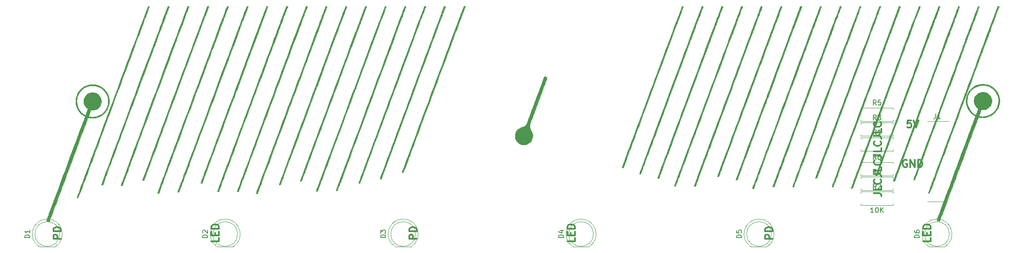
<source format=gbr>
%TF.GenerationSoftware,KiCad,Pcbnew,(5.1.10)-1*%
%TF.CreationDate,2022-02-25T01:57:39-05:00*%
%TF.ProjectId,chunair,6368756e-6169-4722-9e6b-696361645f70,rev?*%
%TF.SameCoordinates,Original*%
%TF.FileFunction,Legend,Top*%
%TF.FilePolarity,Positive*%
%FSLAX46Y46*%
G04 Gerber Fmt 4.6, Leading zero omitted, Abs format (unit mm)*
G04 Created by KiCad (PCBNEW (5.1.10)-1) date 2022-02-25 01:57:39*
%MOMM*%
%LPD*%
G01*
G04 APERTURE LIST*
%ADD10C,0.300000*%
%ADD11C,0.010000*%
%ADD12C,0.120000*%
%ADD13C,0.150000*%
G04 APERTURE END LIST*
D10*
X212178571Y-104928571D02*
X213250000Y-104928571D01*
X213464285Y-105000000D01*
X213607142Y-105142857D01*
X213678571Y-105357142D01*
X213678571Y-105500000D01*
X213678571Y-103500000D02*
X213678571Y-104214285D01*
X212178571Y-104214285D01*
X213535714Y-102142857D02*
X213607142Y-102214285D01*
X213678571Y-102428571D01*
X213678571Y-102571428D01*
X213607142Y-102785714D01*
X213464285Y-102928571D01*
X213321428Y-103000000D01*
X213035714Y-103071428D01*
X212821428Y-103071428D01*
X212535714Y-103000000D01*
X212392857Y-102928571D01*
X212250000Y-102785714D01*
X212178571Y-102571428D01*
X212178571Y-102428571D01*
X212250000Y-102214285D01*
X212321428Y-102142857D01*
X212178571Y-101071428D02*
X213250000Y-101071428D01*
X213464285Y-101142857D01*
X213607142Y-101285714D01*
X213678571Y-101500000D01*
X213678571Y-101642857D01*
X213678571Y-99642857D02*
X213678571Y-100357142D01*
X212178571Y-100357142D01*
X213535714Y-98285714D02*
X213607142Y-98357142D01*
X213678571Y-98571428D01*
X213678571Y-98714285D01*
X213607142Y-98928571D01*
X213464285Y-99071428D01*
X213321428Y-99142857D01*
X213035714Y-99214285D01*
X212821428Y-99214285D01*
X212535714Y-99142857D01*
X212392857Y-99071428D01*
X212250000Y-98928571D01*
X212178571Y-98714285D01*
X212178571Y-98571428D01*
X212250000Y-98357142D01*
X212321428Y-98285714D01*
X212178571Y-97214285D02*
X213250000Y-97214285D01*
X213464285Y-97285714D01*
X213607142Y-97428571D01*
X213678571Y-97642857D01*
X213678571Y-97785714D01*
X213678571Y-95785714D02*
X213678571Y-96500000D01*
X212178571Y-96500000D01*
X213535714Y-94428571D02*
X213607142Y-94500000D01*
X213678571Y-94714285D01*
X213678571Y-94857142D01*
X213607142Y-95071428D01*
X213464285Y-95214285D01*
X213321428Y-95285714D01*
X213035714Y-95357142D01*
X212821428Y-95357142D01*
X212535714Y-95285714D01*
X212392857Y-95214285D01*
X212250000Y-95071428D01*
X212178571Y-94857142D01*
X212178571Y-94714285D01*
X212250000Y-94500000D01*
X212321428Y-94428571D01*
X212178571Y-93357142D02*
X213250000Y-93357142D01*
X213464285Y-93428571D01*
X213607142Y-93571428D01*
X213678571Y-93785714D01*
X213678571Y-93928571D01*
X213678571Y-91928571D02*
X213678571Y-92642857D01*
X212178571Y-92642857D01*
X213535714Y-90571428D02*
X213607142Y-90642857D01*
X213678571Y-90857142D01*
X213678571Y-91000000D01*
X213607142Y-91214285D01*
X213464285Y-91357142D01*
X213321428Y-91428571D01*
X213035714Y-91500000D01*
X212821428Y-91500000D01*
X212535714Y-91428571D01*
X212392857Y-91357142D01*
X212250000Y-91214285D01*
X212178571Y-91000000D01*
X212178571Y-90857142D01*
X212250000Y-90642857D01*
X212321428Y-90571428D01*
X223678571Y-113964285D02*
X223678571Y-114678571D01*
X222178571Y-114678571D01*
X222892857Y-113464285D02*
X222892857Y-112964285D01*
X223678571Y-112750000D02*
X223678571Y-113464285D01*
X222178571Y-113464285D01*
X222178571Y-112750000D01*
X223678571Y-112107142D02*
X222178571Y-112107142D01*
X222178571Y-111750000D01*
X222250000Y-111535714D01*
X222392857Y-111392857D01*
X222535714Y-111321428D01*
X222821428Y-111250000D01*
X223035714Y-111250000D01*
X223321428Y-111321428D01*
X223464285Y-111392857D01*
X223607142Y-111535714D01*
X223678571Y-111750000D01*
X223678571Y-112107142D01*
X151678571Y-113964285D02*
X151678571Y-114678571D01*
X150178571Y-114678571D01*
X150892857Y-113464285D02*
X150892857Y-112964285D01*
X151678571Y-112750000D02*
X151678571Y-113464285D01*
X150178571Y-113464285D01*
X150178571Y-112750000D01*
X151678571Y-112107142D02*
X150178571Y-112107142D01*
X150178571Y-111750000D01*
X150250000Y-111535714D01*
X150392857Y-111392857D01*
X150535714Y-111321428D01*
X150821428Y-111250000D01*
X151035714Y-111250000D01*
X151321428Y-111321428D01*
X151464285Y-111392857D01*
X151607142Y-111535714D01*
X151678571Y-111750000D01*
X151678571Y-112107142D01*
X79678571Y-113964285D02*
X79678571Y-114678571D01*
X78178571Y-114678571D01*
X78892857Y-113464285D02*
X78892857Y-112964285D01*
X79678571Y-112750000D02*
X79678571Y-113464285D01*
X78178571Y-113464285D01*
X78178571Y-112750000D01*
X79678571Y-112107142D02*
X78178571Y-112107142D01*
X78178571Y-111750000D01*
X78250000Y-111535714D01*
X78392857Y-111392857D01*
X78535714Y-111321428D01*
X78821428Y-111250000D01*
X79035714Y-111250000D01*
X79321428Y-111321428D01*
X79464285Y-111392857D01*
X79607142Y-111535714D01*
X79678571Y-111750000D01*
X79678571Y-112107142D01*
X47678571Y-114142857D02*
X46178571Y-114142857D01*
X46178571Y-113571428D01*
X46250000Y-113428571D01*
X46321428Y-113357142D01*
X46464285Y-113285714D01*
X46678571Y-113285714D01*
X46821428Y-113357142D01*
X46892857Y-113428571D01*
X46964285Y-113571428D01*
X46964285Y-114142857D01*
X47678571Y-112642857D02*
X46178571Y-112642857D01*
X46178571Y-112285714D01*
X46250000Y-112071428D01*
X46392857Y-111928571D01*
X46535714Y-111857142D01*
X46821428Y-111785714D01*
X47035714Y-111785714D01*
X47321428Y-111857142D01*
X47464285Y-111928571D01*
X47607142Y-112071428D01*
X47678571Y-112285714D01*
X47678571Y-112642857D01*
X119678571Y-114142857D02*
X118178571Y-114142857D01*
X118178571Y-113571428D01*
X118250000Y-113428571D01*
X118321428Y-113357142D01*
X118464285Y-113285714D01*
X118678571Y-113285714D01*
X118821428Y-113357142D01*
X118892857Y-113428571D01*
X118964285Y-113571428D01*
X118964285Y-114142857D01*
X119678571Y-112642857D02*
X118178571Y-112642857D01*
X118178571Y-112285714D01*
X118250000Y-112071428D01*
X118392857Y-111928571D01*
X118535714Y-111857142D01*
X118821428Y-111785714D01*
X119035714Y-111785714D01*
X119321428Y-111857142D01*
X119464285Y-111928571D01*
X119607142Y-112071428D01*
X119678571Y-112285714D01*
X119678571Y-112642857D01*
X191678571Y-114142857D02*
X190178571Y-114142857D01*
X190178571Y-113571428D01*
X190250000Y-113428571D01*
X190321428Y-113357142D01*
X190464285Y-113285714D01*
X190678571Y-113285714D01*
X190821428Y-113357142D01*
X190892857Y-113428571D01*
X190964285Y-113571428D01*
X190964285Y-114142857D01*
X191678571Y-112642857D02*
X190178571Y-112642857D01*
X190178571Y-112285714D01*
X190250000Y-112071428D01*
X190392857Y-111928571D01*
X190535714Y-111857142D01*
X190821428Y-111785714D01*
X191035714Y-111785714D01*
X191321428Y-111857142D01*
X191464285Y-111928571D01*
X191607142Y-112071428D01*
X191678571Y-112285714D01*
X191678571Y-112642857D01*
X218857142Y-98250000D02*
X218714285Y-98178571D01*
X218500000Y-98178571D01*
X218285714Y-98250000D01*
X218142857Y-98392857D01*
X218071428Y-98535714D01*
X218000000Y-98821428D01*
X218000000Y-99035714D01*
X218071428Y-99321428D01*
X218142857Y-99464285D01*
X218285714Y-99607142D01*
X218500000Y-99678571D01*
X218642857Y-99678571D01*
X218857142Y-99607142D01*
X218928571Y-99535714D01*
X218928571Y-99035714D01*
X218642857Y-99035714D01*
X219571428Y-99678571D02*
X219571428Y-98178571D01*
X220428571Y-99678571D01*
X220428571Y-98178571D01*
X221142857Y-99678571D02*
X221142857Y-98178571D01*
X221500000Y-98178571D01*
X221714285Y-98250000D01*
X221857142Y-98392857D01*
X221928571Y-98535714D01*
X222000000Y-98821428D01*
X222000000Y-99035714D01*
X221928571Y-99321428D01*
X221857142Y-99464285D01*
X221714285Y-99607142D01*
X221500000Y-99678571D01*
X221142857Y-99678571D01*
X219714285Y-90178571D02*
X219000000Y-90178571D01*
X218928571Y-90892857D01*
X219000000Y-90821428D01*
X219142857Y-90750000D01*
X219500000Y-90750000D01*
X219642857Y-90821428D01*
X219714285Y-90892857D01*
X219785714Y-91035714D01*
X219785714Y-91392857D01*
X219714285Y-91535714D01*
X219642857Y-91607142D01*
X219500000Y-91678571D01*
X219142857Y-91678571D01*
X219000000Y-91607142D01*
X218928571Y-91535714D01*
X220214285Y-90178571D02*
X220714285Y-91678571D01*
X221214285Y-90178571D01*
D11*
%TO.C,G\u002A\u002A\u002A*%
G36*
X231191424Y-84666133D02*
G01*
X231417210Y-84291144D01*
X231684516Y-83953569D01*
X231988893Y-83655737D01*
X232325896Y-83399978D01*
X232691078Y-83188622D01*
X233079992Y-83023997D01*
X233488193Y-82908433D01*
X233911233Y-82844260D01*
X234344666Y-82833807D01*
X234784047Y-82879404D01*
X235082864Y-82943330D01*
X235504389Y-83082620D01*
X235896491Y-83271531D01*
X236256240Y-83505719D01*
X236580702Y-83780839D01*
X236866946Y-84092547D01*
X237112040Y-84436496D01*
X237313054Y-84808342D01*
X237467054Y-85203741D01*
X237571109Y-85618347D01*
X237622288Y-86047814D01*
X237617657Y-86487797D01*
X237598720Y-86671974D01*
X237564260Y-86863323D01*
X237509218Y-87084717D01*
X237439812Y-87316222D01*
X237362259Y-87537907D01*
X237282775Y-87729842D01*
X237244203Y-87808518D01*
X237089497Y-88068545D01*
X236898890Y-88335338D01*
X236714304Y-88557521D01*
X236411010Y-88852274D01*
X236070145Y-89104110D01*
X235698393Y-89310801D01*
X235302438Y-89470123D01*
X234888965Y-89579849D01*
X234464658Y-89637751D01*
X234036200Y-89641604D01*
X233614649Y-89590020D01*
X233494433Y-89568129D01*
X233398068Y-89552588D01*
X233339645Y-89545575D01*
X233329130Y-89545915D01*
X233317594Y-89574251D01*
X233286022Y-89656500D01*
X233235325Y-89790222D01*
X233166411Y-89972975D01*
X233080189Y-90202321D01*
X232977568Y-90475818D01*
X232859456Y-90791028D01*
X232726763Y-91145510D01*
X232580398Y-91536824D01*
X232421267Y-91962529D01*
X232250282Y-92420187D01*
X232068352Y-92907356D01*
X231876383Y-93421596D01*
X231675287Y-93960468D01*
X231465970Y-94521532D01*
X231249342Y-95102347D01*
X231026313Y-95700474D01*
X230797790Y-96313472D01*
X230564683Y-96938902D01*
X230327901Y-97574322D01*
X230088352Y-98217293D01*
X229846945Y-98865376D01*
X229604589Y-99516131D01*
X229362193Y-100167116D01*
X229120664Y-100815891D01*
X228880914Y-101460019D01*
X228643851Y-102097056D01*
X228410381Y-102724564D01*
X228181417Y-103340104D01*
X227957865Y-103941233D01*
X227740635Y-104525513D01*
X227530635Y-105090504D01*
X227328775Y-105633766D01*
X227135962Y-106152858D01*
X226953108Y-106645340D01*
X226781118Y-107108773D01*
X226620903Y-107540714D01*
X226473372Y-107938727D01*
X226339433Y-108300370D01*
X226219995Y-108623204D01*
X226115968Y-108904787D01*
X226028259Y-109142679D01*
X225957778Y-109334442D01*
X225912353Y-109458636D01*
X225482590Y-110637727D01*
X224889416Y-110421829D01*
X224927903Y-110315881D01*
X224941188Y-110279994D01*
X224974685Y-110189811D01*
X225027629Y-110047380D01*
X225099261Y-109854745D01*
X225188818Y-109613954D01*
X225295540Y-109327054D01*
X225418665Y-108996090D01*
X225557430Y-108623110D01*
X225711075Y-108210159D01*
X225878838Y-107759284D01*
X226059959Y-107272532D01*
X226253674Y-106751948D01*
X226459223Y-106199580D01*
X226675845Y-105617474D01*
X226902777Y-105007675D01*
X227139259Y-104372231D01*
X227384529Y-103713188D01*
X227637825Y-103032593D01*
X227898385Y-102332491D01*
X228165449Y-101614931D01*
X228438255Y-100881956D01*
X228631087Y-100363862D01*
X228909497Y-99615741D01*
X229183606Y-98878966D01*
X229452602Y-98155726D01*
X229715674Y-97448206D01*
X229972011Y-96758595D01*
X230220803Y-96089078D01*
X230461238Y-95441843D01*
X230692505Y-94819074D01*
X230913794Y-94222962D01*
X231124294Y-93655691D01*
X231323192Y-93119448D01*
X231509679Y-92616420D01*
X231682943Y-92148794D01*
X231842175Y-91718757D01*
X231986560Y-91328497D01*
X232115291Y-90980197D01*
X232227554Y-90676048D01*
X232322542Y-90418233D01*
X232399439Y-90208942D01*
X232457437Y-90050361D01*
X232495726Y-89944675D01*
X232499988Y-89932675D01*
X232806709Y-89089965D01*
X232983086Y-88665529D01*
X233052508Y-88494757D01*
X233120140Y-88321825D01*
X233179293Y-88164268D01*
X233223277Y-88039621D01*
X233231803Y-88013512D01*
X233304145Y-87785931D01*
X233183528Y-87703722D01*
X232945432Y-87506016D01*
X232744830Y-87266524D01*
X232588604Y-86995199D01*
X232483641Y-86701999D01*
X232479594Y-86685856D01*
X232430746Y-86423101D01*
X232422329Y-86181012D01*
X232454990Y-85936407D01*
X232505876Y-85740503D01*
X232590981Y-85498833D01*
X232691846Y-85297180D01*
X232820453Y-85115559D01*
X232988779Y-84933988D01*
X232990144Y-84932653D01*
X233236165Y-84732682D01*
X233510111Y-84583682D01*
X233805636Y-84487232D01*
X234116393Y-84444909D01*
X234436037Y-84458292D01*
X234691611Y-84509546D01*
X234997483Y-84623352D01*
X235275048Y-84788996D01*
X235519271Y-85002886D01*
X235706388Y-85233648D01*
X235862449Y-85512827D01*
X235963467Y-85813408D01*
X236007932Y-86129438D01*
X236001139Y-86395893D01*
X235941230Y-86718235D01*
X235830932Y-87014903D01*
X235675246Y-87281723D01*
X235479178Y-87514522D01*
X235247731Y-87709123D01*
X234985909Y-87861352D01*
X234698718Y-87967033D01*
X234391162Y-88021993D01*
X234068243Y-88022056D01*
X234053542Y-88020712D01*
X233956896Y-88012545D01*
X233888672Y-88008771D01*
X233865588Y-88009789D01*
X233854545Y-88038766D01*
X233826611Y-88116447D01*
X233784646Y-88234755D01*
X233731505Y-88385613D01*
X233670049Y-88560945D01*
X233634750Y-88661992D01*
X233559719Y-88874933D01*
X233503112Y-89037563D01*
X233465876Y-89157096D01*
X233448963Y-89240744D01*
X233453325Y-89295721D01*
X233479912Y-89329240D01*
X233529676Y-89348516D01*
X233603565Y-89360759D01*
X233702534Y-89373183D01*
X233728990Y-89376832D01*
X234158413Y-89409411D01*
X234579059Y-89385813D01*
X234986611Y-89309121D01*
X235376754Y-89182418D01*
X235745171Y-89008782D01*
X236087545Y-88791299D01*
X236399562Y-88533049D01*
X236676902Y-88237115D01*
X236915251Y-87906578D01*
X237110292Y-87544521D01*
X237257709Y-87154025D01*
X237343424Y-86796019D01*
X237388018Y-86377900D01*
X237375251Y-85958234D01*
X237307327Y-85543632D01*
X237186446Y-85140708D01*
X237014812Y-84756074D01*
X236794626Y-84396342D01*
X236528090Y-84068124D01*
X236388005Y-83927168D01*
X236187478Y-83748319D01*
X235997801Y-83603939D01*
X235801908Y-83483702D01*
X235582730Y-83377285D01*
X235323198Y-83274364D01*
X235286900Y-83261170D01*
X235105040Y-83196971D01*
X234963019Y-83151069D01*
X234844845Y-83119475D01*
X234734519Y-83098199D01*
X234616048Y-83083253D01*
X234547708Y-83076816D01*
X234211949Y-83065570D01*
X233867336Y-83086843D01*
X233541453Y-83138613D01*
X233466014Y-83156115D01*
X233268842Y-83216382D01*
X233044419Y-83303031D01*
X232813816Y-83406671D01*
X232598104Y-83517917D01*
X232438497Y-83613879D01*
X232244243Y-83758884D01*
X232039538Y-83940844D01*
X231841334Y-84143207D01*
X231666580Y-84349417D01*
X231615223Y-84417871D01*
X231485073Y-84624336D01*
X231359888Y-84870931D01*
X231247883Y-85137756D01*
X231157271Y-85404910D01*
X231096265Y-85652494D01*
X231089270Y-85692177D01*
X231047357Y-86126666D01*
X231063302Y-86554443D01*
X231134880Y-86970921D01*
X231259868Y-87371512D01*
X231436040Y-87751629D01*
X231661176Y-88106687D01*
X231933050Y-88432095D01*
X232249438Y-88723270D01*
X232608116Y-88975621D01*
X232710009Y-89035428D01*
X232806709Y-89089965D01*
X232499988Y-89932675D01*
X232508470Y-89908794D01*
X232721155Y-89299796D01*
X232516366Y-89187284D01*
X232156311Y-88956241D01*
X231834553Y-88682586D01*
X231553013Y-88371571D01*
X231313614Y-88028452D01*
X231118282Y-87658484D01*
X230968937Y-87266919D01*
X230867505Y-86859012D01*
X230815907Y-86440017D01*
X230816066Y-86015188D01*
X230869907Y-85589781D01*
X230979352Y-85169048D01*
X231011603Y-85076206D01*
X231191424Y-84666133D01*
G37*
X231191424Y-84666133D02*
X231417210Y-84291144D01*
X231684516Y-83953569D01*
X231988893Y-83655737D01*
X232325896Y-83399978D01*
X232691078Y-83188622D01*
X233079992Y-83023997D01*
X233488193Y-82908433D01*
X233911233Y-82844260D01*
X234344666Y-82833807D01*
X234784047Y-82879404D01*
X235082864Y-82943330D01*
X235504389Y-83082620D01*
X235896491Y-83271531D01*
X236256240Y-83505719D01*
X236580702Y-83780839D01*
X236866946Y-84092547D01*
X237112040Y-84436496D01*
X237313054Y-84808342D01*
X237467054Y-85203741D01*
X237571109Y-85618347D01*
X237622288Y-86047814D01*
X237617657Y-86487797D01*
X237598720Y-86671974D01*
X237564260Y-86863323D01*
X237509218Y-87084717D01*
X237439812Y-87316222D01*
X237362259Y-87537907D01*
X237282775Y-87729842D01*
X237244203Y-87808518D01*
X237089497Y-88068545D01*
X236898890Y-88335338D01*
X236714304Y-88557521D01*
X236411010Y-88852274D01*
X236070145Y-89104110D01*
X235698393Y-89310801D01*
X235302438Y-89470123D01*
X234888965Y-89579849D01*
X234464658Y-89637751D01*
X234036200Y-89641604D01*
X233614649Y-89590020D01*
X233494433Y-89568129D01*
X233398068Y-89552588D01*
X233339645Y-89545575D01*
X233329130Y-89545915D01*
X233317594Y-89574251D01*
X233286022Y-89656500D01*
X233235325Y-89790222D01*
X233166411Y-89972975D01*
X233080189Y-90202321D01*
X232977568Y-90475818D01*
X232859456Y-90791028D01*
X232726763Y-91145510D01*
X232580398Y-91536824D01*
X232421267Y-91962529D01*
X232250282Y-92420187D01*
X232068352Y-92907356D01*
X231876383Y-93421596D01*
X231675287Y-93960468D01*
X231465970Y-94521532D01*
X231249342Y-95102347D01*
X231026313Y-95700474D01*
X230797790Y-96313472D01*
X230564683Y-96938902D01*
X230327901Y-97574322D01*
X230088352Y-98217293D01*
X229846945Y-98865376D01*
X229604589Y-99516131D01*
X229362193Y-100167116D01*
X229120664Y-100815891D01*
X228880914Y-101460019D01*
X228643851Y-102097056D01*
X228410381Y-102724564D01*
X228181417Y-103340104D01*
X227957865Y-103941233D01*
X227740635Y-104525513D01*
X227530635Y-105090504D01*
X227328775Y-105633766D01*
X227135962Y-106152858D01*
X226953108Y-106645340D01*
X226781118Y-107108773D01*
X226620903Y-107540714D01*
X226473372Y-107938727D01*
X226339433Y-108300370D01*
X226219995Y-108623204D01*
X226115968Y-108904787D01*
X226028259Y-109142679D01*
X225957778Y-109334442D01*
X225912353Y-109458636D01*
X225482590Y-110637727D01*
X224889416Y-110421829D01*
X224927903Y-110315881D01*
X224941188Y-110279994D01*
X224974685Y-110189811D01*
X225027629Y-110047380D01*
X225099261Y-109854745D01*
X225188818Y-109613954D01*
X225295540Y-109327054D01*
X225418665Y-108996090D01*
X225557430Y-108623110D01*
X225711075Y-108210159D01*
X225878838Y-107759284D01*
X226059959Y-107272532D01*
X226253674Y-106751948D01*
X226459223Y-106199580D01*
X226675845Y-105617474D01*
X226902777Y-105007675D01*
X227139259Y-104372231D01*
X227384529Y-103713188D01*
X227637825Y-103032593D01*
X227898385Y-102332491D01*
X228165449Y-101614931D01*
X228438255Y-100881956D01*
X228631087Y-100363862D01*
X228909497Y-99615741D01*
X229183606Y-98878966D01*
X229452602Y-98155726D01*
X229715674Y-97448206D01*
X229972011Y-96758595D01*
X230220803Y-96089078D01*
X230461238Y-95441843D01*
X230692505Y-94819074D01*
X230913794Y-94222962D01*
X231124294Y-93655691D01*
X231323192Y-93119448D01*
X231509679Y-92616420D01*
X231682943Y-92148794D01*
X231842175Y-91718757D01*
X231986560Y-91328497D01*
X232115291Y-90980197D01*
X232227554Y-90676048D01*
X232322542Y-90418233D01*
X232399439Y-90208942D01*
X232457437Y-90050361D01*
X232495726Y-89944675D01*
X232499988Y-89932675D01*
X232806709Y-89089965D01*
X232983086Y-88665529D01*
X233052508Y-88494757D01*
X233120140Y-88321825D01*
X233179293Y-88164268D01*
X233223277Y-88039621D01*
X233231803Y-88013512D01*
X233304145Y-87785931D01*
X233183528Y-87703722D01*
X232945432Y-87506016D01*
X232744830Y-87266524D01*
X232588604Y-86995199D01*
X232483641Y-86701999D01*
X232479594Y-86685856D01*
X232430746Y-86423101D01*
X232422329Y-86181012D01*
X232454990Y-85936407D01*
X232505876Y-85740503D01*
X232590981Y-85498833D01*
X232691846Y-85297180D01*
X232820453Y-85115559D01*
X232988779Y-84933988D01*
X232990144Y-84932653D01*
X233236165Y-84732682D01*
X233510111Y-84583682D01*
X233805636Y-84487232D01*
X234116393Y-84444909D01*
X234436037Y-84458292D01*
X234691611Y-84509546D01*
X234997483Y-84623352D01*
X235275048Y-84788996D01*
X235519271Y-85002886D01*
X235706388Y-85233648D01*
X235862449Y-85512827D01*
X235963467Y-85813408D01*
X236007932Y-86129438D01*
X236001139Y-86395893D01*
X235941230Y-86718235D01*
X235830932Y-87014903D01*
X235675246Y-87281723D01*
X235479178Y-87514522D01*
X235247731Y-87709123D01*
X234985909Y-87861352D01*
X234698718Y-87967033D01*
X234391162Y-88021993D01*
X234068243Y-88022056D01*
X234053542Y-88020712D01*
X233956896Y-88012545D01*
X233888672Y-88008771D01*
X233865588Y-88009789D01*
X233854545Y-88038766D01*
X233826611Y-88116447D01*
X233784646Y-88234755D01*
X233731505Y-88385613D01*
X233670049Y-88560945D01*
X233634750Y-88661992D01*
X233559719Y-88874933D01*
X233503112Y-89037563D01*
X233465876Y-89157096D01*
X233448963Y-89240744D01*
X233453325Y-89295721D01*
X233479912Y-89329240D01*
X233529676Y-89348516D01*
X233603565Y-89360759D01*
X233702534Y-89373183D01*
X233728990Y-89376832D01*
X234158413Y-89409411D01*
X234579059Y-89385813D01*
X234986611Y-89309121D01*
X235376754Y-89182418D01*
X235745171Y-89008782D01*
X236087545Y-88791299D01*
X236399562Y-88533049D01*
X236676902Y-88237115D01*
X236915251Y-87906578D01*
X237110292Y-87544521D01*
X237257709Y-87154025D01*
X237343424Y-86796019D01*
X237388018Y-86377900D01*
X237375251Y-85958234D01*
X237307327Y-85543632D01*
X237186446Y-85140708D01*
X237014812Y-84756074D01*
X236794626Y-84396342D01*
X236528090Y-84068124D01*
X236388005Y-83927168D01*
X236187478Y-83748319D01*
X235997801Y-83603939D01*
X235801908Y-83483702D01*
X235582730Y-83377285D01*
X235323198Y-83274364D01*
X235286900Y-83261170D01*
X235105040Y-83196971D01*
X234963019Y-83151069D01*
X234844845Y-83119475D01*
X234734519Y-83098199D01*
X234616048Y-83083253D01*
X234547708Y-83076816D01*
X234211949Y-83065570D01*
X233867336Y-83086843D01*
X233541453Y-83138613D01*
X233466014Y-83156115D01*
X233268842Y-83216382D01*
X233044419Y-83303031D01*
X232813816Y-83406671D01*
X232598104Y-83517917D01*
X232438497Y-83613879D01*
X232244243Y-83758884D01*
X232039538Y-83940844D01*
X231841334Y-84143207D01*
X231666580Y-84349417D01*
X231615223Y-84417871D01*
X231485073Y-84624336D01*
X231359888Y-84870931D01*
X231247883Y-85137756D01*
X231157271Y-85404910D01*
X231096265Y-85652494D01*
X231089270Y-85692177D01*
X231047357Y-86126666D01*
X231063302Y-86554443D01*
X231134880Y-86970921D01*
X231259868Y-87371512D01*
X231436040Y-87751629D01*
X231661176Y-88106687D01*
X231933050Y-88432095D01*
X232249438Y-88723270D01*
X232608116Y-88975621D01*
X232710009Y-89035428D01*
X232806709Y-89089965D01*
X232499988Y-89932675D01*
X232508470Y-89908794D01*
X232721155Y-89299796D01*
X232516366Y-89187284D01*
X232156311Y-88956241D01*
X231834553Y-88682586D01*
X231553013Y-88371571D01*
X231313614Y-88028452D01*
X231118282Y-87658484D01*
X230968937Y-87266919D01*
X230867505Y-86859012D01*
X230815907Y-86440017D01*
X230816066Y-86015188D01*
X230869907Y-85589781D01*
X230979352Y-85169048D01*
X231011603Y-85076206D01*
X231191424Y-84666133D01*
G36*
X223769573Y-103242228D02*
G01*
X223816343Y-103117533D01*
X223883403Y-102938230D01*
X223970107Y-102706060D01*
X224075804Y-102422768D01*
X224199844Y-102090098D01*
X224341582Y-101709793D01*
X224500365Y-101283597D01*
X224675548Y-100813255D01*
X224866479Y-100300510D01*
X225072511Y-99747106D01*
X225292994Y-99154785D01*
X225527281Y-98525295D01*
X225774721Y-97860376D01*
X226034667Y-97161774D01*
X226306469Y-96431231D01*
X226589477Y-95670493D01*
X226883045Y-94881302D01*
X227186523Y-94065403D01*
X227499262Y-93224540D01*
X227820612Y-92360455D01*
X228149927Y-91474894D01*
X228486555Y-90569599D01*
X228829850Y-89646316D01*
X229179161Y-88706787D01*
X229533840Y-87752756D01*
X229893239Y-86785967D01*
X230256708Y-85808165D01*
X230623597Y-84821093D01*
X230696274Y-84625559D01*
X231059693Y-83647846D01*
X231418281Y-82683260D01*
X231771451Y-81733375D01*
X232118617Y-80799767D01*
X232459191Y-79884011D01*
X232792587Y-78987681D01*
X233118220Y-78112351D01*
X233435500Y-77259598D01*
X233743843Y-76430994D01*
X234042662Y-75628116D01*
X234331369Y-74852538D01*
X234609378Y-74105836D01*
X234876103Y-73389582D01*
X235130957Y-72705355D01*
X235373352Y-72054726D01*
X235602704Y-71439271D01*
X235818425Y-70860565D01*
X236019927Y-70320183D01*
X236206625Y-69819700D01*
X236377932Y-69360690D01*
X236533261Y-68944729D01*
X236672025Y-68573390D01*
X236793639Y-68248249D01*
X236897514Y-67970880D01*
X236983066Y-67742860D01*
X237049705Y-67565761D01*
X237096847Y-67441160D01*
X237123906Y-67370630D01*
X237129373Y-67356951D01*
X237257954Y-67050645D01*
X237539986Y-67051735D01*
X237086823Y-68282322D01*
X237008412Y-68494852D01*
X236911343Y-68757291D01*
X236797996Y-69063236D01*
X236670751Y-69406278D01*
X236531988Y-69780011D01*
X236384090Y-70178029D01*
X236229435Y-70593925D01*
X236070404Y-71021293D01*
X235909378Y-71453728D01*
X235748738Y-71884821D01*
X235598732Y-72287073D01*
X235521242Y-72494867D01*
X235423594Y-72756851D01*
X235306590Y-73070869D01*
X235171032Y-73434765D01*
X235017723Y-73846382D01*
X234847466Y-74303566D01*
X234661064Y-74804159D01*
X234459317Y-75346006D01*
X234243031Y-75926951D01*
X234013005Y-76544838D01*
X233770043Y-77197510D01*
X233514949Y-77882812D01*
X233248524Y-78598588D01*
X232971570Y-79342682D01*
X232684890Y-80112937D01*
X232389286Y-80907199D01*
X232085563Y-81723310D01*
X231774520Y-82559114D01*
X231456963Y-83412457D01*
X231133691Y-84281181D01*
X230805509Y-85163130D01*
X230473217Y-86056149D01*
X230137621Y-86958083D01*
X229799521Y-87866773D01*
X229459720Y-88780066D01*
X229312403Y-89176023D01*
X228978984Y-90072186D01*
X228649753Y-90957083D01*
X228325384Y-91828901D01*
X228006553Y-92685823D01*
X227693935Y-93526036D01*
X227388206Y-94347726D01*
X227090041Y-95149076D01*
X226800115Y-95928274D01*
X226519103Y-96683504D01*
X226247680Y-97412952D01*
X225986522Y-98114804D01*
X225736303Y-98787244D01*
X225497700Y-99428458D01*
X225271387Y-100036631D01*
X225058040Y-100609949D01*
X224858333Y-101146597D01*
X224672943Y-101644761D01*
X224502544Y-102102626D01*
X224347812Y-102518377D01*
X224209421Y-102890200D01*
X224088047Y-103216280D01*
X223984366Y-103494803D01*
X223899052Y-103723955D01*
X223832781Y-103901918D01*
X223786228Y-104026882D01*
X223762800Y-104089713D01*
X223464598Y-104888617D01*
X223305994Y-104892607D01*
X223147390Y-104896596D01*
X223769573Y-103242228D01*
G37*
X223769573Y-103242228D02*
X223816343Y-103117533D01*
X223883403Y-102938230D01*
X223970107Y-102706060D01*
X224075804Y-102422768D01*
X224199844Y-102090098D01*
X224341582Y-101709793D01*
X224500365Y-101283597D01*
X224675548Y-100813255D01*
X224866479Y-100300510D01*
X225072511Y-99747106D01*
X225292994Y-99154785D01*
X225527281Y-98525295D01*
X225774721Y-97860376D01*
X226034667Y-97161774D01*
X226306469Y-96431231D01*
X226589477Y-95670493D01*
X226883045Y-94881302D01*
X227186523Y-94065403D01*
X227499262Y-93224540D01*
X227820612Y-92360455D01*
X228149927Y-91474894D01*
X228486555Y-90569599D01*
X228829850Y-89646316D01*
X229179161Y-88706787D01*
X229533840Y-87752756D01*
X229893239Y-86785967D01*
X230256708Y-85808165D01*
X230623597Y-84821093D01*
X230696274Y-84625559D01*
X231059693Y-83647846D01*
X231418281Y-82683260D01*
X231771451Y-81733375D01*
X232118617Y-80799767D01*
X232459191Y-79884011D01*
X232792587Y-78987681D01*
X233118220Y-78112351D01*
X233435500Y-77259598D01*
X233743843Y-76430994D01*
X234042662Y-75628116D01*
X234331369Y-74852538D01*
X234609378Y-74105836D01*
X234876103Y-73389582D01*
X235130957Y-72705355D01*
X235373352Y-72054726D01*
X235602704Y-71439271D01*
X235818425Y-70860565D01*
X236019927Y-70320183D01*
X236206625Y-69819700D01*
X236377932Y-69360690D01*
X236533261Y-68944729D01*
X236672025Y-68573390D01*
X236793639Y-68248249D01*
X236897514Y-67970880D01*
X236983066Y-67742860D01*
X237049705Y-67565761D01*
X237096847Y-67441160D01*
X237123906Y-67370630D01*
X237129373Y-67356951D01*
X237257954Y-67050645D01*
X237539986Y-67051735D01*
X237086823Y-68282322D01*
X237008412Y-68494852D01*
X236911343Y-68757291D01*
X236797996Y-69063236D01*
X236670751Y-69406278D01*
X236531988Y-69780011D01*
X236384090Y-70178029D01*
X236229435Y-70593925D01*
X236070404Y-71021293D01*
X235909378Y-71453728D01*
X235748738Y-71884821D01*
X235598732Y-72287073D01*
X235521242Y-72494867D01*
X235423594Y-72756851D01*
X235306590Y-73070869D01*
X235171032Y-73434765D01*
X235017723Y-73846382D01*
X234847466Y-74303566D01*
X234661064Y-74804159D01*
X234459317Y-75346006D01*
X234243031Y-75926951D01*
X234013005Y-76544838D01*
X233770043Y-77197510D01*
X233514949Y-77882812D01*
X233248524Y-78598588D01*
X232971570Y-79342682D01*
X232684890Y-80112937D01*
X232389286Y-80907199D01*
X232085563Y-81723310D01*
X231774520Y-82559114D01*
X231456963Y-83412457D01*
X231133691Y-84281181D01*
X230805509Y-85163130D01*
X230473217Y-86056149D01*
X230137621Y-86958083D01*
X229799521Y-87866773D01*
X229459720Y-88780066D01*
X229312403Y-89176023D01*
X228978984Y-90072186D01*
X228649753Y-90957083D01*
X228325384Y-91828901D01*
X228006553Y-92685823D01*
X227693935Y-93526036D01*
X227388206Y-94347726D01*
X227090041Y-95149076D01*
X226800115Y-95928274D01*
X226519103Y-96683504D01*
X226247680Y-97412952D01*
X225986522Y-98114804D01*
X225736303Y-98787244D01*
X225497700Y-99428458D01*
X225271387Y-100036631D01*
X225058040Y-100609949D01*
X224858333Y-101146597D01*
X224672943Y-101644761D01*
X224502544Y-102102626D01*
X224347812Y-102518377D01*
X224209421Y-102890200D01*
X224088047Y-103216280D01*
X223984366Y-103494803D01*
X223899052Y-103723955D01*
X223832781Y-103901918D01*
X223786228Y-104026882D01*
X223762800Y-104089713D01*
X223464598Y-104888617D01*
X223305994Y-104892607D01*
X223147390Y-104896596D01*
X223769573Y-103242228D01*
G36*
X220259925Y-101979400D02*
G01*
X220328995Y-101791487D01*
X220416548Y-101553949D01*
X220521963Y-101268463D01*
X220644613Y-100936708D01*
X220783878Y-100560363D01*
X220939135Y-100141108D01*
X221109761Y-99680620D01*
X221295132Y-99180577D01*
X221494626Y-98642661D01*
X221707619Y-98068546D01*
X221933490Y-97459915D01*
X222171616Y-96818444D01*
X222421371Y-96145813D01*
X222682136Y-95443700D01*
X222953286Y-94713783D01*
X223234198Y-93957743D01*
X223524250Y-93177257D01*
X223822819Y-92374003D01*
X224129281Y-91549662D01*
X224443015Y-90705910D01*
X224763396Y-89844429D01*
X225089802Y-88966894D01*
X225421611Y-88074986D01*
X225469164Y-87947174D01*
X225809271Y-87033052D01*
X226147194Y-86124781D01*
X226482173Y-85224406D01*
X226813448Y-84333971D01*
X227140256Y-83455525D01*
X227461839Y-82591110D01*
X227777434Y-81742774D01*
X228086281Y-80912562D01*
X228387620Y-80102519D01*
X228680687Y-79314690D01*
X228964724Y-78551123D01*
X229238969Y-77813862D01*
X229502663Y-77104952D01*
X229755042Y-76426440D01*
X229995347Y-75780371D01*
X230222816Y-75168790D01*
X230436690Y-74593742D01*
X230636205Y-74057275D01*
X230820603Y-73561433D01*
X230989122Y-73108262D01*
X231141002Y-72699807D01*
X231275481Y-72338114D01*
X231391798Y-72025228D01*
X231489193Y-71763196D01*
X231566905Y-71554063D01*
X231608355Y-71442472D01*
X231751299Y-71057960D01*
X231897827Y-70664577D01*
X232045155Y-70269744D01*
X232190503Y-69880886D01*
X232331089Y-69505428D01*
X232464130Y-69150795D01*
X232586844Y-68824408D01*
X232696450Y-68533693D01*
X232790166Y-68286076D01*
X232851087Y-68125937D01*
X232956028Y-67850185D01*
X233041630Y-67625207D01*
X233110812Y-67445931D01*
X233166497Y-67307284D01*
X233211604Y-67204196D01*
X233249051Y-67131592D01*
X233281761Y-67084400D01*
X233312652Y-67057550D01*
X233344644Y-67045969D01*
X233380658Y-67044584D01*
X233423613Y-67048322D01*
X233469443Y-67051822D01*
X233540203Y-67055155D01*
X232962543Y-68630408D01*
X232917369Y-68753159D01*
X232851882Y-68930454D01*
X232766750Y-69160494D01*
X232662640Y-69441483D01*
X232540221Y-69771626D01*
X232400160Y-70149126D01*
X232243124Y-70572186D01*
X232069783Y-71039011D01*
X231880803Y-71547804D01*
X231676852Y-72096768D01*
X231458600Y-72684108D01*
X231226711Y-73308027D01*
X230981856Y-73966729D01*
X230724702Y-74658418D01*
X230455916Y-75381298D01*
X230176168Y-76133571D01*
X229886122Y-76913442D01*
X229586449Y-77719115D01*
X229277817Y-78548793D01*
X228960893Y-79400680D01*
X228636343Y-80272979D01*
X228304837Y-81163896D01*
X227967043Y-82071632D01*
X227623627Y-82994393D01*
X227275259Y-83930380D01*
X226922606Y-84877799D01*
X226566334Y-85834853D01*
X226425263Y-86213790D01*
X225994036Y-87371969D01*
X225576494Y-88493101D01*
X225172936Y-89576394D01*
X224783656Y-90621056D01*
X224408952Y-91626295D01*
X224049121Y-92591320D01*
X223704458Y-93515336D01*
X223375260Y-94397552D01*
X223061824Y-95237177D01*
X222764446Y-96033416D01*
X222483423Y-96785479D01*
X222219050Y-97492573D01*
X221971624Y-98153905D01*
X221741443Y-98768683D01*
X221528802Y-99336116D01*
X221333998Y-99855410D01*
X221157327Y-100325774D01*
X220999086Y-100746415D01*
X220859571Y-101116541D01*
X220739079Y-101435358D01*
X220637905Y-101702076D01*
X220556348Y-101915902D01*
X220494703Y-102076044D01*
X220453266Y-102181709D01*
X220432333Y-102232105D01*
X220429815Y-102236601D01*
X220377075Y-102246131D01*
X220300881Y-102248348D01*
X220225870Y-102244011D01*
X220176676Y-102233878D01*
X220169842Y-102228595D01*
X220179726Y-102199632D01*
X220209960Y-102116008D01*
X220259925Y-101979400D01*
G37*
X220259925Y-101979400D02*
X220328995Y-101791487D01*
X220416548Y-101553949D01*
X220521963Y-101268463D01*
X220644613Y-100936708D01*
X220783878Y-100560363D01*
X220939135Y-100141108D01*
X221109761Y-99680620D01*
X221295132Y-99180577D01*
X221494626Y-98642661D01*
X221707619Y-98068546D01*
X221933490Y-97459915D01*
X222171616Y-96818444D01*
X222421371Y-96145813D01*
X222682136Y-95443700D01*
X222953286Y-94713783D01*
X223234198Y-93957743D01*
X223524250Y-93177257D01*
X223822819Y-92374003D01*
X224129281Y-91549662D01*
X224443015Y-90705910D01*
X224763396Y-89844429D01*
X225089802Y-88966894D01*
X225421611Y-88074986D01*
X225469164Y-87947174D01*
X225809271Y-87033052D01*
X226147194Y-86124781D01*
X226482173Y-85224406D01*
X226813448Y-84333971D01*
X227140256Y-83455525D01*
X227461839Y-82591110D01*
X227777434Y-81742774D01*
X228086281Y-80912562D01*
X228387620Y-80102519D01*
X228680687Y-79314690D01*
X228964724Y-78551123D01*
X229238969Y-77813862D01*
X229502663Y-77104952D01*
X229755042Y-76426440D01*
X229995347Y-75780371D01*
X230222816Y-75168790D01*
X230436690Y-74593742D01*
X230636205Y-74057275D01*
X230820603Y-73561433D01*
X230989122Y-73108262D01*
X231141002Y-72699807D01*
X231275481Y-72338114D01*
X231391798Y-72025228D01*
X231489193Y-71763196D01*
X231566905Y-71554063D01*
X231608355Y-71442472D01*
X231751299Y-71057960D01*
X231897827Y-70664577D01*
X232045155Y-70269744D01*
X232190503Y-69880886D01*
X232331089Y-69505428D01*
X232464130Y-69150795D01*
X232586844Y-68824408D01*
X232696450Y-68533693D01*
X232790166Y-68286076D01*
X232851087Y-68125937D01*
X232956028Y-67850185D01*
X233041630Y-67625207D01*
X233110812Y-67445931D01*
X233166497Y-67307284D01*
X233211604Y-67204196D01*
X233249051Y-67131592D01*
X233281761Y-67084400D01*
X233312652Y-67057550D01*
X233344644Y-67045969D01*
X233380658Y-67044584D01*
X233423613Y-67048322D01*
X233469443Y-67051822D01*
X233540203Y-67055155D01*
X232962543Y-68630408D01*
X232917369Y-68753159D01*
X232851882Y-68930454D01*
X232766750Y-69160494D01*
X232662640Y-69441483D01*
X232540221Y-69771626D01*
X232400160Y-70149126D01*
X232243124Y-70572186D01*
X232069783Y-71039011D01*
X231880803Y-71547804D01*
X231676852Y-72096768D01*
X231458600Y-72684108D01*
X231226711Y-73308027D01*
X230981856Y-73966729D01*
X230724702Y-74658418D01*
X230455916Y-75381298D01*
X230176168Y-76133571D01*
X229886122Y-76913442D01*
X229586449Y-77719115D01*
X229277817Y-78548793D01*
X228960893Y-79400680D01*
X228636343Y-80272979D01*
X228304837Y-81163896D01*
X227967043Y-82071632D01*
X227623627Y-82994393D01*
X227275259Y-83930380D01*
X226922606Y-84877799D01*
X226566334Y-85834853D01*
X226425263Y-86213790D01*
X225994036Y-87371969D01*
X225576494Y-88493101D01*
X225172936Y-89576394D01*
X224783656Y-90621056D01*
X224408952Y-91626295D01*
X224049121Y-92591320D01*
X223704458Y-93515336D01*
X223375260Y-94397552D01*
X223061824Y-95237177D01*
X222764446Y-96033416D01*
X222483423Y-96785479D01*
X222219050Y-97492573D01*
X221971624Y-98153905D01*
X221741443Y-98768683D01*
X221528802Y-99336116D01*
X221333998Y-99855410D01*
X221157327Y-100325774D01*
X220999086Y-100746415D01*
X220859571Y-101116541D01*
X220739079Y-101435358D01*
X220637905Y-101702076D01*
X220556348Y-101915902D01*
X220494703Y-102076044D01*
X220453266Y-102181709D01*
X220432333Y-102232105D01*
X220429815Y-102236601D01*
X220377075Y-102246131D01*
X220300881Y-102248348D01*
X220225870Y-102244011D01*
X220176676Y-102233878D01*
X220169842Y-102228595D01*
X220179726Y-102199632D01*
X220209960Y-102116008D01*
X220259925Y-101979400D01*
G36*
X216148572Y-102271147D02*
G01*
X216175701Y-102197447D01*
X216222560Y-102070785D01*
X216288467Y-101893000D01*
X216372734Y-101665932D01*
X216474677Y-101391419D01*
X216593611Y-101071304D01*
X216728851Y-100707423D01*
X216879712Y-100301619D01*
X217045509Y-99855729D01*
X217225558Y-99371595D01*
X217419172Y-98851054D01*
X217625667Y-98295949D01*
X217844358Y-97708117D01*
X218074560Y-97089398D01*
X218315589Y-96441633D01*
X218566758Y-95766662D01*
X218827384Y-95066323D01*
X219096779Y-94342456D01*
X219374262Y-93596902D01*
X219659145Y-92831499D01*
X219950744Y-92048089D01*
X220248373Y-91248508D01*
X220551349Y-90434599D01*
X220858986Y-89608201D01*
X221170599Y-88771153D01*
X221485503Y-87925296D01*
X221803012Y-87072468D01*
X222122443Y-86214509D01*
X222443109Y-85353260D01*
X222764325Y-84490560D01*
X223085408Y-83628248D01*
X223405672Y-82768165D01*
X223724431Y-81912149D01*
X224041002Y-81062041D01*
X224354698Y-80219680D01*
X224664836Y-79386906D01*
X224970728Y-78565559D01*
X225271692Y-77757479D01*
X225567041Y-76964505D01*
X225856091Y-76188477D01*
X226138158Y-75431234D01*
X226412555Y-74694616D01*
X226678598Y-73980463D01*
X226935601Y-73290615D01*
X227182880Y-72626911D01*
X227419749Y-71991192D01*
X227645525Y-71385296D01*
X227859522Y-70811064D01*
X228061054Y-70270335D01*
X228249436Y-69764948D01*
X228423985Y-69296744D01*
X228584014Y-68867562D01*
X228728839Y-68479243D01*
X228857775Y-68133625D01*
X228970135Y-67832547D01*
X229065238Y-67577852D01*
X229142396Y-67371377D01*
X229200923Y-67214962D01*
X229240137Y-67110448D01*
X229259352Y-67059673D01*
X229261291Y-67054816D01*
X229294133Y-67053364D01*
X229366468Y-67051825D01*
X229407144Y-67051230D01*
X229543728Y-67049489D01*
X228825812Y-69000805D01*
X228686378Y-69379584D01*
X228538179Y-69781796D01*
X228384971Y-70197270D01*
X228230510Y-70615836D01*
X228078549Y-71027327D01*
X227932846Y-71421570D01*
X227797156Y-71788398D01*
X227675232Y-72117639D01*
X227584916Y-72361188D01*
X227541259Y-72478732D01*
X227477336Y-72650719D01*
X227393853Y-72875252D01*
X227291517Y-73150433D01*
X227171034Y-73474362D01*
X227033110Y-73845142D01*
X226878452Y-74260875D01*
X226707765Y-74719664D01*
X226521757Y-75219609D01*
X226321134Y-75758812D01*
X226106601Y-76335376D01*
X225878866Y-76947403D01*
X225638634Y-77592994D01*
X225386613Y-78270251D01*
X225123506Y-78977276D01*
X224850023Y-79712171D01*
X224566868Y-80473038D01*
X224274749Y-81257978D01*
X223974371Y-82065095D01*
X223666440Y-82892488D01*
X223351664Y-83738262D01*
X223030748Y-84600517D01*
X222704399Y-85477354D01*
X222373323Y-86366877D01*
X222038226Y-87267187D01*
X221726210Y-88105470D01*
X216390485Y-102440686D01*
X216085073Y-102444871D01*
X216148572Y-102271147D01*
G37*
X216148572Y-102271147D02*
X216175701Y-102197447D01*
X216222560Y-102070785D01*
X216288467Y-101893000D01*
X216372734Y-101665932D01*
X216474677Y-101391419D01*
X216593611Y-101071304D01*
X216728851Y-100707423D01*
X216879712Y-100301619D01*
X217045509Y-99855729D01*
X217225558Y-99371595D01*
X217419172Y-98851054D01*
X217625667Y-98295949D01*
X217844358Y-97708117D01*
X218074560Y-97089398D01*
X218315589Y-96441633D01*
X218566758Y-95766662D01*
X218827384Y-95066323D01*
X219096779Y-94342456D01*
X219374262Y-93596902D01*
X219659145Y-92831499D01*
X219950744Y-92048089D01*
X220248373Y-91248508D01*
X220551349Y-90434599D01*
X220858986Y-89608201D01*
X221170599Y-88771153D01*
X221485503Y-87925296D01*
X221803012Y-87072468D01*
X222122443Y-86214509D01*
X222443109Y-85353260D01*
X222764325Y-84490560D01*
X223085408Y-83628248D01*
X223405672Y-82768165D01*
X223724431Y-81912149D01*
X224041002Y-81062041D01*
X224354698Y-80219680D01*
X224664836Y-79386906D01*
X224970728Y-78565559D01*
X225271692Y-77757479D01*
X225567041Y-76964505D01*
X225856091Y-76188477D01*
X226138158Y-75431234D01*
X226412555Y-74694616D01*
X226678598Y-73980463D01*
X226935601Y-73290615D01*
X227182880Y-72626911D01*
X227419749Y-71991192D01*
X227645525Y-71385296D01*
X227859522Y-70811064D01*
X228061054Y-70270335D01*
X228249436Y-69764948D01*
X228423985Y-69296744D01*
X228584014Y-68867562D01*
X228728839Y-68479243D01*
X228857775Y-68133625D01*
X228970135Y-67832547D01*
X229065238Y-67577852D01*
X229142396Y-67371377D01*
X229200923Y-67214962D01*
X229240137Y-67110448D01*
X229259352Y-67059673D01*
X229261291Y-67054816D01*
X229294133Y-67053364D01*
X229366468Y-67051825D01*
X229407144Y-67051230D01*
X229543728Y-67049489D01*
X228825812Y-69000805D01*
X228686378Y-69379584D01*
X228538179Y-69781796D01*
X228384971Y-70197270D01*
X228230510Y-70615836D01*
X228078549Y-71027327D01*
X227932846Y-71421570D01*
X227797156Y-71788398D01*
X227675232Y-72117639D01*
X227584916Y-72361188D01*
X227541259Y-72478732D01*
X227477336Y-72650719D01*
X227393853Y-72875252D01*
X227291517Y-73150433D01*
X227171034Y-73474362D01*
X227033110Y-73845142D01*
X226878452Y-74260875D01*
X226707765Y-74719664D01*
X226521757Y-75219609D01*
X226321134Y-75758812D01*
X226106601Y-76335376D01*
X225878866Y-76947403D01*
X225638634Y-77592994D01*
X225386613Y-78270251D01*
X225123506Y-78977276D01*
X224850023Y-79712171D01*
X224566868Y-80473038D01*
X224274749Y-81257978D01*
X223974371Y-82065095D01*
X223666440Y-82892488D01*
X223351664Y-83738262D01*
X223030748Y-84600517D01*
X222704399Y-85477354D01*
X222373323Y-86366877D01*
X222038226Y-87267187D01*
X221726210Y-88105470D01*
X216390485Y-102440686D01*
X216085073Y-102444871D01*
X216148572Y-102271147D01*
G36*
X212902321Y-100272332D02*
G01*
X212937480Y-100177943D01*
X212992897Y-100029078D01*
X213067876Y-99827610D01*
X213161720Y-99575410D01*
X213273734Y-99274350D01*
X213403220Y-98926302D01*
X213549484Y-98533138D01*
X213711827Y-98096731D01*
X213889554Y-97618954D01*
X214081969Y-97101677D01*
X214288376Y-96546772D01*
X214508076Y-95956113D01*
X214740375Y-95331572D01*
X214984577Y-94675020D01*
X215239984Y-93988329D01*
X215505901Y-93273372D01*
X215781631Y-92532021D01*
X216066477Y-91766147D01*
X216359744Y-90977624D01*
X216660737Y-90168322D01*
X216968756Y-89340115D01*
X217283106Y-88494874D01*
X217603093Y-87634472D01*
X217928017Y-86760780D01*
X218257185Y-85875671D01*
X218446993Y-85365284D01*
X218782426Y-84463340D01*
X219115744Y-83567129D01*
X219446172Y-82678732D01*
X219772935Y-81800232D01*
X220095259Y-80933707D01*
X220412370Y-80081240D01*
X220723495Y-79244911D01*
X221027856Y-78426801D01*
X221324682Y-77628991D01*
X221613197Y-76853562D01*
X221892627Y-76102595D01*
X222162197Y-75378171D01*
X222421133Y-74682372D01*
X222668661Y-74017276D01*
X222904006Y-73384967D01*
X223126393Y-72787523D01*
X223335049Y-72227028D01*
X223529199Y-71705561D01*
X223708069Y-71225204D01*
X223870883Y-70788037D01*
X224016868Y-70396141D01*
X224145250Y-70051598D01*
X224255254Y-69756488D01*
X224346105Y-69512892D01*
X224417029Y-69322891D01*
X224435579Y-69273241D01*
X225263807Y-67057220D01*
X225389184Y-67053264D01*
X225474163Y-67053031D01*
X225533160Y-67057276D01*
X225542237Y-67059381D01*
X225543795Y-67090675D01*
X225523596Y-67170660D01*
X225483566Y-67292770D01*
X225434202Y-67427910D01*
X225404424Y-67506975D01*
X225355298Y-67637931D01*
X225288480Y-67816341D01*
X225205632Y-68037767D01*
X225108410Y-68297771D01*
X224998473Y-68591915D01*
X224877479Y-68915764D01*
X224747086Y-69264879D01*
X224608954Y-69634821D01*
X224464741Y-70021154D01*
X224316104Y-70419441D01*
X224247711Y-70602743D01*
X224168732Y-70814502D01*
X224069601Y-71080422D01*
X223951131Y-71398320D01*
X223814135Y-71766013D01*
X223659424Y-72181318D01*
X223487811Y-72642052D01*
X223300112Y-73146031D01*
X223097135Y-73691073D01*
X222879696Y-74274995D01*
X222648607Y-74895613D01*
X222404680Y-75550745D01*
X222148729Y-76238206D01*
X221881566Y-76955815D01*
X221604003Y-77701388D01*
X221316854Y-78472742D01*
X221020931Y-79267693D01*
X220717048Y-80084060D01*
X220406017Y-80919659D01*
X220088649Y-81772305D01*
X219765760Y-82639817D01*
X219438160Y-83520012D01*
X219106664Y-84410706D01*
X218772083Y-85309715D01*
X218435230Y-86214858D01*
X218096918Y-87123951D01*
X218008012Y-87362863D01*
X217679202Y-88246405D01*
X217355653Y-89115739D01*
X217037995Y-89969170D01*
X216726859Y-90805001D01*
X216422878Y-91621535D01*
X216126684Y-92417079D01*
X215838910Y-93189935D01*
X215560186Y-93938410D01*
X215291144Y-94660805D01*
X215032417Y-95355426D01*
X214784638Y-96020576D01*
X214548435Y-96654561D01*
X214324445Y-97255683D01*
X214113296Y-97822248D01*
X213915621Y-98352560D01*
X213732053Y-98844922D01*
X213563222Y-99297640D01*
X213409762Y-99709018D01*
X213272305Y-100077358D01*
X213151480Y-100400967D01*
X213047921Y-100678148D01*
X212962261Y-100907204D01*
X212895130Y-101086441D01*
X212847160Y-101214163D01*
X212818984Y-101288673D01*
X212811071Y-101308903D01*
X212779074Y-101309502D01*
X212706870Y-101308420D01*
X212660526Y-101307280D01*
X212518007Y-101303357D01*
X212902321Y-100272332D01*
G37*
X212902321Y-100272332D02*
X212937480Y-100177943D01*
X212992897Y-100029078D01*
X213067876Y-99827610D01*
X213161720Y-99575410D01*
X213273734Y-99274350D01*
X213403220Y-98926302D01*
X213549484Y-98533138D01*
X213711827Y-98096731D01*
X213889554Y-97618954D01*
X214081969Y-97101677D01*
X214288376Y-96546772D01*
X214508076Y-95956113D01*
X214740375Y-95331572D01*
X214984577Y-94675020D01*
X215239984Y-93988329D01*
X215505901Y-93273372D01*
X215781631Y-92532021D01*
X216066477Y-91766147D01*
X216359744Y-90977624D01*
X216660737Y-90168322D01*
X216968756Y-89340115D01*
X217283106Y-88494874D01*
X217603093Y-87634472D01*
X217928017Y-86760780D01*
X218257185Y-85875671D01*
X218446993Y-85365284D01*
X218782426Y-84463340D01*
X219115744Y-83567129D01*
X219446172Y-82678732D01*
X219772935Y-81800232D01*
X220095259Y-80933707D01*
X220412370Y-80081240D01*
X220723495Y-79244911D01*
X221027856Y-78426801D01*
X221324682Y-77628991D01*
X221613197Y-76853562D01*
X221892627Y-76102595D01*
X222162197Y-75378171D01*
X222421133Y-74682372D01*
X222668661Y-74017276D01*
X222904006Y-73384967D01*
X223126393Y-72787523D01*
X223335049Y-72227028D01*
X223529199Y-71705561D01*
X223708069Y-71225204D01*
X223870883Y-70788037D01*
X224016868Y-70396141D01*
X224145250Y-70051598D01*
X224255254Y-69756488D01*
X224346105Y-69512892D01*
X224417029Y-69322891D01*
X224435579Y-69273241D01*
X225263807Y-67057220D01*
X225389184Y-67053264D01*
X225474163Y-67053031D01*
X225533160Y-67057276D01*
X225542237Y-67059381D01*
X225543795Y-67090675D01*
X225523596Y-67170660D01*
X225483566Y-67292770D01*
X225434202Y-67427910D01*
X225404424Y-67506975D01*
X225355298Y-67637931D01*
X225288480Y-67816341D01*
X225205632Y-68037767D01*
X225108410Y-68297771D01*
X224998473Y-68591915D01*
X224877479Y-68915764D01*
X224747086Y-69264879D01*
X224608954Y-69634821D01*
X224464741Y-70021154D01*
X224316104Y-70419441D01*
X224247711Y-70602743D01*
X224168732Y-70814502D01*
X224069601Y-71080422D01*
X223951131Y-71398320D01*
X223814135Y-71766013D01*
X223659424Y-72181318D01*
X223487811Y-72642052D01*
X223300112Y-73146031D01*
X223097135Y-73691073D01*
X222879696Y-74274995D01*
X222648607Y-74895613D01*
X222404680Y-75550745D01*
X222148729Y-76238206D01*
X221881566Y-76955815D01*
X221604003Y-77701388D01*
X221316854Y-78472742D01*
X221020931Y-79267693D01*
X220717048Y-80084060D01*
X220406017Y-80919659D01*
X220088649Y-81772305D01*
X219765760Y-82639817D01*
X219438160Y-83520012D01*
X219106664Y-84410706D01*
X218772083Y-85309715D01*
X218435230Y-86214858D01*
X218096918Y-87123951D01*
X218008012Y-87362863D01*
X217679202Y-88246405D01*
X217355653Y-89115739D01*
X217037995Y-89969170D01*
X216726859Y-90805001D01*
X216422878Y-91621535D01*
X216126684Y-92417079D01*
X215838910Y-93189935D01*
X215560186Y-93938410D01*
X215291144Y-94660805D01*
X215032417Y-95355426D01*
X214784638Y-96020576D01*
X214548435Y-96654561D01*
X214324445Y-97255683D01*
X214113296Y-97822248D01*
X213915621Y-98352560D01*
X213732053Y-98844922D01*
X213563222Y-99297640D01*
X213409762Y-99709018D01*
X213272305Y-100077358D01*
X213151480Y-100400967D01*
X213047921Y-100678148D01*
X212962261Y-100907204D01*
X212895130Y-101086441D01*
X212847160Y-101214163D01*
X212818984Y-101288673D01*
X212811071Y-101308903D01*
X212779074Y-101309502D01*
X212706870Y-101308420D01*
X212660526Y-101307280D01*
X212518007Y-101303357D01*
X212902321Y-100272332D01*
G36*
X207621036Y-103728268D02*
G01*
X207636247Y-103687131D01*
X207671817Y-103591288D01*
X207727138Y-103442379D01*
X207801600Y-103242041D01*
X207894595Y-102991910D01*
X208005510Y-102693625D01*
X208133740Y-102348826D01*
X208278672Y-101959146D01*
X208439700Y-101526226D01*
X208616213Y-101051704D01*
X208807601Y-100537217D01*
X209013256Y-99984403D01*
X209232568Y-99394898D01*
X209464927Y-98770343D01*
X209709726Y-98112373D01*
X209966354Y-97422627D01*
X210234201Y-96702743D01*
X210512659Y-95954358D01*
X210801118Y-95179111D01*
X211098969Y-94378639D01*
X211405602Y-93554580D01*
X211720410Y-92708570D01*
X212042780Y-91842249D01*
X212372106Y-90957255D01*
X212707777Y-90055225D01*
X213049183Y-89137796D01*
X213395716Y-88206606D01*
X213472234Y-88000994D01*
X213827941Y-87045163D01*
X214181883Y-86094074D01*
X214533313Y-85149733D01*
X214881484Y-84214146D01*
X215225650Y-83289320D01*
X215565064Y-82377259D01*
X215898981Y-81479969D01*
X216226653Y-80599457D01*
X216547335Y-79737729D01*
X216860279Y-78896790D01*
X217164739Y-78078646D01*
X217459969Y-77285305D01*
X217745222Y-76518769D01*
X218019752Y-75781047D01*
X218282813Y-75074145D01*
X218533657Y-74400066D01*
X218771540Y-73760819D01*
X218995711Y-73158408D01*
X219205429Y-72594841D01*
X219399945Y-72072121D01*
X219578511Y-71592255D01*
X219740384Y-71157251D01*
X219884815Y-70769111D01*
X220011057Y-70429844D01*
X220118366Y-70141456D01*
X220205994Y-69905951D01*
X220256765Y-69769493D01*
X221269743Y-67046878D01*
X221383329Y-67050594D01*
X221468908Y-67052604D01*
X221531541Y-67052714D01*
X221537552Y-67052519D01*
X221546504Y-67063324D01*
X221542699Y-67100624D01*
X221524463Y-67169792D01*
X221490119Y-67276203D01*
X221437994Y-67425229D01*
X221366408Y-67622245D01*
X221324189Y-67736661D01*
X221299371Y-67803533D01*
X221254166Y-67925164D01*
X221189162Y-68099974D01*
X221104947Y-68326383D01*
X221002108Y-68602812D01*
X220881237Y-68927679D01*
X220742919Y-69299403D01*
X220587744Y-69716404D01*
X220416299Y-70177103D01*
X220229173Y-70679918D01*
X220026954Y-71223269D01*
X219810230Y-71805575D01*
X219579589Y-72425256D01*
X219335621Y-73080732D01*
X219078913Y-73770423D01*
X218810053Y-74492746D01*
X218529629Y-75246123D01*
X218238231Y-76028973D01*
X217936445Y-76839716D01*
X217624861Y-77676769D01*
X217304067Y-78538555D01*
X216974650Y-79423492D01*
X216637200Y-80330000D01*
X216292304Y-81256497D01*
X215940551Y-82201404D01*
X215582528Y-83163141D01*
X215218824Y-84140126D01*
X214850029Y-85130780D01*
X214476728Y-86133521D01*
X214459141Y-86180762D01*
X207848093Y-103938930D01*
X207694743Y-103942792D01*
X207541393Y-103946655D01*
X207621036Y-103728268D01*
G37*
X207621036Y-103728268D02*
X207636247Y-103687131D01*
X207671817Y-103591288D01*
X207727138Y-103442379D01*
X207801600Y-103242041D01*
X207894595Y-102991910D01*
X208005510Y-102693625D01*
X208133740Y-102348826D01*
X208278672Y-101959146D01*
X208439700Y-101526226D01*
X208616213Y-101051704D01*
X208807601Y-100537217D01*
X209013256Y-99984403D01*
X209232568Y-99394898D01*
X209464927Y-98770343D01*
X209709726Y-98112373D01*
X209966354Y-97422627D01*
X210234201Y-96702743D01*
X210512659Y-95954358D01*
X210801118Y-95179111D01*
X211098969Y-94378639D01*
X211405602Y-93554580D01*
X211720410Y-92708570D01*
X212042780Y-91842249D01*
X212372106Y-90957255D01*
X212707777Y-90055225D01*
X213049183Y-89137796D01*
X213395716Y-88206606D01*
X213472234Y-88000994D01*
X213827941Y-87045163D01*
X214181883Y-86094074D01*
X214533313Y-85149733D01*
X214881484Y-84214146D01*
X215225650Y-83289320D01*
X215565064Y-82377259D01*
X215898981Y-81479969D01*
X216226653Y-80599457D01*
X216547335Y-79737729D01*
X216860279Y-78896790D01*
X217164739Y-78078646D01*
X217459969Y-77285305D01*
X217745222Y-76518769D01*
X218019752Y-75781047D01*
X218282813Y-75074145D01*
X218533657Y-74400066D01*
X218771540Y-73760819D01*
X218995711Y-73158408D01*
X219205429Y-72594841D01*
X219399945Y-72072121D01*
X219578511Y-71592255D01*
X219740384Y-71157251D01*
X219884815Y-70769111D01*
X220011057Y-70429844D01*
X220118366Y-70141456D01*
X220205994Y-69905951D01*
X220256765Y-69769493D01*
X221269743Y-67046878D01*
X221383329Y-67050594D01*
X221468908Y-67052604D01*
X221531541Y-67052714D01*
X221537552Y-67052519D01*
X221546504Y-67063324D01*
X221542699Y-67100624D01*
X221524463Y-67169792D01*
X221490119Y-67276203D01*
X221437994Y-67425229D01*
X221366408Y-67622245D01*
X221324189Y-67736661D01*
X221299371Y-67803533D01*
X221254166Y-67925164D01*
X221189162Y-68099974D01*
X221104947Y-68326383D01*
X221002108Y-68602812D01*
X220881237Y-68927679D01*
X220742919Y-69299403D01*
X220587744Y-69716404D01*
X220416299Y-70177103D01*
X220229173Y-70679918D01*
X220026954Y-71223269D01*
X219810230Y-71805575D01*
X219579589Y-72425256D01*
X219335621Y-73080732D01*
X219078913Y-73770423D01*
X218810053Y-74492746D01*
X218529629Y-75246123D01*
X218238231Y-76028973D01*
X217936445Y-76839716D01*
X217624861Y-77676769D01*
X217304067Y-78538555D01*
X216974650Y-79423492D01*
X216637200Y-80330000D01*
X216292304Y-81256497D01*
X215940551Y-82201404D01*
X215582528Y-83163141D01*
X215218824Y-84140126D01*
X214850029Y-85130780D01*
X214476728Y-86133521D01*
X214459141Y-86180762D01*
X207848093Y-103938930D01*
X207694743Y-103942792D01*
X207541393Y-103946655D01*
X207621036Y-103728268D01*
G36*
X203697983Y-103569924D02*
G01*
X203748304Y-103432922D01*
X203817946Y-103244022D01*
X203906360Y-103004705D01*
X204012998Y-102716451D01*
X204137307Y-102380741D01*
X204278739Y-101999057D01*
X204436743Y-101572880D01*
X204610770Y-101103690D01*
X204800268Y-100592968D01*
X205004688Y-100042195D01*
X205223480Y-99452853D01*
X205456094Y-98826422D01*
X205701979Y-98164383D01*
X205960587Y-97468218D01*
X206231365Y-96739407D01*
X206513766Y-95979430D01*
X206807236Y-95189771D01*
X207111230Y-94371908D01*
X207425194Y-93527324D01*
X207748580Y-92657499D01*
X208080836Y-91763913D01*
X208421414Y-90848049D01*
X208769762Y-89911387D01*
X209125331Y-88955408D01*
X209487572Y-87981592D01*
X209855932Y-86991422D01*
X210229864Y-85986378D01*
X210463875Y-85357459D01*
X217276885Y-67047645D01*
X217388732Y-67047952D01*
X217472297Y-67050882D01*
X217531523Y-67057673D01*
X217536670Y-67058962D01*
X217540042Y-67058755D01*
X217543775Y-67057183D01*
X217547398Y-67055515D01*
X217550440Y-67055024D01*
X217552432Y-67056980D01*
X217552904Y-67062653D01*
X217551388Y-67073316D01*
X217547410Y-67090240D01*
X217540503Y-67114694D01*
X217530197Y-67147951D01*
X217516021Y-67191280D01*
X217497505Y-67245955D01*
X217474180Y-67313244D01*
X217445575Y-67394420D01*
X217411220Y-67490754D01*
X217370646Y-67603515D01*
X217323383Y-67733977D01*
X217268960Y-67883409D01*
X217206910Y-68053082D01*
X217136758Y-68244269D01*
X217058038Y-68458238D01*
X216970279Y-68696263D01*
X216873011Y-68959614D01*
X216765765Y-69249560D01*
X216648069Y-69567375D01*
X216519454Y-69914329D01*
X216379450Y-70291692D01*
X216227588Y-70700737D01*
X216063397Y-71142734D01*
X215886408Y-71618953D01*
X215696150Y-72130666D01*
X215492152Y-72679145D01*
X215273947Y-73265660D01*
X215041064Y-73891482D01*
X214793032Y-74557882D01*
X214529382Y-75266131D01*
X214249643Y-76017501D01*
X213953346Y-76813261D01*
X213640021Y-77654685D01*
X213309199Y-78543041D01*
X212960407Y-79479602D01*
X212593178Y-80465639D01*
X212207041Y-81502421D01*
X211801527Y-82591221D01*
X211376164Y-83733310D01*
X210930483Y-84929959D01*
X210745998Y-85425304D01*
X210387721Y-86387313D01*
X210033493Y-87338513D01*
X209683945Y-88277199D01*
X209339713Y-89201667D01*
X209001432Y-90110209D01*
X208669737Y-91001120D01*
X208345263Y-91872695D01*
X208028642Y-92723226D01*
X207720511Y-93551010D01*
X207421505Y-94354339D01*
X207132257Y-95131509D01*
X206853403Y-95880813D01*
X206585578Y-96600545D01*
X206329414Y-97289001D01*
X206085550Y-97944473D01*
X205854616Y-98565257D01*
X205637250Y-99149646D01*
X205434086Y-99695935D01*
X205245757Y-100202417D01*
X205072899Y-100667387D01*
X204916148Y-101089140D01*
X204776136Y-101465970D01*
X204653499Y-101796170D01*
X204548872Y-102078035D01*
X204462890Y-102309859D01*
X204396186Y-102489937D01*
X204349395Y-102616562D01*
X204329038Y-102671915D01*
X203955148Y-103692760D01*
X203809654Y-103695051D01*
X203723886Y-103693565D01*
X203668232Y-103687221D01*
X203657513Y-103682307D01*
X203667537Y-103653546D01*
X203697983Y-103569924D01*
G37*
X203697983Y-103569924D02*
X203748304Y-103432922D01*
X203817946Y-103244022D01*
X203906360Y-103004705D01*
X204012998Y-102716451D01*
X204137307Y-102380741D01*
X204278739Y-101999057D01*
X204436743Y-101572880D01*
X204610770Y-101103690D01*
X204800268Y-100592968D01*
X205004688Y-100042195D01*
X205223480Y-99452853D01*
X205456094Y-98826422D01*
X205701979Y-98164383D01*
X205960587Y-97468218D01*
X206231365Y-96739407D01*
X206513766Y-95979430D01*
X206807236Y-95189771D01*
X207111230Y-94371908D01*
X207425194Y-93527324D01*
X207748580Y-92657499D01*
X208080836Y-91763913D01*
X208421414Y-90848049D01*
X208769762Y-89911387D01*
X209125331Y-88955408D01*
X209487572Y-87981592D01*
X209855932Y-86991422D01*
X210229864Y-85986378D01*
X210463875Y-85357459D01*
X217276885Y-67047645D01*
X217388732Y-67047952D01*
X217472297Y-67050882D01*
X217531523Y-67057673D01*
X217536670Y-67058962D01*
X217540042Y-67058755D01*
X217543775Y-67057183D01*
X217547398Y-67055515D01*
X217550440Y-67055024D01*
X217552432Y-67056980D01*
X217552904Y-67062653D01*
X217551388Y-67073316D01*
X217547410Y-67090240D01*
X217540503Y-67114694D01*
X217530197Y-67147951D01*
X217516021Y-67191280D01*
X217497505Y-67245955D01*
X217474180Y-67313244D01*
X217445575Y-67394420D01*
X217411220Y-67490754D01*
X217370646Y-67603515D01*
X217323383Y-67733977D01*
X217268960Y-67883409D01*
X217206910Y-68053082D01*
X217136758Y-68244269D01*
X217058038Y-68458238D01*
X216970279Y-68696263D01*
X216873011Y-68959614D01*
X216765765Y-69249560D01*
X216648069Y-69567375D01*
X216519454Y-69914329D01*
X216379450Y-70291692D01*
X216227588Y-70700737D01*
X216063397Y-71142734D01*
X215886408Y-71618953D01*
X215696150Y-72130666D01*
X215492152Y-72679145D01*
X215273947Y-73265660D01*
X215041064Y-73891482D01*
X214793032Y-74557882D01*
X214529382Y-75266131D01*
X214249643Y-76017501D01*
X213953346Y-76813261D01*
X213640021Y-77654685D01*
X213309199Y-78543041D01*
X212960407Y-79479602D01*
X212593178Y-80465639D01*
X212207041Y-81502421D01*
X211801527Y-82591221D01*
X211376164Y-83733310D01*
X210930483Y-84929959D01*
X210745998Y-85425304D01*
X210387721Y-86387313D01*
X210033493Y-87338513D01*
X209683945Y-88277199D01*
X209339713Y-89201667D01*
X209001432Y-90110209D01*
X208669737Y-91001120D01*
X208345263Y-91872695D01*
X208028642Y-92723226D01*
X207720511Y-93551010D01*
X207421505Y-94354339D01*
X207132257Y-95131509D01*
X206853403Y-95880813D01*
X206585578Y-96600545D01*
X206329414Y-97289001D01*
X206085550Y-97944473D01*
X205854616Y-98565257D01*
X205637250Y-99149646D01*
X205434086Y-99695935D01*
X205245757Y-100202417D01*
X205072899Y-100667387D01*
X204916148Y-101089140D01*
X204776136Y-101465970D01*
X204653499Y-101796170D01*
X204548872Y-102078035D01*
X204462890Y-102309859D01*
X204396186Y-102489937D01*
X204349395Y-102616562D01*
X204329038Y-102671915D01*
X203955148Y-103692760D01*
X203809654Y-103695051D01*
X203723886Y-103693565D01*
X203668232Y-103687221D01*
X203657513Y-103682307D01*
X203667537Y-103653546D01*
X203697983Y-103569924D01*
G36*
X200563513Y-101238103D02*
G01*
X200606284Y-101121748D01*
X200668227Y-100953971D01*
X200748647Y-100736637D01*
X200846847Y-100471615D01*
X200962133Y-100160769D01*
X201093810Y-99805967D01*
X201241183Y-99409075D01*
X201403556Y-98971958D01*
X201580235Y-98496485D01*
X201770523Y-97984523D01*
X201973727Y-97437935D01*
X202189150Y-96858590D01*
X202416098Y-96248354D01*
X202653875Y-95609095D01*
X202901786Y-94942677D01*
X203159137Y-94250967D01*
X203425232Y-93535833D01*
X203699375Y-92799140D01*
X203980873Y-92042755D01*
X204269028Y-91268545D01*
X204563146Y-90478376D01*
X204862534Y-89674115D01*
X205166493Y-88857627D01*
X205474331Y-88030781D01*
X205785351Y-87195441D01*
X206098859Y-86353475D01*
X206414160Y-85506749D01*
X206730557Y-84657130D01*
X207047356Y-83806484D01*
X207363861Y-82956678D01*
X207679379Y-82109578D01*
X207993214Y-81267050D01*
X208304669Y-80430962D01*
X208613050Y-79603180D01*
X208917663Y-78785570D01*
X209217811Y-77979998D01*
X209512800Y-77188331D01*
X209801934Y-76412437D01*
X210084519Y-75654180D01*
X210359859Y-74915429D01*
X210627259Y-74198049D01*
X210886023Y-73503906D01*
X211135457Y-72834868D01*
X211374866Y-72192800D01*
X211603554Y-71579570D01*
X211820827Y-70997044D01*
X212025988Y-70447088D01*
X212218343Y-69931568D01*
X212397197Y-69452353D01*
X212561854Y-69011306D01*
X212711619Y-68610296D01*
X212845798Y-68251189D01*
X212963695Y-67935852D01*
X213064614Y-67666150D01*
X213147861Y-67443951D01*
X213212741Y-67271120D01*
X213258558Y-67149525D01*
X213284617Y-67081032D01*
X213290769Y-67065632D01*
X213327445Y-67060451D01*
X213398676Y-67055321D01*
X213479431Y-67051490D01*
X213544679Y-67050208D01*
X213568650Y-67051761D01*
X213560476Y-67079720D01*
X213533400Y-67158449D01*
X213489468Y-67282369D01*
X213430727Y-67445902D01*
X213359222Y-67643468D01*
X213277002Y-67869488D01*
X213186113Y-68118380D01*
X213088600Y-68384568D01*
X212986512Y-68662472D01*
X212881894Y-68946511D01*
X212776792Y-69231106D01*
X212673253Y-69510679D01*
X212573325Y-69779650D01*
X212479055Y-70032438D01*
X212392485Y-70263467D01*
X212321275Y-70452344D01*
X212299063Y-70511541D01*
X212256549Y-70625380D01*
X212194368Y-70792151D01*
X212113157Y-71010139D01*
X212013552Y-71277635D01*
X211896190Y-71592927D01*
X211761708Y-71954301D01*
X211610742Y-72360048D01*
X211443929Y-72808456D01*
X211261904Y-73297811D01*
X211065304Y-73826404D01*
X210854766Y-74392522D01*
X210630928Y-74994454D01*
X210394423Y-75630487D01*
X210145891Y-76298911D01*
X209885966Y-76998012D01*
X209615285Y-77726082D01*
X209334485Y-78481405D01*
X209044202Y-79262273D01*
X208745073Y-80066972D01*
X208437735Y-80893790D01*
X208122823Y-81741018D01*
X207800975Y-82606942D01*
X207472826Y-83489850D01*
X207139013Y-84388033D01*
X206800174Y-85299777D01*
X206569514Y-85920452D01*
X206227612Y-86840403D01*
X205890265Y-87747952D01*
X205558114Y-88641386D01*
X205231793Y-89518992D01*
X204911943Y-90379058D01*
X204599201Y-91219873D01*
X204294203Y-92039725D01*
X203997589Y-92836901D01*
X203709996Y-93609688D01*
X203432063Y-94356376D01*
X203164425Y-95075251D01*
X202907723Y-95764602D01*
X202662593Y-96422717D01*
X202429674Y-97047883D01*
X202209604Y-97638389D01*
X202003018Y-98192522D01*
X201810557Y-98708571D01*
X201632859Y-99184822D01*
X201470560Y-99619564D01*
X201324298Y-100011085D01*
X201194712Y-100357673D01*
X201082439Y-100657616D01*
X200988117Y-100909201D01*
X200912384Y-101110716D01*
X200855878Y-101260450D01*
X200819237Y-101356690D01*
X200806090Y-101390461D01*
X200602898Y-101898443D01*
X200463395Y-101895559D01*
X200323893Y-101892674D01*
X200563513Y-101238103D01*
G37*
X200563513Y-101238103D02*
X200606284Y-101121748D01*
X200668227Y-100953971D01*
X200748647Y-100736637D01*
X200846847Y-100471615D01*
X200962133Y-100160769D01*
X201093810Y-99805967D01*
X201241183Y-99409075D01*
X201403556Y-98971958D01*
X201580235Y-98496485D01*
X201770523Y-97984523D01*
X201973727Y-97437935D01*
X202189150Y-96858590D01*
X202416098Y-96248354D01*
X202653875Y-95609095D01*
X202901786Y-94942677D01*
X203159137Y-94250967D01*
X203425232Y-93535833D01*
X203699375Y-92799140D01*
X203980873Y-92042755D01*
X204269028Y-91268545D01*
X204563146Y-90478376D01*
X204862534Y-89674115D01*
X205166493Y-88857627D01*
X205474331Y-88030781D01*
X205785351Y-87195441D01*
X206098859Y-86353475D01*
X206414160Y-85506749D01*
X206730557Y-84657130D01*
X207047356Y-83806484D01*
X207363861Y-82956678D01*
X207679379Y-82109578D01*
X207993214Y-81267050D01*
X208304669Y-80430962D01*
X208613050Y-79603180D01*
X208917663Y-78785570D01*
X209217811Y-77979998D01*
X209512800Y-77188331D01*
X209801934Y-76412437D01*
X210084519Y-75654180D01*
X210359859Y-74915429D01*
X210627259Y-74198049D01*
X210886023Y-73503906D01*
X211135457Y-72834868D01*
X211374866Y-72192800D01*
X211603554Y-71579570D01*
X211820827Y-70997044D01*
X212025988Y-70447088D01*
X212218343Y-69931568D01*
X212397197Y-69452353D01*
X212561854Y-69011306D01*
X212711619Y-68610296D01*
X212845798Y-68251189D01*
X212963695Y-67935852D01*
X213064614Y-67666150D01*
X213147861Y-67443951D01*
X213212741Y-67271120D01*
X213258558Y-67149525D01*
X213284617Y-67081032D01*
X213290769Y-67065632D01*
X213327445Y-67060451D01*
X213398676Y-67055321D01*
X213479431Y-67051490D01*
X213544679Y-67050208D01*
X213568650Y-67051761D01*
X213560476Y-67079720D01*
X213533400Y-67158449D01*
X213489468Y-67282369D01*
X213430727Y-67445902D01*
X213359222Y-67643468D01*
X213277002Y-67869488D01*
X213186113Y-68118380D01*
X213088600Y-68384568D01*
X212986512Y-68662472D01*
X212881894Y-68946511D01*
X212776792Y-69231106D01*
X212673253Y-69510679D01*
X212573325Y-69779650D01*
X212479055Y-70032438D01*
X212392485Y-70263467D01*
X212321275Y-70452344D01*
X212299063Y-70511541D01*
X212256549Y-70625380D01*
X212194368Y-70792151D01*
X212113157Y-71010139D01*
X212013552Y-71277635D01*
X211896190Y-71592927D01*
X211761708Y-71954301D01*
X211610742Y-72360048D01*
X211443929Y-72808456D01*
X211261904Y-73297811D01*
X211065304Y-73826404D01*
X210854766Y-74392522D01*
X210630928Y-74994454D01*
X210394423Y-75630487D01*
X210145891Y-76298911D01*
X209885966Y-76998012D01*
X209615285Y-77726082D01*
X209334485Y-78481405D01*
X209044202Y-79262273D01*
X208745073Y-80066972D01*
X208437735Y-80893790D01*
X208122823Y-81741018D01*
X207800975Y-82606942D01*
X207472826Y-83489850D01*
X207139013Y-84388033D01*
X206800174Y-85299777D01*
X206569514Y-85920452D01*
X206227612Y-86840403D01*
X205890265Y-87747952D01*
X205558114Y-88641386D01*
X205231793Y-89518992D01*
X204911943Y-90379058D01*
X204599201Y-91219873D01*
X204294203Y-92039725D01*
X203997589Y-92836901D01*
X203709996Y-93609688D01*
X203432063Y-94356376D01*
X203164425Y-95075251D01*
X202907723Y-95764602D01*
X202662593Y-96422717D01*
X202429674Y-97047883D01*
X202209604Y-97638389D01*
X202003018Y-98192522D01*
X201810557Y-98708571D01*
X201632859Y-99184822D01*
X201470560Y-99619564D01*
X201324298Y-100011085D01*
X201194712Y-100357673D01*
X201082439Y-100657616D01*
X200988117Y-100909201D01*
X200912384Y-101110716D01*
X200855878Y-101260450D01*
X200819237Y-101356690D01*
X200806090Y-101390461D01*
X200602898Y-101898443D01*
X200463395Y-101895559D01*
X200323893Y-101892674D01*
X200563513Y-101238103D01*
G36*
X195857777Y-103185816D02*
G01*
X195943435Y-102952318D01*
X196046138Y-102673126D01*
X196165095Y-102350369D01*
X196299522Y-101986175D01*
X196448629Y-101582674D01*
X196611627Y-101141992D01*
X196787730Y-100666260D01*
X196976150Y-100157606D01*
X197176098Y-99618159D01*
X197386787Y-99050047D01*
X197607428Y-98455400D01*
X197837235Y-97836345D01*
X198075419Y-97195011D01*
X198321192Y-96533528D01*
X198573767Y-95854024D01*
X198832354Y-95158627D01*
X199001141Y-94704877D01*
X199613183Y-93059756D01*
X200204466Y-91470482D01*
X200775177Y-89936549D01*
X201325506Y-88457454D01*
X201855638Y-87032691D01*
X202365764Y-85661757D01*
X202856069Y-84344147D01*
X203326742Y-83079355D01*
X203777973Y-81866878D01*
X204209947Y-80706211D01*
X204622854Y-79596849D01*
X205016880Y-78538289D01*
X205392215Y-77530024D01*
X205749046Y-76571551D01*
X206087561Y-75662366D01*
X206407947Y-74801962D01*
X206710393Y-73989838D01*
X206995087Y-73225487D01*
X207262216Y-72508404D01*
X207511968Y-71838087D01*
X207744533Y-71214028D01*
X207960098Y-70635726D01*
X208158848Y-70102674D01*
X208340975Y-69614368D01*
X208506664Y-69170305D01*
X208656105Y-68769977D01*
X208789485Y-68412883D01*
X208906992Y-68098516D01*
X209008813Y-67826373D01*
X209095138Y-67595949D01*
X209166153Y-67406739D01*
X209222048Y-67258240D01*
X209263008Y-67149944D01*
X209289224Y-67081350D01*
X209300882Y-67051952D01*
X209301544Y-67050668D01*
X209341412Y-67048315D01*
X209413544Y-67049747D01*
X209490292Y-67053803D01*
X209544008Y-67059328D01*
X209551576Y-67061128D01*
X209546238Y-67091023D01*
X209519885Y-67176362D01*
X209472802Y-67316368D01*
X209405272Y-67510264D01*
X209317578Y-67757274D01*
X209210005Y-68056623D01*
X209082836Y-68407533D01*
X208936355Y-68809228D01*
X208770845Y-69260932D01*
X208586590Y-69761870D01*
X208383875Y-70311264D01*
X208162982Y-70908339D01*
X207924196Y-71552317D01*
X207667800Y-72242423D01*
X207394077Y-72977880D01*
X207131763Y-73681644D01*
X207047276Y-73908229D01*
X206942671Y-74188887D01*
X206818793Y-74521346D01*
X206676489Y-74903332D01*
X206516603Y-75332574D01*
X206339983Y-75806801D01*
X206147473Y-76323740D01*
X205939919Y-76881117D01*
X205718168Y-77476663D01*
X205483065Y-78108104D01*
X205235456Y-78773168D01*
X204976187Y-79469584D01*
X204706103Y-80195079D01*
X204426052Y-80947380D01*
X204136878Y-81724216D01*
X203839427Y-82523316D01*
X203534545Y-83342406D01*
X203223080Y-84179214D01*
X202905874Y-85031469D01*
X202583775Y-85896898D01*
X202257629Y-86773230D01*
X201928281Y-87658191D01*
X201596578Y-88549510D01*
X201263365Y-89444915D01*
X201003012Y-90144552D01*
X200679710Y-91013217D01*
X200361588Y-91867681D01*
X200049291Y-92706216D01*
X199743466Y-93527097D01*
X199444758Y-94328596D01*
X199153814Y-95108986D01*
X198871278Y-95866542D01*
X198597798Y-96599535D01*
X198334019Y-97306239D01*
X198080588Y-97984927D01*
X197838148Y-98633873D01*
X197607347Y-99251349D01*
X197388831Y-99835629D01*
X197183246Y-100384985D01*
X196991236Y-100897692D01*
X196813450Y-101372022D01*
X196650531Y-101806248D01*
X196503127Y-102198645D01*
X196371882Y-102547483D01*
X196257444Y-102851037D01*
X196160457Y-103107580D01*
X196081568Y-103315386D01*
X196021423Y-103472727D01*
X195980666Y-103577877D01*
X195959947Y-103629108D01*
X195957394Y-103634126D01*
X195904219Y-103642891D01*
X195828080Y-103643415D01*
X195753929Y-103637047D01*
X195706718Y-103625132D01*
X195701338Y-103620292D01*
X195710942Y-103590857D01*
X195740742Y-103507214D01*
X195789950Y-103371491D01*
X195857777Y-103185816D01*
G37*
X195857777Y-103185816D02*
X195943435Y-102952318D01*
X196046138Y-102673126D01*
X196165095Y-102350369D01*
X196299522Y-101986175D01*
X196448629Y-101582674D01*
X196611627Y-101141992D01*
X196787730Y-100666260D01*
X196976150Y-100157606D01*
X197176098Y-99618159D01*
X197386787Y-99050047D01*
X197607428Y-98455400D01*
X197837235Y-97836345D01*
X198075419Y-97195011D01*
X198321192Y-96533528D01*
X198573767Y-95854024D01*
X198832354Y-95158627D01*
X199001141Y-94704877D01*
X199613183Y-93059756D01*
X200204466Y-91470482D01*
X200775177Y-89936549D01*
X201325506Y-88457454D01*
X201855638Y-87032691D01*
X202365764Y-85661757D01*
X202856069Y-84344147D01*
X203326742Y-83079355D01*
X203777973Y-81866878D01*
X204209947Y-80706211D01*
X204622854Y-79596849D01*
X205016880Y-78538289D01*
X205392215Y-77530024D01*
X205749046Y-76571551D01*
X206087561Y-75662366D01*
X206407947Y-74801962D01*
X206710393Y-73989838D01*
X206995087Y-73225487D01*
X207262216Y-72508404D01*
X207511968Y-71838087D01*
X207744533Y-71214028D01*
X207960098Y-70635726D01*
X208158848Y-70102674D01*
X208340975Y-69614368D01*
X208506664Y-69170305D01*
X208656105Y-68769977D01*
X208789485Y-68412883D01*
X208906992Y-68098516D01*
X209008813Y-67826373D01*
X209095138Y-67595949D01*
X209166153Y-67406739D01*
X209222048Y-67258240D01*
X209263008Y-67149944D01*
X209289224Y-67081350D01*
X209300882Y-67051952D01*
X209301544Y-67050668D01*
X209341412Y-67048315D01*
X209413544Y-67049747D01*
X209490292Y-67053803D01*
X209544008Y-67059328D01*
X209551576Y-67061128D01*
X209546238Y-67091023D01*
X209519885Y-67176362D01*
X209472802Y-67316368D01*
X209405272Y-67510264D01*
X209317578Y-67757274D01*
X209210005Y-68056623D01*
X209082836Y-68407533D01*
X208936355Y-68809228D01*
X208770845Y-69260932D01*
X208586590Y-69761870D01*
X208383875Y-70311264D01*
X208162982Y-70908339D01*
X207924196Y-71552317D01*
X207667800Y-72242423D01*
X207394077Y-72977880D01*
X207131763Y-73681644D01*
X207047276Y-73908229D01*
X206942671Y-74188887D01*
X206818793Y-74521346D01*
X206676489Y-74903332D01*
X206516603Y-75332574D01*
X206339983Y-75806801D01*
X206147473Y-76323740D01*
X205939919Y-76881117D01*
X205718168Y-77476663D01*
X205483065Y-78108104D01*
X205235456Y-78773168D01*
X204976187Y-79469584D01*
X204706103Y-80195079D01*
X204426052Y-80947380D01*
X204136878Y-81724216D01*
X203839427Y-82523316D01*
X203534545Y-83342406D01*
X203223080Y-84179214D01*
X202905874Y-85031469D01*
X202583775Y-85896898D01*
X202257629Y-86773230D01*
X201928281Y-87658191D01*
X201596578Y-88549510D01*
X201263365Y-89444915D01*
X201003012Y-90144552D01*
X200679710Y-91013217D01*
X200361588Y-91867681D01*
X200049291Y-92706216D01*
X199743466Y-93527097D01*
X199444758Y-94328596D01*
X199153814Y-95108986D01*
X198871278Y-95866542D01*
X198597798Y-96599535D01*
X198334019Y-97306239D01*
X198080588Y-97984927D01*
X197838148Y-98633873D01*
X197607347Y-99251349D01*
X197388831Y-99835629D01*
X197183246Y-100384985D01*
X196991236Y-100897692D01*
X196813450Y-101372022D01*
X196650531Y-101806248D01*
X196503127Y-102198645D01*
X196371882Y-102547483D01*
X196257444Y-102851037D01*
X196160457Y-103107580D01*
X196081568Y-103315386D01*
X196021423Y-103472727D01*
X195980666Y-103577877D01*
X195959947Y-103629108D01*
X195957394Y-103634126D01*
X195904219Y-103642891D01*
X195828080Y-103643415D01*
X195753929Y-103637047D01*
X195706718Y-103625132D01*
X195701338Y-103620292D01*
X195710942Y-103590857D01*
X195740742Y-103507214D01*
X195789950Y-103371491D01*
X195857777Y-103185816D01*
G36*
X191886700Y-103102165D02*
G01*
X191911233Y-103035415D01*
X191956020Y-102914259D01*
X192020339Y-102740634D01*
X192103471Y-102516474D01*
X192204696Y-102243717D01*
X192323293Y-101924296D01*
X192458541Y-101560148D01*
X192609722Y-101153209D01*
X192776114Y-100705415D01*
X192956998Y-100218701D01*
X193151652Y-99695003D01*
X193359358Y-99136257D01*
X193579394Y-98544397D01*
X193811042Y-97921362D01*
X194053579Y-97269084D01*
X194306287Y-96589501D01*
X194568445Y-95884548D01*
X194839333Y-95156162D01*
X195118230Y-94406277D01*
X195404416Y-93636829D01*
X195697171Y-92849755D01*
X195995776Y-92046989D01*
X196299510Y-91230467D01*
X196607651Y-90402126D01*
X196919482Y-89563901D01*
X197234281Y-88717728D01*
X197551327Y-87865542D01*
X197869901Y-87009279D01*
X198189283Y-86150875D01*
X198508751Y-85292265D01*
X198827587Y-84435386D01*
X199145071Y-83582173D01*
X199460480Y-82734561D01*
X199773096Y-81894487D01*
X200082198Y-81063886D01*
X200387067Y-80244694D01*
X200686981Y-79438846D01*
X200981222Y-78648280D01*
X201269067Y-77874928D01*
X201549799Y-77120729D01*
X201822694Y-76387616D01*
X202087035Y-75677528D01*
X202342100Y-74992398D01*
X202587171Y-74334162D01*
X202821524Y-73704756D01*
X203044443Y-73106117D01*
X203255205Y-72540180D01*
X203453090Y-72008880D01*
X203637380Y-71514154D01*
X203807352Y-71057935D01*
X203962288Y-70642162D01*
X204101465Y-70268768D01*
X204224166Y-69939692D01*
X204329670Y-69656867D01*
X204417255Y-69422229D01*
X204486202Y-69237714D01*
X204510893Y-69171721D01*
X205303022Y-67055605D01*
X205436480Y-67053504D01*
X205521909Y-67053757D01*
X205579809Y-67056867D01*
X205590178Y-67058769D01*
X205590049Y-67087917D01*
X205570379Y-67157381D01*
X205535406Y-67252259D01*
X205534530Y-67254437D01*
X205501218Y-67339041D01*
X205451225Y-67468530D01*
X205388916Y-67631480D01*
X205318655Y-67816462D01*
X205244806Y-68012047D01*
X205220793Y-68075903D01*
X205196486Y-68140903D01*
X205151839Y-68260626D01*
X205087457Y-68433442D01*
X205003945Y-68657722D01*
X204901911Y-68931837D01*
X204781960Y-69254158D01*
X204644697Y-69623056D01*
X204490728Y-70036903D01*
X204320659Y-70494068D01*
X204135096Y-70992925D01*
X203934646Y-71531842D01*
X203719913Y-72109191D01*
X203491504Y-72723342D01*
X203250023Y-73372669D01*
X202996078Y-74055540D01*
X202730274Y-74770327D01*
X202453216Y-75515401D01*
X202165510Y-76289133D01*
X201867762Y-77089894D01*
X201560579Y-77916055D01*
X201244566Y-78765987D01*
X200920329Y-79638061D01*
X200588473Y-80530647D01*
X200249603Y-81442117D01*
X199904328Y-82370843D01*
X199553251Y-83315194D01*
X199196979Y-84273541D01*
X198836117Y-85244258D01*
X198776975Y-85403351D01*
X198415005Y-86377004D01*
X198057340Y-87338958D01*
X197704594Y-88287568D01*
X197357378Y-89221190D01*
X197016308Y-90138176D01*
X196681993Y-91036882D01*
X196355049Y-91915662D01*
X196036087Y-92772871D01*
X195725722Y-93606863D01*
X195424566Y-94415992D01*
X195133230Y-95198614D01*
X194852330Y-95953081D01*
X194582477Y-96677750D01*
X194324286Y-97370975D01*
X194078367Y-98031110D01*
X193845335Y-98656509D01*
X193625802Y-99245527D01*
X193420382Y-99796519D01*
X193229687Y-100307839D01*
X193054330Y-100777841D01*
X192894925Y-101204880D01*
X192752084Y-101587309D01*
X192626420Y-101923486D01*
X192518545Y-102211763D01*
X192429074Y-102450494D01*
X192358619Y-102638035D01*
X192307792Y-102772740D01*
X192277208Y-102852962D01*
X192274614Y-102859653D01*
X191978224Y-103621674D01*
X191838917Y-103618794D01*
X191699609Y-103615914D01*
X191886700Y-103102165D01*
G37*
X191886700Y-103102165D02*
X191911233Y-103035415D01*
X191956020Y-102914259D01*
X192020339Y-102740634D01*
X192103471Y-102516474D01*
X192204696Y-102243717D01*
X192323293Y-101924296D01*
X192458541Y-101560148D01*
X192609722Y-101153209D01*
X192776114Y-100705415D01*
X192956998Y-100218701D01*
X193151652Y-99695003D01*
X193359358Y-99136257D01*
X193579394Y-98544397D01*
X193811042Y-97921362D01*
X194053579Y-97269084D01*
X194306287Y-96589501D01*
X194568445Y-95884548D01*
X194839333Y-95156162D01*
X195118230Y-94406277D01*
X195404416Y-93636829D01*
X195697171Y-92849755D01*
X195995776Y-92046989D01*
X196299510Y-91230467D01*
X196607651Y-90402126D01*
X196919482Y-89563901D01*
X197234281Y-88717728D01*
X197551327Y-87865542D01*
X197869901Y-87009279D01*
X198189283Y-86150875D01*
X198508751Y-85292265D01*
X198827587Y-84435386D01*
X199145071Y-83582173D01*
X199460480Y-82734561D01*
X199773096Y-81894487D01*
X200082198Y-81063886D01*
X200387067Y-80244694D01*
X200686981Y-79438846D01*
X200981222Y-78648280D01*
X201269067Y-77874928D01*
X201549799Y-77120729D01*
X201822694Y-76387616D01*
X202087035Y-75677528D01*
X202342100Y-74992398D01*
X202587171Y-74334162D01*
X202821524Y-73704756D01*
X203044443Y-73106117D01*
X203255205Y-72540180D01*
X203453090Y-72008880D01*
X203637380Y-71514154D01*
X203807352Y-71057935D01*
X203962288Y-70642162D01*
X204101465Y-70268768D01*
X204224166Y-69939692D01*
X204329670Y-69656867D01*
X204417255Y-69422229D01*
X204486202Y-69237714D01*
X204510893Y-69171721D01*
X205303022Y-67055605D01*
X205436480Y-67053504D01*
X205521909Y-67053757D01*
X205579809Y-67056867D01*
X205590178Y-67058769D01*
X205590049Y-67087917D01*
X205570379Y-67157381D01*
X205535406Y-67252259D01*
X205534530Y-67254437D01*
X205501218Y-67339041D01*
X205451225Y-67468530D01*
X205388916Y-67631480D01*
X205318655Y-67816462D01*
X205244806Y-68012047D01*
X205220793Y-68075903D01*
X205196486Y-68140903D01*
X205151839Y-68260626D01*
X205087457Y-68433442D01*
X205003945Y-68657722D01*
X204901911Y-68931837D01*
X204781960Y-69254158D01*
X204644697Y-69623056D01*
X204490728Y-70036903D01*
X204320659Y-70494068D01*
X204135096Y-70992925D01*
X203934646Y-71531842D01*
X203719913Y-72109191D01*
X203491504Y-72723342D01*
X203250023Y-73372669D01*
X202996078Y-74055540D01*
X202730274Y-74770327D01*
X202453216Y-75515401D01*
X202165510Y-76289133D01*
X201867762Y-77089894D01*
X201560579Y-77916055D01*
X201244566Y-78765987D01*
X200920329Y-79638061D01*
X200588473Y-80530647D01*
X200249603Y-81442117D01*
X199904328Y-82370843D01*
X199553251Y-83315194D01*
X199196979Y-84273541D01*
X198836117Y-85244258D01*
X198776975Y-85403351D01*
X198415005Y-86377004D01*
X198057340Y-87338958D01*
X197704594Y-88287568D01*
X197357378Y-89221190D01*
X197016308Y-90138176D01*
X196681993Y-91036882D01*
X196355049Y-91915662D01*
X196036087Y-92772871D01*
X195725722Y-93606863D01*
X195424566Y-94415992D01*
X195133230Y-95198614D01*
X194852330Y-95953081D01*
X194582477Y-96677750D01*
X194324286Y-97370975D01*
X194078367Y-98031110D01*
X193845335Y-98656509D01*
X193625802Y-99245527D01*
X193420382Y-99796519D01*
X193229687Y-100307839D01*
X193054330Y-100777841D01*
X192894925Y-101204880D01*
X192752084Y-101587309D01*
X192626420Y-101923486D01*
X192518545Y-102211763D01*
X192429074Y-102450494D01*
X192358619Y-102638035D01*
X192307792Y-102772740D01*
X192277208Y-102852962D01*
X192274614Y-102859653D01*
X191978224Y-103621674D01*
X191838917Y-103618794D01*
X191699609Y-103615914D01*
X191886700Y-103102165D01*
G36*
X187653356Y-103771714D02*
G01*
X187722893Y-103582731D01*
X187811193Y-103343371D01*
X187917698Y-103055125D01*
X188041856Y-102719486D01*
X188183115Y-102337945D01*
X188340918Y-101911992D01*
X188514715Y-101443118D01*
X188703950Y-100932815D01*
X188908070Y-100382574D01*
X189126521Y-99793885D01*
X189358750Y-99168240D01*
X189604203Y-98507131D01*
X189862326Y-97812048D01*
X190132566Y-97084482D01*
X190414369Y-96325925D01*
X190707182Y-95537867D01*
X191010451Y-94721799D01*
X191323621Y-93879213D01*
X191646140Y-93011601D01*
X191977455Y-92120453D01*
X192317010Y-91207260D01*
X192664252Y-90273513D01*
X193018630Y-89320704D01*
X193379587Y-88350323D01*
X193746570Y-87363862D01*
X194119028Y-86362811D01*
X194277933Y-85935761D01*
X194653694Y-84925929D01*
X195024668Y-83928926D01*
X195390287Y-82946289D01*
X195749978Y-81979551D01*
X196103171Y-81030247D01*
X196449295Y-80099911D01*
X196787779Y-79190081D01*
X197118053Y-78302289D01*
X197439546Y-77438071D01*
X197751686Y-76598960D01*
X198053903Y-75786494D01*
X198345626Y-75002205D01*
X198626285Y-74247628D01*
X198895308Y-73524300D01*
X199152126Y-72833754D01*
X199396165Y-72177526D01*
X199626858Y-71557150D01*
X199843632Y-70974161D01*
X200045916Y-70430094D01*
X200233141Y-69926483D01*
X200404734Y-69464864D01*
X200560126Y-69046773D01*
X200698744Y-68673741D01*
X200820019Y-68347305D01*
X200923380Y-68069001D01*
X201008256Y-67840362D01*
X201074077Y-67662924D01*
X201120270Y-67538220D01*
X201146266Y-67467788D01*
X201150492Y-67456228D01*
X201299751Y-67044833D01*
X201615092Y-67057312D01*
X201401451Y-67624376D01*
X201317233Y-67847855D01*
X201222398Y-68099403D01*
X201125691Y-68355841D01*
X201035849Y-68593991D01*
X200986104Y-68725802D01*
X200964037Y-68784696D01*
X200921622Y-68898344D01*
X200859455Y-69065146D01*
X200778131Y-69283501D01*
X200678245Y-69551809D01*
X200560392Y-69868472D01*
X200425165Y-70231888D01*
X200273162Y-70640459D01*
X200104975Y-71092583D01*
X199921200Y-71586663D01*
X199722433Y-72121097D01*
X199509266Y-72694286D01*
X199282297Y-73304631D01*
X199042119Y-73950529D01*
X198789328Y-74630384D01*
X198524518Y-75342594D01*
X198248283Y-76085561D01*
X197961221Y-76857682D01*
X197663924Y-77657360D01*
X197356988Y-78482995D01*
X197041007Y-79332986D01*
X196716577Y-80205733D01*
X196384293Y-81099637D01*
X196044747Y-82013098D01*
X195698539Y-82944516D01*
X195346259Y-83892292D01*
X194988505Y-84854825D01*
X194625871Y-85830515D01*
X194459216Y-86278921D01*
X194095029Y-87258750D01*
X193735604Y-88225634D01*
X193381529Y-89177997D01*
X193033393Y-90114257D01*
X192691784Y-91032836D01*
X192357291Y-91932153D01*
X192030502Y-92810631D01*
X191712005Y-93666688D01*
X191402389Y-94498745D01*
X191102242Y-95305224D01*
X190812152Y-96084544D01*
X190532708Y-96835128D01*
X190264499Y-97555393D01*
X190008112Y-98243762D01*
X189764136Y-98898657D01*
X189533159Y-99518494D01*
X189315770Y-100101698D01*
X189112557Y-100646686D01*
X188924108Y-101151882D01*
X188751011Y-101615704D01*
X188593857Y-102036574D01*
X188453231Y-102412912D01*
X188329723Y-102743139D01*
X188223922Y-103025675D01*
X188136415Y-103258940D01*
X188067791Y-103441357D01*
X188018638Y-103571343D01*
X187989545Y-103647322D01*
X187982824Y-103664277D01*
X187831615Y-104030877D01*
X187701331Y-104034988D01*
X187620253Y-104033825D01*
X187569790Y-104026053D01*
X187562841Y-104021498D01*
X187572775Y-103992590D01*
X187603132Y-103908831D01*
X187653356Y-103771714D01*
G37*
X187653356Y-103771714D02*
X187722893Y-103582731D01*
X187811193Y-103343371D01*
X187917698Y-103055125D01*
X188041856Y-102719486D01*
X188183115Y-102337945D01*
X188340918Y-101911992D01*
X188514715Y-101443118D01*
X188703950Y-100932815D01*
X188908070Y-100382574D01*
X189126521Y-99793885D01*
X189358750Y-99168240D01*
X189604203Y-98507131D01*
X189862326Y-97812048D01*
X190132566Y-97084482D01*
X190414369Y-96325925D01*
X190707182Y-95537867D01*
X191010451Y-94721799D01*
X191323621Y-93879213D01*
X191646140Y-93011601D01*
X191977455Y-92120453D01*
X192317010Y-91207260D01*
X192664252Y-90273513D01*
X193018630Y-89320704D01*
X193379587Y-88350323D01*
X193746570Y-87363862D01*
X194119028Y-86362811D01*
X194277933Y-85935761D01*
X194653694Y-84925929D01*
X195024668Y-83928926D01*
X195390287Y-82946289D01*
X195749978Y-81979551D01*
X196103171Y-81030247D01*
X196449295Y-80099911D01*
X196787779Y-79190081D01*
X197118053Y-78302289D01*
X197439546Y-77438071D01*
X197751686Y-76598960D01*
X198053903Y-75786494D01*
X198345626Y-75002205D01*
X198626285Y-74247628D01*
X198895308Y-73524300D01*
X199152126Y-72833754D01*
X199396165Y-72177526D01*
X199626858Y-71557150D01*
X199843632Y-70974161D01*
X200045916Y-70430094D01*
X200233141Y-69926483D01*
X200404734Y-69464864D01*
X200560126Y-69046773D01*
X200698744Y-68673741D01*
X200820019Y-68347305D01*
X200923380Y-68069001D01*
X201008256Y-67840362D01*
X201074077Y-67662924D01*
X201120270Y-67538220D01*
X201146266Y-67467788D01*
X201150492Y-67456228D01*
X201299751Y-67044833D01*
X201615092Y-67057312D01*
X201401451Y-67624376D01*
X201317233Y-67847855D01*
X201222398Y-68099403D01*
X201125691Y-68355841D01*
X201035849Y-68593991D01*
X200986104Y-68725802D01*
X200964037Y-68784696D01*
X200921622Y-68898344D01*
X200859455Y-69065146D01*
X200778131Y-69283501D01*
X200678245Y-69551809D01*
X200560392Y-69868472D01*
X200425165Y-70231888D01*
X200273162Y-70640459D01*
X200104975Y-71092583D01*
X199921200Y-71586663D01*
X199722433Y-72121097D01*
X199509266Y-72694286D01*
X199282297Y-73304631D01*
X199042119Y-73950529D01*
X198789328Y-74630384D01*
X198524518Y-75342594D01*
X198248283Y-76085561D01*
X197961221Y-76857682D01*
X197663924Y-77657360D01*
X197356988Y-78482995D01*
X197041007Y-79332986D01*
X196716577Y-80205733D01*
X196384293Y-81099637D01*
X196044747Y-82013098D01*
X195698539Y-82944516D01*
X195346259Y-83892292D01*
X194988505Y-84854825D01*
X194625871Y-85830515D01*
X194459216Y-86278921D01*
X194095029Y-87258750D01*
X193735604Y-88225634D01*
X193381529Y-89177997D01*
X193033393Y-90114257D01*
X192691784Y-91032836D01*
X192357291Y-91932153D01*
X192030502Y-92810631D01*
X191712005Y-93666688D01*
X191402389Y-94498745D01*
X191102242Y-95305224D01*
X190812152Y-96084544D01*
X190532708Y-96835128D01*
X190264499Y-97555393D01*
X190008112Y-98243762D01*
X189764136Y-98898657D01*
X189533159Y-99518494D01*
X189315770Y-100101698D01*
X189112557Y-100646686D01*
X188924108Y-101151882D01*
X188751011Y-101615704D01*
X188593857Y-102036574D01*
X188453231Y-102412912D01*
X188329723Y-102743139D01*
X188223922Y-103025675D01*
X188136415Y-103258940D01*
X188067791Y-103441357D01*
X188018638Y-103571343D01*
X187989545Y-103647322D01*
X187982824Y-103664277D01*
X187831615Y-104030877D01*
X187701331Y-104034988D01*
X187620253Y-104033825D01*
X187569790Y-104026053D01*
X187562841Y-104021498D01*
X187572775Y-103992590D01*
X187603132Y-103908831D01*
X187653356Y-103771714D01*
G36*
X184413058Y-101766431D02*
G01*
X184500973Y-101527021D01*
X184607017Y-101238938D01*
X184730623Y-100903714D01*
X184871223Y-100522884D01*
X185028246Y-100097980D01*
X185201126Y-99630536D01*
X185389294Y-99122087D01*
X185592181Y-98574163D01*
X185809218Y-97988302D01*
X186039836Y-97366033D01*
X186283469Y-96708893D01*
X186539547Y-96018414D01*
X186807501Y-95296130D01*
X187086763Y-94543574D01*
X187376764Y-93762280D01*
X187676937Y-92953781D01*
X187986712Y-92119611D01*
X188305521Y-91261304D01*
X188632795Y-90380392D01*
X188967967Y-89478409D01*
X189310466Y-88556890D01*
X189659726Y-87617367D01*
X190015177Y-86661374D01*
X190376251Y-85690444D01*
X190605427Y-85074285D01*
X190971055Y-84091295D01*
X191331954Y-83120977D01*
X191687533Y-82164917D01*
X192037204Y-81224698D01*
X192380377Y-80301907D01*
X192716462Y-79398130D01*
X193044871Y-78514951D01*
X193365014Y-77653957D01*
X193676302Y-76816732D01*
X193978146Y-76004862D01*
X194269956Y-75219933D01*
X194551143Y-74463531D01*
X194821118Y-73737239D01*
X195079292Y-73042645D01*
X195325075Y-72381334D01*
X195557880Y-71754890D01*
X195777114Y-71164900D01*
X195982189Y-70612949D01*
X196172517Y-70100622D01*
X196347509Y-69629505D01*
X196506573Y-69201183D01*
X196649122Y-68817242D01*
X196774567Y-68479269D01*
X196882318Y-68188846D01*
X196971785Y-67947560D01*
X197042380Y-67756998D01*
X197093512Y-67618743D01*
X197124594Y-67534382D01*
X197132894Y-67511627D01*
X197297167Y-67055953D01*
X197434976Y-67053782D01*
X197521772Y-67053965D01*
X197581245Y-67056941D01*
X197593026Y-67058980D01*
X197594565Y-67065690D01*
X197590893Y-67085149D01*
X197580880Y-67120459D01*
X197563396Y-67174726D01*
X197537310Y-67251055D01*
X197501492Y-67352549D01*
X197454810Y-67482313D01*
X197396134Y-67643451D01*
X197324334Y-67839068D01*
X197238279Y-68072268D01*
X197136838Y-68346156D01*
X197018881Y-68663835D01*
X196883278Y-69028410D01*
X196728897Y-69442987D01*
X196554608Y-69910668D01*
X196548971Y-69925788D01*
X196516946Y-70011752D01*
X196464598Y-70152327D01*
X196392576Y-70345780D01*
X196301522Y-70590380D01*
X196192082Y-70884391D01*
X196064900Y-71226083D01*
X195920623Y-71613722D01*
X195759893Y-72045575D01*
X195583357Y-72519909D01*
X195391660Y-73034992D01*
X195185445Y-73589090D01*
X194965359Y-74180471D01*
X194732044Y-74807403D01*
X194486148Y-75468151D01*
X194228314Y-76160984D01*
X193959188Y-76884168D01*
X193679415Y-77635970D01*
X193389638Y-78414659D01*
X193090503Y-79218499D01*
X192782655Y-80045761D01*
X192466740Y-80894709D01*
X192143401Y-81763612D01*
X191813283Y-82650736D01*
X191477032Y-83554351D01*
X191135292Y-84472719D01*
X190788709Y-85404111D01*
X190437926Y-86346793D01*
X190365142Y-86542390D01*
X190016493Y-87479262D01*
X189673017Y-88402075D01*
X189335313Y-89309225D01*
X189003977Y-90199110D01*
X188679609Y-91070126D01*
X188362805Y-91920673D01*
X188054167Y-92749147D01*
X187754288Y-93553946D01*
X187463769Y-94333466D01*
X187183208Y-95086106D01*
X186913203Y-95810263D01*
X186654350Y-96504335D01*
X186407249Y-97166718D01*
X186172498Y-97795811D01*
X185950695Y-98390011D01*
X185742437Y-98947715D01*
X185548323Y-99467321D01*
X185368950Y-99947226D01*
X185204918Y-100385828D01*
X185056824Y-100781525D01*
X184925265Y-101132712D01*
X184810839Y-101437789D01*
X184714147Y-101695153D01*
X184635783Y-101903200D01*
X184576349Y-102060329D01*
X184536440Y-102164937D01*
X184516654Y-102215421D01*
X184514524Y-102220092D01*
X184468650Y-102232938D01*
X184394653Y-102235529D01*
X184317995Y-102229176D01*
X184264135Y-102215194D01*
X184254070Y-102206659D01*
X184263779Y-102177281D01*
X184293893Y-102093094D01*
X184343842Y-101955633D01*
X184413058Y-101766431D01*
G37*
X184413058Y-101766431D02*
X184500973Y-101527021D01*
X184607017Y-101238938D01*
X184730623Y-100903714D01*
X184871223Y-100522884D01*
X185028246Y-100097980D01*
X185201126Y-99630536D01*
X185389294Y-99122087D01*
X185592181Y-98574163D01*
X185809218Y-97988302D01*
X186039836Y-97366033D01*
X186283469Y-96708893D01*
X186539547Y-96018414D01*
X186807501Y-95296130D01*
X187086763Y-94543574D01*
X187376764Y-93762280D01*
X187676937Y-92953781D01*
X187986712Y-92119611D01*
X188305521Y-91261304D01*
X188632795Y-90380392D01*
X188967967Y-89478409D01*
X189310466Y-88556890D01*
X189659726Y-87617367D01*
X190015177Y-86661374D01*
X190376251Y-85690444D01*
X190605427Y-85074285D01*
X190971055Y-84091295D01*
X191331954Y-83120977D01*
X191687533Y-82164917D01*
X192037204Y-81224698D01*
X192380377Y-80301907D01*
X192716462Y-79398130D01*
X193044871Y-78514951D01*
X193365014Y-77653957D01*
X193676302Y-76816732D01*
X193978146Y-76004862D01*
X194269956Y-75219933D01*
X194551143Y-74463531D01*
X194821118Y-73737239D01*
X195079292Y-73042645D01*
X195325075Y-72381334D01*
X195557880Y-71754890D01*
X195777114Y-71164900D01*
X195982189Y-70612949D01*
X196172517Y-70100622D01*
X196347509Y-69629505D01*
X196506573Y-69201183D01*
X196649122Y-68817242D01*
X196774567Y-68479269D01*
X196882318Y-68188846D01*
X196971785Y-67947560D01*
X197042380Y-67756998D01*
X197093512Y-67618743D01*
X197124594Y-67534382D01*
X197132894Y-67511627D01*
X197297167Y-67055953D01*
X197434976Y-67053782D01*
X197521772Y-67053965D01*
X197581245Y-67056941D01*
X197593026Y-67058980D01*
X197594565Y-67065690D01*
X197590893Y-67085149D01*
X197580880Y-67120459D01*
X197563396Y-67174726D01*
X197537310Y-67251055D01*
X197501492Y-67352549D01*
X197454810Y-67482313D01*
X197396134Y-67643451D01*
X197324334Y-67839068D01*
X197238279Y-68072268D01*
X197136838Y-68346156D01*
X197018881Y-68663835D01*
X196883278Y-69028410D01*
X196728897Y-69442987D01*
X196554608Y-69910668D01*
X196548971Y-69925788D01*
X196516946Y-70011752D01*
X196464598Y-70152327D01*
X196392576Y-70345780D01*
X196301522Y-70590380D01*
X196192082Y-70884391D01*
X196064900Y-71226083D01*
X195920623Y-71613722D01*
X195759893Y-72045575D01*
X195583357Y-72519909D01*
X195391660Y-73034992D01*
X195185445Y-73589090D01*
X194965359Y-74180471D01*
X194732044Y-74807403D01*
X194486148Y-75468151D01*
X194228314Y-76160984D01*
X193959188Y-76884168D01*
X193679415Y-77635970D01*
X193389638Y-78414659D01*
X193090503Y-79218499D01*
X192782655Y-80045761D01*
X192466740Y-80894709D01*
X192143401Y-81763612D01*
X191813283Y-82650736D01*
X191477032Y-83554351D01*
X191135292Y-84472719D01*
X190788709Y-85404111D01*
X190437926Y-86346793D01*
X190365142Y-86542390D01*
X190016493Y-87479262D01*
X189673017Y-88402075D01*
X189335313Y-89309225D01*
X189003977Y-90199110D01*
X188679609Y-91070126D01*
X188362805Y-91920673D01*
X188054167Y-92749147D01*
X187754288Y-93553946D01*
X187463769Y-94333466D01*
X187183208Y-95086106D01*
X186913203Y-95810263D01*
X186654350Y-96504335D01*
X186407249Y-97166718D01*
X186172498Y-97795811D01*
X185950695Y-98390011D01*
X185742437Y-98947715D01*
X185548323Y-99467321D01*
X185368950Y-99947226D01*
X185204918Y-100385828D01*
X185056824Y-100781525D01*
X184925265Y-101132712D01*
X184810839Y-101437789D01*
X184714147Y-101695153D01*
X184635783Y-101903200D01*
X184576349Y-102060329D01*
X184536440Y-102164937D01*
X184516654Y-102215421D01*
X184514524Y-102220092D01*
X184468650Y-102232938D01*
X184394653Y-102235529D01*
X184317995Y-102229176D01*
X184264135Y-102215194D01*
X184254070Y-102206659D01*
X184263779Y-102177281D01*
X184293893Y-102093094D01*
X184343842Y-101955633D01*
X184413058Y-101766431D01*
G36*
X180600498Y-101272081D02*
G01*
X180669433Y-101083941D01*
X180756844Y-100846213D01*
X180862106Y-100560584D01*
X180984593Y-100228743D01*
X181123678Y-99852376D01*
X181278736Y-99433172D01*
X181449141Y-98972817D01*
X181634268Y-98473001D01*
X181833489Y-97935410D01*
X182046182Y-97361732D01*
X182271717Y-96753654D01*
X182509471Y-96112865D01*
X182758817Y-95441052D01*
X183019129Y-94739903D01*
X183289782Y-94011105D01*
X183570149Y-93256346D01*
X183859605Y-92477314D01*
X184157524Y-91675696D01*
X184463280Y-90853180D01*
X184776248Y-90011454D01*
X185095801Y-89152205D01*
X185421314Y-88277122D01*
X185752160Y-87387891D01*
X185756370Y-87376578D01*
X186096142Y-86463433D01*
X186434263Y-85554677D01*
X186769942Y-84652435D01*
X187102391Y-83758828D01*
X187430820Y-82875977D01*
X187754442Y-82006005D01*
X188072466Y-81151035D01*
X188384103Y-80313189D01*
X188688565Y-79494588D01*
X188985062Y-78697356D01*
X189272804Y-77923614D01*
X189551004Y-77175485D01*
X189818872Y-76455091D01*
X190075618Y-75764554D01*
X190320454Y-75105997D01*
X190552590Y-74481541D01*
X190771238Y-73893311D01*
X190975607Y-73343426D01*
X191164911Y-72834009D01*
X191338358Y-72367183D01*
X191495160Y-71945071D01*
X191634527Y-71569794D01*
X191755671Y-71243474D01*
X191857803Y-70968234D01*
X191940133Y-70746197D01*
X191972377Y-70659167D01*
X192117377Y-70268101D01*
X192260258Y-69883624D01*
X192399135Y-69510769D01*
X192532115Y-69154568D01*
X192657312Y-68820054D01*
X192772837Y-68512262D01*
X192876799Y-68236224D01*
X192967312Y-67996974D01*
X193042486Y-67799543D01*
X193100432Y-67648967D01*
X193136197Y-67557903D01*
X193339577Y-67049990D01*
X193479080Y-67052873D01*
X193618582Y-67055758D01*
X193128528Y-68386898D01*
X193039425Y-68628516D01*
X192932055Y-68918976D01*
X192809192Y-69250806D01*
X192673610Y-69616530D01*
X192528085Y-70008677D01*
X192375392Y-70419772D01*
X192218305Y-70842343D01*
X192059599Y-71268916D01*
X191902050Y-71692019D01*
X191748432Y-72104177D01*
X191713991Y-72196524D01*
X191641418Y-72391189D01*
X191548730Y-72639985D01*
X191436750Y-72940692D01*
X191306305Y-73291092D01*
X191158220Y-73688962D01*
X190993322Y-74132083D01*
X190812436Y-74618234D01*
X190616388Y-75145195D01*
X190406003Y-75710745D01*
X190182107Y-76312664D01*
X189945527Y-76948731D01*
X189697088Y-77616727D01*
X189437616Y-78314430D01*
X189167935Y-79039620D01*
X188888874Y-79790078D01*
X188601256Y-80563582D01*
X188305908Y-81357912D01*
X188003656Y-82170847D01*
X187695324Y-83000167D01*
X187381741Y-83843652D01*
X187063729Y-84699082D01*
X186742118Y-85564235D01*
X186417730Y-86436892D01*
X186091392Y-87314832D01*
X185924819Y-87762976D01*
X185605457Y-88622070D01*
X185290811Y-89468248D01*
X184981557Y-90299695D01*
X184678374Y-91114600D01*
X184381935Y-91911151D01*
X184092918Y-92687535D01*
X183811999Y-93441938D01*
X183539856Y-94172550D01*
X183277163Y-94877556D01*
X183024598Y-95555145D01*
X182782837Y-96203504D01*
X182552556Y-96820821D01*
X182334433Y-97405282D01*
X182129142Y-97955076D01*
X181937362Y-98468390D01*
X181759768Y-98943411D01*
X181597037Y-99378328D01*
X181449844Y-99771327D01*
X181318867Y-100120595D01*
X181204783Y-100424321D01*
X181108266Y-100680692D01*
X181029995Y-100887894D01*
X180970645Y-101044117D01*
X180930893Y-101147546D01*
X180911727Y-101195648D01*
X180763326Y-101540357D01*
X180642071Y-101541955D01*
X180563581Y-101538155D01*
X180515890Y-101526721D01*
X180510810Y-101522094D01*
X180520561Y-101492845D01*
X180550666Y-101408945D01*
X180600498Y-101272081D01*
G37*
X180600498Y-101272081D02*
X180669433Y-101083941D01*
X180756844Y-100846213D01*
X180862106Y-100560584D01*
X180984593Y-100228743D01*
X181123678Y-99852376D01*
X181278736Y-99433172D01*
X181449141Y-98972817D01*
X181634268Y-98473001D01*
X181833489Y-97935410D01*
X182046182Y-97361732D01*
X182271717Y-96753654D01*
X182509471Y-96112865D01*
X182758817Y-95441052D01*
X183019129Y-94739903D01*
X183289782Y-94011105D01*
X183570149Y-93256346D01*
X183859605Y-92477314D01*
X184157524Y-91675696D01*
X184463280Y-90853180D01*
X184776248Y-90011454D01*
X185095801Y-89152205D01*
X185421314Y-88277122D01*
X185752160Y-87387891D01*
X185756370Y-87376578D01*
X186096142Y-86463433D01*
X186434263Y-85554677D01*
X186769942Y-84652435D01*
X187102391Y-83758828D01*
X187430820Y-82875977D01*
X187754442Y-82006005D01*
X188072466Y-81151035D01*
X188384103Y-80313189D01*
X188688565Y-79494588D01*
X188985062Y-78697356D01*
X189272804Y-77923614D01*
X189551004Y-77175485D01*
X189818872Y-76455091D01*
X190075618Y-75764554D01*
X190320454Y-75105997D01*
X190552590Y-74481541D01*
X190771238Y-73893311D01*
X190975607Y-73343426D01*
X191164911Y-72834009D01*
X191338358Y-72367183D01*
X191495160Y-71945071D01*
X191634527Y-71569794D01*
X191755671Y-71243474D01*
X191857803Y-70968234D01*
X191940133Y-70746197D01*
X191972377Y-70659167D01*
X192117377Y-70268101D01*
X192260258Y-69883624D01*
X192399135Y-69510769D01*
X192532115Y-69154568D01*
X192657312Y-68820054D01*
X192772837Y-68512262D01*
X192876799Y-68236224D01*
X192967312Y-67996974D01*
X193042486Y-67799543D01*
X193100432Y-67648967D01*
X193136197Y-67557903D01*
X193339577Y-67049990D01*
X193479080Y-67052873D01*
X193618582Y-67055758D01*
X193128528Y-68386898D01*
X193039425Y-68628516D01*
X192932055Y-68918976D01*
X192809192Y-69250806D01*
X192673610Y-69616530D01*
X192528085Y-70008677D01*
X192375392Y-70419772D01*
X192218305Y-70842343D01*
X192059599Y-71268916D01*
X191902050Y-71692019D01*
X191748432Y-72104177D01*
X191713991Y-72196524D01*
X191641418Y-72391189D01*
X191548730Y-72639985D01*
X191436750Y-72940692D01*
X191306305Y-73291092D01*
X191158220Y-73688962D01*
X190993322Y-74132083D01*
X190812436Y-74618234D01*
X190616388Y-75145195D01*
X190406003Y-75710745D01*
X190182107Y-76312664D01*
X189945527Y-76948731D01*
X189697088Y-77616727D01*
X189437616Y-78314430D01*
X189167935Y-79039620D01*
X188888874Y-79790078D01*
X188601256Y-80563582D01*
X188305908Y-81357912D01*
X188003656Y-82170847D01*
X187695324Y-83000167D01*
X187381741Y-83843652D01*
X187063729Y-84699082D01*
X186742118Y-85564235D01*
X186417730Y-86436892D01*
X186091392Y-87314832D01*
X185924819Y-87762976D01*
X185605457Y-88622070D01*
X185290811Y-89468248D01*
X184981557Y-90299695D01*
X184678374Y-91114600D01*
X184381935Y-91911151D01*
X184092918Y-92687535D01*
X183811999Y-93441938D01*
X183539856Y-94172550D01*
X183277163Y-94877556D01*
X183024598Y-95555145D01*
X182782837Y-96203504D01*
X182552556Y-96820821D01*
X182334433Y-97405282D01*
X182129142Y-97955076D01*
X181937362Y-98468390D01*
X181759768Y-98943411D01*
X181597037Y-99378328D01*
X181449844Y-99771327D01*
X181318867Y-100120595D01*
X181204783Y-100424321D01*
X181108266Y-100680692D01*
X181029995Y-100887894D01*
X180970645Y-101044117D01*
X180930893Y-101147546D01*
X180911727Y-101195648D01*
X180763326Y-101540357D01*
X180642071Y-101541955D01*
X180563581Y-101538155D01*
X180515890Y-101526721D01*
X180510810Y-101522094D01*
X180520561Y-101492845D01*
X180550666Y-101408945D01*
X180600498Y-101272081D01*
G36*
X176093395Y-102636421D02*
G01*
X176148453Y-102486873D01*
X176223010Y-102284961D01*
X176316333Y-102032654D01*
X176427691Y-101731923D01*
X176556349Y-101384737D01*
X176701575Y-100993068D01*
X176862637Y-100558885D01*
X177038801Y-100084158D01*
X177229335Y-99570858D01*
X177433505Y-99020954D01*
X177650579Y-98436416D01*
X177879824Y-97819216D01*
X178120508Y-97171322D01*
X178371896Y-96494705D01*
X178633257Y-95791335D01*
X178903859Y-95063182D01*
X179182966Y-94312217D01*
X179469848Y-93540409D01*
X179763771Y-92749727D01*
X180064003Y-91942145D01*
X180369810Y-91119630D01*
X180680460Y-90284152D01*
X180995218Y-89437682D01*
X181313355Y-88582190D01*
X181634136Y-87719647D01*
X181956828Y-86852022D01*
X182280699Y-85981285D01*
X182605014Y-85109407D01*
X182929043Y-84238357D01*
X183252053Y-83370106D01*
X183573309Y-82506624D01*
X183892080Y-81649880D01*
X184207631Y-80801847D01*
X184519232Y-79964492D01*
X184826149Y-79139786D01*
X185127648Y-78329699D01*
X185422999Y-77536203D01*
X185711466Y-76761266D01*
X185992317Y-76006858D01*
X186264820Y-75274950D01*
X186528242Y-74567513D01*
X186781851Y-73886515D01*
X187024912Y-73233928D01*
X187256694Y-72611720D01*
X187476462Y-72021864D01*
X187683486Y-71466327D01*
X187877032Y-70947081D01*
X188056365Y-70466096D01*
X188220756Y-70025343D01*
X188369470Y-69626790D01*
X188501774Y-69272408D01*
X188616936Y-68964167D01*
X188714223Y-68704038D01*
X188792901Y-68493989D01*
X188852239Y-68335992D01*
X188891503Y-68232018D01*
X188896471Y-68218960D01*
X189338469Y-67059167D01*
X189452495Y-67053836D01*
X189532972Y-67052559D01*
X189586144Y-67056206D01*
X189591317Y-67057532D01*
X189585793Y-67087058D01*
X189559906Y-67170443D01*
X189514518Y-67305304D01*
X189450497Y-67489256D01*
X189368707Y-67719913D01*
X189270012Y-67994890D01*
X189155280Y-68311802D01*
X189025373Y-68668265D01*
X188881158Y-69061893D01*
X188723501Y-69490302D01*
X188553264Y-69951107D01*
X188371314Y-70441921D01*
X188178517Y-70960363D01*
X188069154Y-71253772D01*
X188037942Y-71337532D01*
X187986455Y-71475810D01*
X187915375Y-71666772D01*
X187825385Y-71908589D01*
X187717164Y-72199429D01*
X187591394Y-72537462D01*
X187448756Y-72920856D01*
X187289931Y-73347779D01*
X187115601Y-73816401D01*
X186926444Y-74324890D01*
X186723146Y-74871417D01*
X186506384Y-75454147D01*
X186276842Y-76071252D01*
X186035198Y-76720899D01*
X185782137Y-77401258D01*
X185518336Y-78110497D01*
X185244480Y-78846785D01*
X184961248Y-79608292D01*
X184669322Y-80393184D01*
X184369381Y-81199633D01*
X184062110Y-82025805D01*
X183748186Y-82869871D01*
X183428293Y-83730000D01*
X183103112Y-84604358D01*
X182773322Y-85491117D01*
X182514899Y-86185989D01*
X182179374Y-87088142D01*
X181846827Y-87982200D01*
X181517988Y-88866208D01*
X181193588Y-89738201D01*
X180874356Y-90596221D01*
X180561021Y-91438308D01*
X180254316Y-92262499D01*
X179954969Y-93066837D01*
X179663710Y-93849360D01*
X179381270Y-94608108D01*
X179108377Y-95341121D01*
X178845764Y-96046438D01*
X178594159Y-96722098D01*
X178354293Y-97366142D01*
X178126895Y-97976610D01*
X177912696Y-98551540D01*
X177712425Y-99088974D01*
X177526812Y-99586949D01*
X177356588Y-100043507D01*
X177202484Y-100456686D01*
X177065228Y-100824527D01*
X176945550Y-101145069D01*
X176844181Y-101416352D01*
X176761851Y-101636415D01*
X176699290Y-101803298D01*
X176670859Y-101878907D01*
X176055389Y-103512706D01*
X175914900Y-103513530D01*
X175774411Y-103514353D01*
X176058569Y-102731636D01*
X176093395Y-102636421D01*
G37*
X176093395Y-102636421D02*
X176148453Y-102486873D01*
X176223010Y-102284961D01*
X176316333Y-102032654D01*
X176427691Y-101731923D01*
X176556349Y-101384737D01*
X176701575Y-100993068D01*
X176862637Y-100558885D01*
X177038801Y-100084158D01*
X177229335Y-99570858D01*
X177433505Y-99020954D01*
X177650579Y-98436416D01*
X177879824Y-97819216D01*
X178120508Y-97171322D01*
X178371896Y-96494705D01*
X178633257Y-95791335D01*
X178903859Y-95063182D01*
X179182966Y-94312217D01*
X179469848Y-93540409D01*
X179763771Y-92749727D01*
X180064003Y-91942145D01*
X180369810Y-91119630D01*
X180680460Y-90284152D01*
X180995218Y-89437682D01*
X181313355Y-88582190D01*
X181634136Y-87719647D01*
X181956828Y-86852022D01*
X182280699Y-85981285D01*
X182605014Y-85109407D01*
X182929043Y-84238357D01*
X183252053Y-83370106D01*
X183573309Y-82506624D01*
X183892080Y-81649880D01*
X184207631Y-80801847D01*
X184519232Y-79964492D01*
X184826149Y-79139786D01*
X185127648Y-78329699D01*
X185422999Y-77536203D01*
X185711466Y-76761266D01*
X185992317Y-76006858D01*
X186264820Y-75274950D01*
X186528242Y-74567513D01*
X186781851Y-73886515D01*
X187024912Y-73233928D01*
X187256694Y-72611720D01*
X187476462Y-72021864D01*
X187683486Y-71466327D01*
X187877032Y-70947081D01*
X188056365Y-70466096D01*
X188220756Y-70025343D01*
X188369470Y-69626790D01*
X188501774Y-69272408D01*
X188616936Y-68964167D01*
X188714223Y-68704038D01*
X188792901Y-68493989D01*
X188852239Y-68335992D01*
X188891503Y-68232018D01*
X188896471Y-68218960D01*
X189338469Y-67059167D01*
X189452495Y-67053836D01*
X189532972Y-67052559D01*
X189586144Y-67056206D01*
X189591317Y-67057532D01*
X189585793Y-67087058D01*
X189559906Y-67170443D01*
X189514518Y-67305304D01*
X189450497Y-67489256D01*
X189368707Y-67719913D01*
X189270012Y-67994890D01*
X189155280Y-68311802D01*
X189025373Y-68668265D01*
X188881158Y-69061893D01*
X188723501Y-69490302D01*
X188553264Y-69951107D01*
X188371314Y-70441921D01*
X188178517Y-70960363D01*
X188069154Y-71253772D01*
X188037942Y-71337532D01*
X187986455Y-71475810D01*
X187915375Y-71666772D01*
X187825385Y-71908589D01*
X187717164Y-72199429D01*
X187591394Y-72537462D01*
X187448756Y-72920856D01*
X187289931Y-73347779D01*
X187115601Y-73816401D01*
X186926444Y-74324890D01*
X186723146Y-74871417D01*
X186506384Y-75454147D01*
X186276842Y-76071252D01*
X186035198Y-76720899D01*
X185782137Y-77401258D01*
X185518336Y-78110497D01*
X185244480Y-78846785D01*
X184961248Y-79608292D01*
X184669322Y-80393184D01*
X184369381Y-81199633D01*
X184062110Y-82025805D01*
X183748186Y-82869871D01*
X183428293Y-83730000D01*
X183103112Y-84604358D01*
X182773322Y-85491117D01*
X182514899Y-86185989D01*
X182179374Y-87088142D01*
X181846827Y-87982200D01*
X181517988Y-88866208D01*
X181193588Y-89738201D01*
X180874356Y-90596221D01*
X180561021Y-91438308D01*
X180254316Y-92262499D01*
X179954969Y-93066837D01*
X179663710Y-93849360D01*
X179381270Y-94608108D01*
X179108377Y-95341121D01*
X178845764Y-96046438D01*
X178594159Y-96722098D01*
X178354293Y-97366142D01*
X178126895Y-97976610D01*
X177912696Y-98551540D01*
X177712425Y-99088974D01*
X177526812Y-99586949D01*
X177356588Y-100043507D01*
X177202484Y-100456686D01*
X177065228Y-100824527D01*
X176945550Y-101145069D01*
X176844181Y-101416352D01*
X176761851Y-101636415D01*
X176699290Y-101803298D01*
X176670859Y-101878907D01*
X176055389Y-103512706D01*
X175914900Y-103513530D01*
X175774411Y-103514353D01*
X176058569Y-102731636D01*
X176093395Y-102636421D01*
G36*
X171890734Y-103215726D02*
G01*
X171959469Y-103028997D01*
X172046429Y-102793315D01*
X172150927Y-102510529D01*
X172272275Y-102182485D01*
X172409789Y-101811030D01*
X172562779Y-101398013D01*
X172730562Y-100945279D01*
X172912447Y-100454678D01*
X173107752Y-99928056D01*
X173315786Y-99367261D01*
X173535864Y-98774138D01*
X173767300Y-98150538D01*
X174009407Y-97498306D01*
X174261496Y-96819289D01*
X174522884Y-96115336D01*
X174792880Y-95388295D01*
X175070801Y-94640010D01*
X175355959Y-93872331D01*
X175647667Y-93087105D01*
X175945237Y-92286179D01*
X176247984Y-91471401D01*
X176555221Y-90644617D01*
X176866262Y-89807675D01*
X177180418Y-88962423D01*
X177497003Y-88110708D01*
X177815332Y-87254377D01*
X178134717Y-86395278D01*
X178454471Y-85535257D01*
X178773907Y-84676164D01*
X179092339Y-83819843D01*
X179409080Y-82968143D01*
X179723444Y-82122912D01*
X180034743Y-81285998D01*
X180342290Y-80459246D01*
X180645400Y-79644504D01*
X180943385Y-78843620D01*
X181235558Y-78058441D01*
X181521234Y-77290816D01*
X181799725Y-76542590D01*
X182070343Y-75815611D01*
X182332403Y-75111727D01*
X182585219Y-74432784D01*
X182828102Y-73780632D01*
X183060366Y-73157116D01*
X183281324Y-72564084D01*
X183490291Y-72003384D01*
X183686579Y-71476862D01*
X183869501Y-70986366D01*
X184038370Y-70533745D01*
X184192500Y-70120843D01*
X184331206Y-69749510D01*
X184453797Y-69421593D01*
X184559588Y-69138939D01*
X184647895Y-68903394D01*
X184697124Y-68772354D01*
X185344807Y-67050249D01*
X185488774Y-67053225D01*
X185574674Y-67055595D01*
X185630911Y-67058265D01*
X185641833Y-67059510D01*
X185638076Y-67085731D01*
X185617908Y-67138770D01*
X185602814Y-67177425D01*
X185568246Y-67268376D01*
X185515717Y-67407584D01*
X185446742Y-67591007D01*
X185362834Y-67814605D01*
X185265505Y-68074339D01*
X185156271Y-68366169D01*
X185036643Y-68686056D01*
X184908138Y-69029958D01*
X184772269Y-69393836D01*
X184630547Y-69773650D01*
X184597504Y-69862242D01*
X184524363Y-70058443D01*
X184431047Y-70308915D01*
X184318326Y-70611580D01*
X184186975Y-70964361D01*
X184037766Y-71365178D01*
X183871473Y-71811953D01*
X183688870Y-72302608D01*
X183490728Y-72835065D01*
X183277821Y-73407244D01*
X183050923Y-74017069D01*
X182810806Y-74662459D01*
X182558244Y-75341338D01*
X182294010Y-76051627D01*
X182018876Y-76791248D01*
X181733617Y-77558120D01*
X181439005Y-78350169D01*
X181135814Y-79165313D01*
X180824815Y-80001475D01*
X180506784Y-80856577D01*
X180182492Y-81728540D01*
X179852714Y-82615286D01*
X179518221Y-83514737D01*
X179179788Y-84424815D01*
X178838187Y-85343439D01*
X178494193Y-86268534D01*
X178167628Y-87146782D01*
X177828129Y-88059741D01*
X177492712Y-88961547D01*
X177162044Y-89850414D01*
X176836790Y-90724557D01*
X176517618Y-91582188D01*
X176205191Y-92421524D01*
X175900177Y-93240776D01*
X175603242Y-94038161D01*
X175315051Y-94811890D01*
X175036271Y-95560180D01*
X174767568Y-96281244D01*
X174509607Y-96973296D01*
X174263054Y-97634550D01*
X174028577Y-98263220D01*
X173806840Y-98857521D01*
X173598510Y-99415666D01*
X173404252Y-99935870D01*
X173224733Y-100416348D01*
X173060619Y-100855311D01*
X172912575Y-101250975D01*
X172781268Y-101601555D01*
X172667364Y-101905265D01*
X172571529Y-102160318D01*
X172494429Y-102364927D01*
X172436728Y-102517310D01*
X172399095Y-102615677D01*
X172391607Y-102634927D01*
X172058074Y-103486055D01*
X171933660Y-103484005D01*
X171854455Y-103478752D01*
X171806262Y-103468080D01*
X171800746Y-103463725D01*
X171810686Y-103434938D01*
X171840911Y-103351655D01*
X171890734Y-103215726D01*
G37*
X171890734Y-103215726D02*
X171959469Y-103028997D01*
X172046429Y-102793315D01*
X172150927Y-102510529D01*
X172272275Y-102182485D01*
X172409789Y-101811030D01*
X172562779Y-101398013D01*
X172730562Y-100945279D01*
X172912447Y-100454678D01*
X173107752Y-99928056D01*
X173315786Y-99367261D01*
X173535864Y-98774138D01*
X173767300Y-98150538D01*
X174009407Y-97498306D01*
X174261496Y-96819289D01*
X174522884Y-96115336D01*
X174792880Y-95388295D01*
X175070801Y-94640010D01*
X175355959Y-93872331D01*
X175647667Y-93087105D01*
X175945237Y-92286179D01*
X176247984Y-91471401D01*
X176555221Y-90644617D01*
X176866262Y-89807675D01*
X177180418Y-88962423D01*
X177497003Y-88110708D01*
X177815332Y-87254377D01*
X178134717Y-86395278D01*
X178454471Y-85535257D01*
X178773907Y-84676164D01*
X179092339Y-83819843D01*
X179409080Y-82968143D01*
X179723444Y-82122912D01*
X180034743Y-81285998D01*
X180342290Y-80459246D01*
X180645400Y-79644504D01*
X180943385Y-78843620D01*
X181235558Y-78058441D01*
X181521234Y-77290816D01*
X181799725Y-76542590D01*
X182070343Y-75815611D01*
X182332403Y-75111727D01*
X182585219Y-74432784D01*
X182828102Y-73780632D01*
X183060366Y-73157116D01*
X183281324Y-72564084D01*
X183490291Y-72003384D01*
X183686579Y-71476862D01*
X183869501Y-70986366D01*
X184038370Y-70533745D01*
X184192500Y-70120843D01*
X184331206Y-69749510D01*
X184453797Y-69421593D01*
X184559588Y-69138939D01*
X184647895Y-68903394D01*
X184697124Y-68772354D01*
X185344807Y-67050249D01*
X185488774Y-67053225D01*
X185574674Y-67055595D01*
X185630911Y-67058265D01*
X185641833Y-67059510D01*
X185638076Y-67085731D01*
X185617908Y-67138770D01*
X185602814Y-67177425D01*
X185568246Y-67268376D01*
X185515717Y-67407584D01*
X185446742Y-67591007D01*
X185362834Y-67814605D01*
X185265505Y-68074339D01*
X185156271Y-68366169D01*
X185036643Y-68686056D01*
X184908138Y-69029958D01*
X184772269Y-69393836D01*
X184630547Y-69773650D01*
X184597504Y-69862242D01*
X184524363Y-70058443D01*
X184431047Y-70308915D01*
X184318326Y-70611580D01*
X184186975Y-70964361D01*
X184037766Y-71365178D01*
X183871473Y-71811953D01*
X183688870Y-72302608D01*
X183490728Y-72835065D01*
X183277821Y-73407244D01*
X183050923Y-74017069D01*
X182810806Y-74662459D01*
X182558244Y-75341338D01*
X182294010Y-76051627D01*
X182018876Y-76791248D01*
X181733617Y-77558120D01*
X181439005Y-78350169D01*
X181135814Y-79165313D01*
X180824815Y-80001475D01*
X180506784Y-80856577D01*
X180182492Y-81728540D01*
X179852714Y-82615286D01*
X179518221Y-83514737D01*
X179179788Y-84424815D01*
X178838187Y-85343439D01*
X178494193Y-86268534D01*
X178167628Y-87146782D01*
X177828129Y-88059741D01*
X177492712Y-88961547D01*
X177162044Y-89850414D01*
X176836790Y-90724557D01*
X176517618Y-91582188D01*
X176205191Y-92421524D01*
X175900177Y-93240776D01*
X175603242Y-94038161D01*
X175315051Y-94811890D01*
X175036271Y-95560180D01*
X174767568Y-96281244D01*
X174509607Y-96973296D01*
X174263054Y-97634550D01*
X174028577Y-98263220D01*
X173806840Y-98857521D01*
X173598510Y-99415666D01*
X173404252Y-99935870D01*
X173224733Y-100416348D01*
X173060619Y-100855311D01*
X172912575Y-101250975D01*
X172781268Y-101601555D01*
X172667364Y-101905265D01*
X172571529Y-102160318D01*
X172494429Y-102364927D01*
X172436728Y-102517310D01*
X172399095Y-102615677D01*
X172391607Y-102634927D01*
X172058074Y-103486055D01*
X171933660Y-103484005D01*
X171854455Y-103478752D01*
X171806262Y-103468080D01*
X171800746Y-103463725D01*
X171810686Y-103434938D01*
X171840911Y-103351655D01*
X171890734Y-103215726D01*
G36*
X168803253Y-100746006D02*
G01*
X168841639Y-100644080D01*
X168900275Y-100487674D01*
X168978462Y-100278662D01*
X169075503Y-100018915D01*
X169190702Y-99710306D01*
X169323360Y-99354707D01*
X169472782Y-98953990D01*
X169638268Y-98510027D01*
X169819125Y-98024691D01*
X170014652Y-97499855D01*
X170224154Y-96937390D01*
X170446934Y-96339169D01*
X170682293Y-95707064D01*
X170929536Y-95042947D01*
X171187966Y-94348692D01*
X171456884Y-93626169D01*
X171735594Y-92877251D01*
X172023399Y-92103811D01*
X172319602Y-91307721D01*
X172623506Y-90490853D01*
X172934412Y-89655079D01*
X173251626Y-88802273D01*
X173574450Y-87934305D01*
X173902184Y-87053050D01*
X174234134Y-86160378D01*
X174500442Y-85444170D01*
X174838572Y-84534812D01*
X175174404Y-83631701D01*
X175507182Y-82736876D01*
X175836148Y-81852374D01*
X176160541Y-80980232D01*
X176479606Y-80122486D01*
X176792583Y-79281174D01*
X177098715Y-78458333D01*
X177397241Y-77656000D01*
X177687407Y-76876213D01*
X177968450Y-76121007D01*
X178239615Y-75392422D01*
X178500143Y-74692493D01*
X178749275Y-74023257D01*
X178986253Y-73386752D01*
X179210319Y-72785015D01*
X179420715Y-72220084D01*
X179616681Y-71693995D01*
X179797461Y-71208785D01*
X179962295Y-70766491D01*
X180110426Y-70369151D01*
X180241094Y-70018802D01*
X180353544Y-69717481D01*
X180447014Y-69467224D01*
X180520748Y-69270071D01*
X180554943Y-69178796D01*
X181350459Y-67057435D01*
X181503802Y-67053590D01*
X181657146Y-67049745D01*
X181485591Y-67506581D01*
X181450239Y-67600909D01*
X181395637Y-67746854D01*
X181323546Y-67939700D01*
X181235726Y-68174736D01*
X181133937Y-68447249D01*
X181019939Y-68752525D01*
X180895491Y-69085852D01*
X180762353Y-69442517D01*
X180622286Y-69817808D01*
X180477048Y-70207010D01*
X180328401Y-70605413D01*
X180289602Y-70709410D01*
X180213014Y-70914783D01*
X180116263Y-71174361D01*
X180000145Y-71486001D01*
X179865457Y-71847562D01*
X179712997Y-72256903D01*
X179543560Y-72711882D01*
X179357947Y-73210357D01*
X179156953Y-73750188D01*
X178941374Y-74329232D01*
X178712009Y-74945347D01*
X178469653Y-75596393D01*
X178215106Y-76280227D01*
X177949162Y-76994709D01*
X177672620Y-77737695D01*
X177386278Y-78507047D01*
X177090931Y-79300621D01*
X176787378Y-80116275D01*
X176476413Y-80951869D01*
X176158837Y-81805260D01*
X175835445Y-82674308D01*
X175507035Y-83556870D01*
X175174403Y-84450805D01*
X174838347Y-85353972D01*
X174499664Y-86264228D01*
X174159151Y-87179434D01*
X173982322Y-87654712D01*
X173650461Y-88546627D01*
X173323799Y-89424441D01*
X173002965Y-90286470D01*
X172688586Y-91131027D01*
X172381292Y-91956430D01*
X172081708Y-92760992D01*
X171790466Y-93543032D01*
X171508192Y-94300861D01*
X171235514Y-95032796D01*
X170973061Y-95737154D01*
X170721462Y-96412250D01*
X170481342Y-97056397D01*
X170253334Y-97667913D01*
X170038062Y-98245112D01*
X169836157Y-98786310D01*
X169648245Y-99289822D01*
X169474957Y-99753963D01*
X169316918Y-100177049D01*
X169174759Y-100557396D01*
X169049106Y-100893318D01*
X168940589Y-101183130D01*
X168849835Y-101425150D01*
X168777472Y-101617691D01*
X168724129Y-101759070D01*
X168690435Y-101847602D01*
X168677016Y-101881601D01*
X168676839Y-101881912D01*
X168635661Y-101897748D01*
X168556801Y-101906311D01*
X168509626Y-101906817D01*
X168365048Y-101903828D01*
X168803253Y-100746006D01*
G37*
X168803253Y-100746006D02*
X168841639Y-100644080D01*
X168900275Y-100487674D01*
X168978462Y-100278662D01*
X169075503Y-100018915D01*
X169190702Y-99710306D01*
X169323360Y-99354707D01*
X169472782Y-98953990D01*
X169638268Y-98510027D01*
X169819125Y-98024691D01*
X170014652Y-97499855D01*
X170224154Y-96937390D01*
X170446934Y-96339169D01*
X170682293Y-95707064D01*
X170929536Y-95042947D01*
X171187966Y-94348692D01*
X171456884Y-93626169D01*
X171735594Y-92877251D01*
X172023399Y-92103811D01*
X172319602Y-91307721D01*
X172623506Y-90490853D01*
X172934412Y-89655079D01*
X173251626Y-88802273D01*
X173574450Y-87934305D01*
X173902184Y-87053050D01*
X174234134Y-86160378D01*
X174500442Y-85444170D01*
X174838572Y-84534812D01*
X175174404Y-83631701D01*
X175507182Y-82736876D01*
X175836148Y-81852374D01*
X176160541Y-80980232D01*
X176479606Y-80122486D01*
X176792583Y-79281174D01*
X177098715Y-78458333D01*
X177397241Y-77656000D01*
X177687407Y-76876213D01*
X177968450Y-76121007D01*
X178239615Y-75392422D01*
X178500143Y-74692493D01*
X178749275Y-74023257D01*
X178986253Y-73386752D01*
X179210319Y-72785015D01*
X179420715Y-72220084D01*
X179616681Y-71693995D01*
X179797461Y-71208785D01*
X179962295Y-70766491D01*
X180110426Y-70369151D01*
X180241094Y-70018802D01*
X180353544Y-69717481D01*
X180447014Y-69467224D01*
X180520748Y-69270071D01*
X180554943Y-69178796D01*
X181350459Y-67057435D01*
X181503802Y-67053590D01*
X181657146Y-67049745D01*
X181485591Y-67506581D01*
X181450239Y-67600909D01*
X181395637Y-67746854D01*
X181323546Y-67939700D01*
X181235726Y-68174736D01*
X181133937Y-68447249D01*
X181019939Y-68752525D01*
X180895491Y-69085852D01*
X180762353Y-69442517D01*
X180622286Y-69817808D01*
X180477048Y-70207010D01*
X180328401Y-70605413D01*
X180289602Y-70709410D01*
X180213014Y-70914783D01*
X180116263Y-71174361D01*
X180000145Y-71486001D01*
X179865457Y-71847562D01*
X179712997Y-72256903D01*
X179543560Y-72711882D01*
X179357947Y-73210357D01*
X179156953Y-73750188D01*
X178941374Y-74329232D01*
X178712009Y-74945347D01*
X178469653Y-75596393D01*
X178215106Y-76280227D01*
X177949162Y-76994709D01*
X177672620Y-77737695D01*
X177386278Y-78507047D01*
X177090931Y-79300621D01*
X176787378Y-80116275D01*
X176476413Y-80951869D01*
X176158837Y-81805260D01*
X175835445Y-82674308D01*
X175507035Y-83556870D01*
X175174403Y-84450805D01*
X174838347Y-85353972D01*
X174499664Y-86264228D01*
X174159151Y-87179434D01*
X173982322Y-87654712D01*
X173650461Y-88546627D01*
X173323799Y-89424441D01*
X173002965Y-90286470D01*
X172688586Y-91131027D01*
X172381292Y-91956430D01*
X172081708Y-92760992D01*
X171790466Y-93543032D01*
X171508192Y-94300861D01*
X171235514Y-95032796D01*
X170973061Y-95737154D01*
X170721462Y-96412250D01*
X170481342Y-97056397D01*
X170253334Y-97667913D01*
X170038062Y-98245112D01*
X169836157Y-98786310D01*
X169648245Y-99289822D01*
X169474957Y-99753963D01*
X169316918Y-100177049D01*
X169174759Y-100557396D01*
X169049106Y-100893318D01*
X168940589Y-101183130D01*
X168849835Y-101425150D01*
X168777472Y-101617691D01*
X168724129Y-101759070D01*
X168690435Y-101847602D01*
X168677016Y-101881601D01*
X168676839Y-101881912D01*
X168635661Y-101897748D01*
X168556801Y-101906311D01*
X168509626Y-101906817D01*
X168365048Y-101903828D01*
X168803253Y-100746006D01*
G36*
X164806029Y-100795607D02*
G01*
X164875105Y-100607545D01*
X164962685Y-100369802D01*
X165068154Y-100084044D01*
X165190893Y-99751935D01*
X165330283Y-99375141D01*
X165485708Y-98955326D01*
X165656548Y-98494155D01*
X165842189Y-97993294D01*
X166042010Y-97454406D01*
X166255394Y-96879158D01*
X166481723Y-96269214D01*
X166720380Y-95626239D01*
X166970748Y-94951898D01*
X167232207Y-94247855D01*
X167504141Y-93515778D01*
X167785932Y-92757328D01*
X168076963Y-91974172D01*
X168376615Y-91167975D01*
X168684269Y-90340401D01*
X168999310Y-89493116D01*
X169321119Y-88627785D01*
X169649079Y-87746072D01*
X169982571Y-86849642D01*
X170103754Y-86523941D01*
X170447437Y-85600255D01*
X170789243Y-84681610D01*
X171128405Y-83770074D01*
X171464152Y-82867708D01*
X171795719Y-81976578D01*
X172122337Y-81098746D01*
X172443238Y-80236277D01*
X172757653Y-79391235D01*
X173064816Y-78565684D01*
X173363958Y-77761688D01*
X173654311Y-76981311D01*
X173935108Y-76226617D01*
X174205579Y-75499669D01*
X174464960Y-74802533D01*
X174712478Y-74137271D01*
X174947369Y-73505948D01*
X175168863Y-72910627D01*
X175376192Y-72353374D01*
X175568591Y-71836251D01*
X175745288Y-71361324D01*
X175905517Y-70930655D01*
X176048510Y-70546307D01*
X176173500Y-70210347D01*
X176279718Y-69924839D01*
X176366395Y-69691844D01*
X176424462Y-69535750D01*
X177348940Y-67050487D01*
X177492265Y-67053449D01*
X177577956Y-67055816D01*
X177633951Y-67058487D01*
X177644681Y-67059721D01*
X177644313Y-67065700D01*
X177639144Y-67084085D01*
X177628235Y-67117421D01*
X177610641Y-67168256D01*
X177585422Y-67239136D01*
X177551638Y-67332608D01*
X177508345Y-67451220D01*
X177454604Y-67597516D01*
X177389472Y-67774044D01*
X177312006Y-67983350D01*
X177221268Y-68227982D01*
X177116314Y-68510486D01*
X176996203Y-68833407D01*
X176859993Y-69199293D01*
X176706742Y-69610691D01*
X176535511Y-70070148D01*
X176345357Y-70580208D01*
X176135338Y-71143421D01*
X176081095Y-71288868D01*
X176002549Y-71499568D01*
X175903918Y-71764301D01*
X175786064Y-72080745D01*
X175649850Y-72446584D01*
X175496139Y-72859497D01*
X175325792Y-73317165D01*
X175139673Y-73817271D01*
X174938646Y-74357493D01*
X174723572Y-74935514D01*
X174495312Y-75549014D01*
X174254733Y-76195675D01*
X174002695Y-76873177D01*
X173740060Y-77579202D01*
X173467693Y-78311430D01*
X173186454Y-79067542D01*
X172897207Y-79845219D01*
X172600816Y-80642143D01*
X172298142Y-81455994D01*
X171990048Y-82284453D01*
X171677396Y-83125201D01*
X171361050Y-83975920D01*
X171041872Y-84834290D01*
X170720725Y-85697992D01*
X170398471Y-86564707D01*
X170395358Y-86573082D01*
X170079505Y-87422497D01*
X169767466Y-88261465D01*
X169459971Y-89088022D01*
X169157752Y-89900205D01*
X168861540Y-90696052D01*
X168572070Y-91473600D01*
X168290074Y-92230886D01*
X168016281Y-92965948D01*
X167751425Y-93676821D01*
X167496240Y-94361544D01*
X167251455Y-95018154D01*
X167017805Y-95644688D01*
X166796020Y-96239183D01*
X166586833Y-96799676D01*
X166390976Y-97324205D01*
X166209182Y-97810806D01*
X166042183Y-98257518D01*
X165890710Y-98662376D01*
X165755496Y-99023419D01*
X165637272Y-99338683D01*
X165536772Y-99606206D01*
X165454727Y-99824023D01*
X165391871Y-99990174D01*
X165348934Y-100102696D01*
X165337786Y-100131515D01*
X164973326Y-101067343D01*
X164848910Y-101065300D01*
X164769708Y-101060060D01*
X164721522Y-101049409D01*
X164716008Y-101045062D01*
X164725863Y-101016031D01*
X164756075Y-100932324D01*
X164806029Y-100795607D01*
G37*
X164806029Y-100795607D02*
X164875105Y-100607545D01*
X164962685Y-100369802D01*
X165068154Y-100084044D01*
X165190893Y-99751935D01*
X165330283Y-99375141D01*
X165485708Y-98955326D01*
X165656548Y-98494155D01*
X165842189Y-97993294D01*
X166042010Y-97454406D01*
X166255394Y-96879158D01*
X166481723Y-96269214D01*
X166720380Y-95626239D01*
X166970748Y-94951898D01*
X167232207Y-94247855D01*
X167504141Y-93515778D01*
X167785932Y-92757328D01*
X168076963Y-91974172D01*
X168376615Y-91167975D01*
X168684269Y-90340401D01*
X168999310Y-89493116D01*
X169321119Y-88627785D01*
X169649079Y-87746072D01*
X169982571Y-86849642D01*
X170103754Y-86523941D01*
X170447437Y-85600255D01*
X170789243Y-84681610D01*
X171128405Y-83770074D01*
X171464152Y-82867708D01*
X171795719Y-81976578D01*
X172122337Y-81098746D01*
X172443238Y-80236277D01*
X172757653Y-79391235D01*
X173064816Y-78565684D01*
X173363958Y-77761688D01*
X173654311Y-76981311D01*
X173935108Y-76226617D01*
X174205579Y-75499669D01*
X174464960Y-74802533D01*
X174712478Y-74137271D01*
X174947369Y-73505948D01*
X175168863Y-72910627D01*
X175376192Y-72353374D01*
X175568591Y-71836251D01*
X175745288Y-71361324D01*
X175905517Y-70930655D01*
X176048510Y-70546307D01*
X176173500Y-70210347D01*
X176279718Y-69924839D01*
X176366395Y-69691844D01*
X176424462Y-69535750D01*
X177348940Y-67050487D01*
X177492265Y-67053449D01*
X177577956Y-67055816D01*
X177633951Y-67058487D01*
X177644681Y-67059721D01*
X177644313Y-67065700D01*
X177639144Y-67084085D01*
X177628235Y-67117421D01*
X177610641Y-67168256D01*
X177585422Y-67239136D01*
X177551638Y-67332608D01*
X177508345Y-67451220D01*
X177454604Y-67597516D01*
X177389472Y-67774044D01*
X177312006Y-67983350D01*
X177221268Y-68227982D01*
X177116314Y-68510486D01*
X176996203Y-68833407D01*
X176859993Y-69199293D01*
X176706742Y-69610691D01*
X176535511Y-70070148D01*
X176345357Y-70580208D01*
X176135338Y-71143421D01*
X176081095Y-71288868D01*
X176002549Y-71499568D01*
X175903918Y-71764301D01*
X175786064Y-72080745D01*
X175649850Y-72446584D01*
X175496139Y-72859497D01*
X175325792Y-73317165D01*
X175139673Y-73817271D01*
X174938646Y-74357493D01*
X174723572Y-74935514D01*
X174495312Y-75549014D01*
X174254733Y-76195675D01*
X174002695Y-76873177D01*
X173740060Y-77579202D01*
X173467693Y-78311430D01*
X173186454Y-79067542D01*
X172897207Y-79845219D01*
X172600816Y-80642143D01*
X172298142Y-81455994D01*
X171990048Y-82284453D01*
X171677396Y-83125201D01*
X171361050Y-83975920D01*
X171041872Y-84834290D01*
X170720725Y-85697992D01*
X170398471Y-86564707D01*
X170395358Y-86573082D01*
X170079505Y-87422497D01*
X169767466Y-88261465D01*
X169459971Y-89088022D01*
X169157752Y-89900205D01*
X168861540Y-90696052D01*
X168572070Y-91473600D01*
X168290074Y-92230886D01*
X168016281Y-92965948D01*
X167751425Y-93676821D01*
X167496240Y-94361544D01*
X167251455Y-95018154D01*
X167017805Y-95644688D01*
X166796020Y-96239183D01*
X166586833Y-96799676D01*
X166390976Y-97324205D01*
X166209182Y-97810806D01*
X166042183Y-98257518D01*
X165890710Y-98662376D01*
X165755496Y-99023419D01*
X165637272Y-99338683D01*
X165536772Y-99606206D01*
X165454727Y-99824023D01*
X165391871Y-99990174D01*
X165348934Y-100102696D01*
X165337786Y-100131515D01*
X164973326Y-101067343D01*
X164848910Y-101065300D01*
X164769708Y-101060060D01*
X164721522Y-101049409D01*
X164716008Y-101045062D01*
X164725863Y-101016031D01*
X164756075Y-100932324D01*
X164806029Y-100795607D01*
G36*
X161241171Y-99629611D02*
G01*
X161291187Y-99494324D01*
X161360052Y-99308430D01*
X161447054Y-99073839D01*
X161551482Y-98792463D01*
X161672627Y-98466212D01*
X161809775Y-98096995D01*
X161962216Y-97686725D01*
X162129241Y-97237310D01*
X162310136Y-96750661D01*
X162504191Y-96228690D01*
X162710694Y-95673306D01*
X162928935Y-95086419D01*
X163158204Y-94469942D01*
X163397788Y-93825782D01*
X163646977Y-93155851D01*
X163905059Y-92462061D01*
X164171324Y-91746321D01*
X164445060Y-91010541D01*
X164725556Y-90256631D01*
X165012102Y-89486504D01*
X165303985Y-88702068D01*
X165600495Y-87905234D01*
X165900922Y-87097913D01*
X166204554Y-86282015D01*
X166510679Y-85459452D01*
X166818587Y-84632131D01*
X167127566Y-83801966D01*
X167436907Y-82970865D01*
X167745896Y-82140740D01*
X168053825Y-81313501D01*
X168359980Y-80491058D01*
X168663651Y-79675323D01*
X168964128Y-78868203D01*
X169260699Y-78071613D01*
X169552652Y-77287459D01*
X169839278Y-76517655D01*
X170119865Y-75764110D01*
X170393701Y-75028734D01*
X170660076Y-74313438D01*
X170918279Y-73620132D01*
X171167599Y-72950728D01*
X171407323Y-72307135D01*
X171636742Y-71691263D01*
X171855144Y-71105023D01*
X172061819Y-70550327D01*
X172256054Y-70029083D01*
X172437140Y-69543202D01*
X172604365Y-69094596D01*
X172757018Y-68685175D01*
X172894386Y-68316848D01*
X173015762Y-67991526D01*
X173120431Y-67711121D01*
X173207686Y-67477541D01*
X173276811Y-67292698D01*
X173327098Y-67158502D01*
X173357835Y-67076864D01*
X173368307Y-67049690D01*
X173398429Y-67048406D01*
X173469321Y-67048697D01*
X173516217Y-67049487D01*
X173659089Y-67052441D01*
X173223815Y-68227585D01*
X173111283Y-68531241D01*
X172988831Y-68861396D01*
X172861776Y-69203728D01*
X172735436Y-69543919D01*
X172615129Y-69867652D01*
X172506170Y-70160607D01*
X172431760Y-70360472D01*
X172292066Y-70735507D01*
X172137229Y-71151267D01*
X171968002Y-71605725D01*
X171785142Y-72096854D01*
X171589400Y-72622627D01*
X171381532Y-73181016D01*
X171162291Y-73769996D01*
X170932431Y-74387538D01*
X170692707Y-75031616D01*
X170443873Y-75700202D01*
X170186683Y-76391270D01*
X169921891Y-77102793D01*
X169650250Y-77832743D01*
X169372516Y-78579094D01*
X169089442Y-79339818D01*
X168801781Y-80112890D01*
X168510290Y-80896280D01*
X168215721Y-81687963D01*
X167918828Y-82485910D01*
X167620366Y-83288097D01*
X167321088Y-84092495D01*
X167021750Y-84897077D01*
X166723104Y-85699816D01*
X166425905Y-86498686D01*
X166130907Y-87291659D01*
X165838864Y-88076707D01*
X165550531Y-88851805D01*
X165266661Y-89614926D01*
X164988007Y-90364041D01*
X164715326Y-91097124D01*
X164449371Y-91812148D01*
X164190894Y-92507086D01*
X163940652Y-93179911D01*
X163699397Y-93828596D01*
X163467884Y-94451114D01*
X163246868Y-95045437D01*
X163037101Y-95609539D01*
X162839338Y-96141394D01*
X162654334Y-96638973D01*
X162482842Y-97100249D01*
X162325617Y-97523196D01*
X162183412Y-97905787D01*
X162056982Y-98245994D01*
X161947081Y-98541791D01*
X161854462Y-98791150D01*
X161779880Y-98992045D01*
X161724089Y-99142448D01*
X161687843Y-99240333D01*
X161672659Y-99281569D01*
X161502744Y-99748629D01*
X161353470Y-99749504D01*
X161267175Y-99748248D01*
X161211474Y-99744074D01*
X161200529Y-99740723D01*
X161210715Y-99712381D01*
X161241171Y-99629611D01*
G37*
X161241171Y-99629611D02*
X161291187Y-99494324D01*
X161360052Y-99308430D01*
X161447054Y-99073839D01*
X161551482Y-98792463D01*
X161672627Y-98466212D01*
X161809775Y-98096995D01*
X161962216Y-97686725D01*
X162129241Y-97237310D01*
X162310136Y-96750661D01*
X162504191Y-96228690D01*
X162710694Y-95673306D01*
X162928935Y-95086419D01*
X163158204Y-94469942D01*
X163397788Y-93825782D01*
X163646977Y-93155851D01*
X163905059Y-92462061D01*
X164171324Y-91746321D01*
X164445060Y-91010541D01*
X164725556Y-90256631D01*
X165012102Y-89486504D01*
X165303985Y-88702068D01*
X165600495Y-87905234D01*
X165900922Y-87097913D01*
X166204554Y-86282015D01*
X166510679Y-85459452D01*
X166818587Y-84632131D01*
X167127566Y-83801966D01*
X167436907Y-82970865D01*
X167745896Y-82140740D01*
X168053825Y-81313501D01*
X168359980Y-80491058D01*
X168663651Y-79675323D01*
X168964128Y-78868203D01*
X169260699Y-78071613D01*
X169552652Y-77287459D01*
X169839278Y-76517655D01*
X170119865Y-75764110D01*
X170393701Y-75028734D01*
X170660076Y-74313438D01*
X170918279Y-73620132D01*
X171167599Y-72950728D01*
X171407323Y-72307135D01*
X171636742Y-71691263D01*
X171855144Y-71105023D01*
X172061819Y-70550327D01*
X172256054Y-70029083D01*
X172437140Y-69543202D01*
X172604365Y-69094596D01*
X172757018Y-68685175D01*
X172894386Y-68316848D01*
X173015762Y-67991526D01*
X173120431Y-67711121D01*
X173207686Y-67477541D01*
X173276811Y-67292698D01*
X173327098Y-67158502D01*
X173357835Y-67076864D01*
X173368307Y-67049690D01*
X173398429Y-67048406D01*
X173469321Y-67048697D01*
X173516217Y-67049487D01*
X173659089Y-67052441D01*
X173223815Y-68227585D01*
X173111283Y-68531241D01*
X172988831Y-68861396D01*
X172861776Y-69203728D01*
X172735436Y-69543919D01*
X172615129Y-69867652D01*
X172506170Y-70160607D01*
X172431760Y-70360472D01*
X172292066Y-70735507D01*
X172137229Y-71151267D01*
X171968002Y-71605725D01*
X171785142Y-72096854D01*
X171589400Y-72622627D01*
X171381532Y-73181016D01*
X171162291Y-73769996D01*
X170932431Y-74387538D01*
X170692707Y-75031616D01*
X170443873Y-75700202D01*
X170186683Y-76391270D01*
X169921891Y-77102793D01*
X169650250Y-77832743D01*
X169372516Y-78579094D01*
X169089442Y-79339818D01*
X168801781Y-80112890D01*
X168510290Y-80896280D01*
X168215721Y-81687963D01*
X167918828Y-82485910D01*
X167620366Y-83288097D01*
X167321088Y-84092495D01*
X167021750Y-84897077D01*
X166723104Y-85699816D01*
X166425905Y-86498686D01*
X166130907Y-87291659D01*
X165838864Y-88076707D01*
X165550531Y-88851805D01*
X165266661Y-89614926D01*
X164988007Y-90364041D01*
X164715326Y-91097124D01*
X164449371Y-91812148D01*
X164190894Y-92507086D01*
X163940652Y-93179911D01*
X163699397Y-93828596D01*
X163467884Y-94451114D01*
X163246868Y-95045437D01*
X163037101Y-95609539D01*
X162839338Y-96141394D01*
X162654334Y-96638973D01*
X162482842Y-97100249D01*
X162325617Y-97523196D01*
X162183412Y-97905787D01*
X162056982Y-98245994D01*
X161947081Y-98541791D01*
X161854462Y-98791150D01*
X161779880Y-98992045D01*
X161724089Y-99142448D01*
X161687843Y-99240333D01*
X161672659Y-99281569D01*
X161502744Y-99748629D01*
X161353470Y-99749504D01*
X161267175Y-99748248D01*
X161211474Y-99744074D01*
X161200529Y-99740723D01*
X161210715Y-99712381D01*
X161241171Y-99629611D01*
G36*
X139725516Y-92622539D02*
G01*
X139805863Y-92444600D01*
X139888078Y-92302468D01*
X139888136Y-92302384D01*
X140013153Y-92138993D01*
X140149989Y-92000133D01*
X140308216Y-91879487D01*
X140497410Y-91770731D01*
X140727144Y-91667547D01*
X141006992Y-91563613D01*
X141007370Y-91563482D01*
X141248086Y-91474369D01*
X141439378Y-91388151D01*
X141591164Y-91298098D01*
X141713360Y-91197476D01*
X141815884Y-91079555D01*
X141894684Y-90961168D01*
X141920813Y-90906419D01*
X141967040Y-90795725D01*
X142033125Y-90629718D01*
X142118830Y-90409029D01*
X142223915Y-90134287D01*
X142348141Y-89806123D01*
X142491269Y-89425169D01*
X142653061Y-88992052D01*
X142833275Y-88507407D01*
X143031675Y-87971860D01*
X143157519Y-87631307D01*
X143326521Y-87173923D01*
X143499442Y-86706609D01*
X143673968Y-86235578D01*
X143847786Y-85767047D01*
X144018585Y-85307232D01*
X144184051Y-84862347D01*
X144341871Y-84438609D01*
X144489733Y-84042232D01*
X144625324Y-83679431D01*
X144746332Y-83356422D01*
X144850442Y-83079421D01*
X144909980Y-82921642D01*
X145485961Y-81398451D01*
X145580956Y-81350521D01*
X145689136Y-81321977D01*
X145773617Y-81338139D01*
X145861959Y-81389778D01*
X145945503Y-81469733D01*
X146006211Y-81558075D01*
X146025776Y-81616709D01*
X146016166Y-81650589D01*
X145986624Y-81737760D01*
X145938253Y-81875200D01*
X145872166Y-82059883D01*
X145789468Y-82288788D01*
X145691269Y-82558889D01*
X145578673Y-82867163D01*
X145452792Y-83210586D01*
X145314732Y-83586135D01*
X145165601Y-83990784D01*
X145006507Y-84421512D01*
X144838558Y-84875294D01*
X144662861Y-85349105D01*
X144480524Y-85839923D01*
X144348924Y-86193627D01*
X144161260Y-86698148D01*
X143978664Y-87189932D01*
X143802306Y-87665783D01*
X143633358Y-88122505D01*
X143472992Y-88556901D01*
X143322380Y-88965774D01*
X143182695Y-89345928D01*
X143055107Y-89694168D01*
X142940788Y-90007294D01*
X142840910Y-90282113D01*
X142756645Y-90515426D01*
X142689166Y-90704037D01*
X142639642Y-90844751D01*
X142609248Y-90934371D01*
X142600425Y-90963249D01*
X142546947Y-91222283D01*
X142532532Y-91457363D01*
X142559497Y-91680654D01*
X142630162Y-91904322D01*
X142746842Y-92140529D01*
X142859654Y-92323680D01*
X143015639Y-92604243D01*
X143114269Y-92887678D01*
X143157927Y-93183569D01*
X143150100Y-93490650D01*
X143099772Y-93762176D01*
X143006804Y-94036317D01*
X142880669Y-94285720D01*
X142867272Y-94307186D01*
X142670191Y-94563162D01*
X142435750Y-94774392D01*
X142169621Y-94938112D01*
X141877475Y-95051558D01*
X141564984Y-95111965D01*
X141237821Y-95116570D01*
X141210935Y-95114423D01*
X140965804Y-95071177D01*
X140708842Y-94987668D01*
X140462722Y-94872868D01*
X140250116Y-94735744D01*
X140246315Y-94732799D01*
X140056432Y-94556922D01*
X139883958Y-94344004D01*
X139744262Y-94114680D01*
X139680893Y-93973427D01*
X139627172Y-93789855D01*
X139589250Y-93574175D01*
X139570613Y-93353118D01*
X139574449Y-93156679D01*
X139601932Y-93000032D01*
X139654913Y-92814834D01*
X139725516Y-92622539D01*
G37*
X139725516Y-92622539D02*
X139805863Y-92444600D01*
X139888078Y-92302468D01*
X139888136Y-92302384D01*
X140013153Y-92138993D01*
X140149989Y-92000133D01*
X140308216Y-91879487D01*
X140497410Y-91770731D01*
X140727144Y-91667547D01*
X141006992Y-91563613D01*
X141007370Y-91563482D01*
X141248086Y-91474369D01*
X141439378Y-91388151D01*
X141591164Y-91298098D01*
X141713360Y-91197476D01*
X141815884Y-91079555D01*
X141894684Y-90961168D01*
X141920813Y-90906419D01*
X141967040Y-90795725D01*
X142033125Y-90629718D01*
X142118830Y-90409029D01*
X142223915Y-90134287D01*
X142348141Y-89806123D01*
X142491269Y-89425169D01*
X142653061Y-88992052D01*
X142833275Y-88507407D01*
X143031675Y-87971860D01*
X143157519Y-87631307D01*
X143326521Y-87173923D01*
X143499442Y-86706609D01*
X143673968Y-86235578D01*
X143847786Y-85767047D01*
X144018585Y-85307232D01*
X144184051Y-84862347D01*
X144341871Y-84438609D01*
X144489733Y-84042232D01*
X144625324Y-83679431D01*
X144746332Y-83356422D01*
X144850442Y-83079421D01*
X144909980Y-82921642D01*
X145485961Y-81398451D01*
X145580956Y-81350521D01*
X145689136Y-81321977D01*
X145773617Y-81338139D01*
X145861959Y-81389778D01*
X145945503Y-81469733D01*
X146006211Y-81558075D01*
X146025776Y-81616709D01*
X146016166Y-81650589D01*
X145986624Y-81737760D01*
X145938253Y-81875200D01*
X145872166Y-82059883D01*
X145789468Y-82288788D01*
X145691269Y-82558889D01*
X145578673Y-82867163D01*
X145452792Y-83210586D01*
X145314732Y-83586135D01*
X145165601Y-83990784D01*
X145006507Y-84421512D01*
X144838558Y-84875294D01*
X144662861Y-85349105D01*
X144480524Y-85839923D01*
X144348924Y-86193627D01*
X144161260Y-86698148D01*
X143978664Y-87189932D01*
X143802306Y-87665783D01*
X143633358Y-88122505D01*
X143472992Y-88556901D01*
X143322380Y-88965774D01*
X143182695Y-89345928D01*
X143055107Y-89694168D01*
X142940788Y-90007294D01*
X142840910Y-90282113D01*
X142756645Y-90515426D01*
X142689166Y-90704037D01*
X142639642Y-90844751D01*
X142609248Y-90934371D01*
X142600425Y-90963249D01*
X142546947Y-91222283D01*
X142532532Y-91457363D01*
X142559497Y-91680654D01*
X142630162Y-91904322D01*
X142746842Y-92140529D01*
X142859654Y-92323680D01*
X143015639Y-92604243D01*
X143114269Y-92887678D01*
X143157927Y-93183569D01*
X143150100Y-93490650D01*
X143099772Y-93762176D01*
X143006804Y-94036317D01*
X142880669Y-94285720D01*
X142867272Y-94307186D01*
X142670191Y-94563162D01*
X142435750Y-94774392D01*
X142169621Y-94938112D01*
X141877475Y-95051558D01*
X141564984Y-95111965D01*
X141237821Y-95116570D01*
X141210935Y-95114423D01*
X140965804Y-95071177D01*
X140708842Y-94987668D01*
X140462722Y-94872868D01*
X140250116Y-94735744D01*
X140246315Y-94732799D01*
X140056432Y-94556922D01*
X139883958Y-94344004D01*
X139744262Y-94114680D01*
X139680893Y-93973427D01*
X139627172Y-93789855D01*
X139589250Y-93574175D01*
X139570613Y-93353118D01*
X139574449Y-93156679D01*
X139601932Y-93000032D01*
X139654913Y-92814834D01*
X139725516Y-92622539D01*
G36*
X117216533Y-99292351D02*
G01*
X117260613Y-99175337D01*
X117324933Y-99003828D01*
X117408800Y-98779684D01*
X117511525Y-98504764D01*
X117632411Y-98180929D01*
X117770768Y-97810040D01*
X117925904Y-97393955D01*
X118097125Y-96934537D01*
X118283740Y-96433646D01*
X118485057Y-95893141D01*
X118700382Y-95314883D01*
X118929024Y-94700732D01*
X119170291Y-94052549D01*
X119423488Y-93372195D01*
X119687925Y-92661528D01*
X119962910Y-91922410D01*
X120247749Y-91156701D01*
X120541751Y-90366261D01*
X120844222Y-89552952D01*
X121154471Y-88718631D01*
X121471805Y-87865162D01*
X121795531Y-86994403D01*
X122124959Y-86108216D01*
X122459395Y-85208459D01*
X122798145Y-84296995D01*
X123140520Y-83375682D01*
X123273715Y-83017235D01*
X123614474Y-82100254D01*
X123950750Y-81195477D01*
X124281900Y-80304633D01*
X124607281Y-79429447D01*
X124926247Y-78571649D01*
X125238157Y-77732965D01*
X125542368Y-76915123D01*
X125838235Y-76119850D01*
X126125115Y-75348874D01*
X126402364Y-74603921D01*
X126669340Y-73886720D01*
X126925397Y-73198998D01*
X127169895Y-72542483D01*
X127402188Y-71918901D01*
X127621633Y-71329981D01*
X127827588Y-70777449D01*
X128019407Y-70263033D01*
X128196449Y-69788461D01*
X128358069Y-69355460D01*
X128503623Y-68965756D01*
X128632470Y-68621079D01*
X128743964Y-68323155D01*
X128837463Y-68073712D01*
X128912324Y-67874477D01*
X128967902Y-67727178D01*
X129003554Y-67633540D01*
X129014575Y-67605191D01*
X129237642Y-67042670D01*
X129355447Y-67049507D01*
X129435084Y-67055409D01*
X129485743Y-67061525D01*
X129491159Y-67062862D01*
X129484797Y-67092517D01*
X129457107Y-67178299D01*
X129408122Y-67320135D01*
X129337863Y-67517951D01*
X129246359Y-67771676D01*
X129133636Y-68081236D01*
X128999720Y-68446559D01*
X128844639Y-68867572D01*
X128668418Y-69344204D01*
X128471084Y-69876380D01*
X128252664Y-70464028D01*
X128141689Y-70762162D01*
X127881065Y-71462051D01*
X127611199Y-72186830D01*
X127332795Y-72934602D01*
X127046559Y-73703470D01*
X126753198Y-74491536D01*
X126453416Y-75296902D01*
X126147920Y-76117672D01*
X125837414Y-76951946D01*
X125522606Y-77797829D01*
X125204202Y-78653422D01*
X124882905Y-79516828D01*
X124559422Y-80386149D01*
X124234460Y-81259488D01*
X123908724Y-82134948D01*
X123582919Y-83010630D01*
X123257751Y-83884637D01*
X122933927Y-84755072D01*
X122612152Y-85620038D01*
X122293131Y-86477635D01*
X121977571Y-87325968D01*
X121666176Y-88163139D01*
X121359654Y-88987249D01*
X121058709Y-89796402D01*
X120764048Y-90588700D01*
X120476376Y-91362246D01*
X120196399Y-92115141D01*
X119924823Y-92845489D01*
X119662353Y-93551391D01*
X119409695Y-94230952D01*
X119167556Y-94882271D01*
X118936640Y-95503453D01*
X118717654Y-96092601D01*
X118511303Y-96647815D01*
X118318292Y-97167198D01*
X118139329Y-97648855D01*
X117975119Y-98090885D01*
X117826366Y-98491392D01*
X117693777Y-98848480D01*
X117578059Y-99160249D01*
X117479917Y-99424803D01*
X117400054Y-99640244D01*
X117339181Y-99804674D01*
X117297998Y-99916197D01*
X117279564Y-99966439D01*
X117001414Y-100730776D01*
X116839280Y-100724359D01*
X116677145Y-100717943D01*
X117216533Y-99292351D01*
G37*
X117216533Y-99292351D02*
X117260613Y-99175337D01*
X117324933Y-99003828D01*
X117408800Y-98779684D01*
X117511525Y-98504764D01*
X117632411Y-98180929D01*
X117770768Y-97810040D01*
X117925904Y-97393955D01*
X118097125Y-96934537D01*
X118283740Y-96433646D01*
X118485057Y-95893141D01*
X118700382Y-95314883D01*
X118929024Y-94700732D01*
X119170291Y-94052549D01*
X119423488Y-93372195D01*
X119687925Y-92661528D01*
X119962910Y-91922410D01*
X120247749Y-91156701D01*
X120541751Y-90366261D01*
X120844222Y-89552952D01*
X121154471Y-88718631D01*
X121471805Y-87865162D01*
X121795531Y-86994403D01*
X122124959Y-86108216D01*
X122459395Y-85208459D01*
X122798145Y-84296995D01*
X123140520Y-83375682D01*
X123273715Y-83017235D01*
X123614474Y-82100254D01*
X123950750Y-81195477D01*
X124281900Y-80304633D01*
X124607281Y-79429447D01*
X124926247Y-78571649D01*
X125238157Y-77732965D01*
X125542368Y-76915123D01*
X125838235Y-76119850D01*
X126125115Y-75348874D01*
X126402364Y-74603921D01*
X126669340Y-73886720D01*
X126925397Y-73198998D01*
X127169895Y-72542483D01*
X127402188Y-71918901D01*
X127621633Y-71329981D01*
X127827588Y-70777449D01*
X128019407Y-70263033D01*
X128196449Y-69788461D01*
X128358069Y-69355460D01*
X128503623Y-68965756D01*
X128632470Y-68621079D01*
X128743964Y-68323155D01*
X128837463Y-68073712D01*
X128912324Y-67874477D01*
X128967902Y-67727178D01*
X129003554Y-67633540D01*
X129014575Y-67605191D01*
X129237642Y-67042670D01*
X129355447Y-67049507D01*
X129435084Y-67055409D01*
X129485743Y-67061525D01*
X129491159Y-67062862D01*
X129484797Y-67092517D01*
X129457107Y-67178299D01*
X129408122Y-67320135D01*
X129337863Y-67517951D01*
X129246359Y-67771676D01*
X129133636Y-68081236D01*
X128999720Y-68446559D01*
X128844639Y-68867572D01*
X128668418Y-69344204D01*
X128471084Y-69876380D01*
X128252664Y-70464028D01*
X128141689Y-70762162D01*
X127881065Y-71462051D01*
X127611199Y-72186830D01*
X127332795Y-72934602D01*
X127046559Y-73703470D01*
X126753198Y-74491536D01*
X126453416Y-75296902D01*
X126147920Y-76117672D01*
X125837414Y-76951946D01*
X125522606Y-77797829D01*
X125204202Y-78653422D01*
X124882905Y-79516828D01*
X124559422Y-80386149D01*
X124234460Y-81259488D01*
X123908724Y-82134948D01*
X123582919Y-83010630D01*
X123257751Y-83884637D01*
X122933927Y-84755072D01*
X122612152Y-85620038D01*
X122293131Y-86477635D01*
X121977571Y-87325968D01*
X121666176Y-88163139D01*
X121359654Y-88987249D01*
X121058709Y-89796402D01*
X120764048Y-90588700D01*
X120476376Y-91362246D01*
X120196399Y-92115141D01*
X119924823Y-92845489D01*
X119662353Y-93551391D01*
X119409695Y-94230952D01*
X119167556Y-94882271D01*
X118936640Y-95503453D01*
X118717654Y-96092601D01*
X118511303Y-96647815D01*
X118318292Y-97167198D01*
X118139329Y-97648855D01*
X117975119Y-98090885D01*
X117826366Y-98491392D01*
X117693777Y-98848480D01*
X117578059Y-99160249D01*
X117479917Y-99424803D01*
X117400054Y-99640244D01*
X117339181Y-99804674D01*
X117297998Y-99916197D01*
X117279564Y-99966439D01*
X117001414Y-100730776D01*
X116839280Y-100724359D01*
X116677145Y-100717943D01*
X117216533Y-99292351D01*
G36*
X112310148Y-101782812D02*
G01*
X112378831Y-101596323D01*
X112465691Y-101361017D01*
X112570030Y-101078777D01*
X112691148Y-100751482D01*
X112828344Y-100381015D01*
X112980921Y-99969256D01*
X113148178Y-99518088D01*
X113329416Y-99029390D01*
X113523936Y-98505044D01*
X113731037Y-97946930D01*
X113950022Y-97356930D01*
X114180189Y-96736926D01*
X114420840Y-96088797D01*
X114671274Y-95414426D01*
X114930794Y-94715694D01*
X115198699Y-93994481D01*
X115474290Y-93252668D01*
X115756866Y-92492137D01*
X116045729Y-91714769D01*
X116340181Y-90922445D01*
X116639519Y-90117046D01*
X116943046Y-89300453D01*
X117250062Y-88474548D01*
X117559866Y-87641210D01*
X117871762Y-86802322D01*
X118185047Y-85959764D01*
X118499023Y-85115418D01*
X118812990Y-84271166D01*
X119126250Y-83428886D01*
X119438102Y-82590462D01*
X119747848Y-81757774D01*
X120054786Y-80932702D01*
X120358220Y-80117129D01*
X120657447Y-79312935D01*
X120951770Y-78522003D01*
X121240488Y-77746210D01*
X121522903Y-76987441D01*
X121798314Y-76247576D01*
X122066023Y-75528496D01*
X122325329Y-74832081D01*
X122575534Y-74160213D01*
X122815938Y-73514775D01*
X123045840Y-72897645D01*
X123264543Y-72310704D01*
X123471346Y-71755837D01*
X123665550Y-71234921D01*
X123846456Y-70749839D01*
X124013364Y-70302472D01*
X124165573Y-69894700D01*
X124302387Y-69528407D01*
X124423103Y-69205470D01*
X124527024Y-68927773D01*
X124613449Y-68697196D01*
X124681680Y-68515621D01*
X124731016Y-68384927D01*
X124732986Y-68379732D01*
X125236045Y-67053202D01*
X125320215Y-67053302D01*
X125405091Y-67052646D01*
X125461108Y-67051361D01*
X125471892Y-67053322D01*
X125478209Y-67062864D01*
X125478676Y-67084117D01*
X125471915Y-67121211D01*
X125456547Y-67178273D01*
X125431191Y-67259435D01*
X125394466Y-67368825D01*
X125344994Y-67510575D01*
X125281392Y-67688812D01*
X125202283Y-67907668D01*
X125106286Y-68171271D01*
X124992022Y-68483752D01*
X124883119Y-68781007D01*
X124834160Y-68914133D01*
X124764899Y-69101759D01*
X124676020Y-69342051D01*
X124568206Y-69633170D01*
X124442139Y-69973281D01*
X124298503Y-70360547D01*
X124137979Y-70793130D01*
X123961249Y-71269196D01*
X123769000Y-71786908D01*
X123561910Y-72344429D01*
X123340664Y-72939921D01*
X123105944Y-73571550D01*
X122858433Y-74237478D01*
X122598814Y-74935870D01*
X122327770Y-75664887D01*
X122045981Y-76422695D01*
X121754134Y-77207456D01*
X121452908Y-78017334D01*
X121142989Y-78850493D01*
X120825056Y-79705095D01*
X120499794Y-80579305D01*
X120167885Y-81471287D01*
X119830014Y-82379202D01*
X119486860Y-83301216D01*
X119139107Y-84235491D01*
X118787439Y-85180191D01*
X118432538Y-86133479D01*
X118381124Y-86271573D01*
X112513840Y-102030448D01*
X112370485Y-102037982D01*
X112285413Y-102039549D01*
X112230418Y-102035057D01*
X112220162Y-102030574D01*
X112230114Y-102001819D01*
X112260344Y-101918604D01*
X112310148Y-101782812D01*
G37*
X112310148Y-101782812D02*
X112378831Y-101596323D01*
X112465691Y-101361017D01*
X112570030Y-101078777D01*
X112691148Y-100751482D01*
X112828344Y-100381015D01*
X112980921Y-99969256D01*
X113148178Y-99518088D01*
X113329416Y-99029390D01*
X113523936Y-98505044D01*
X113731037Y-97946930D01*
X113950022Y-97356930D01*
X114180189Y-96736926D01*
X114420840Y-96088797D01*
X114671274Y-95414426D01*
X114930794Y-94715694D01*
X115198699Y-93994481D01*
X115474290Y-93252668D01*
X115756866Y-92492137D01*
X116045729Y-91714769D01*
X116340181Y-90922445D01*
X116639519Y-90117046D01*
X116943046Y-89300453D01*
X117250062Y-88474548D01*
X117559866Y-87641210D01*
X117871762Y-86802322D01*
X118185047Y-85959764D01*
X118499023Y-85115418D01*
X118812990Y-84271166D01*
X119126250Y-83428886D01*
X119438102Y-82590462D01*
X119747848Y-81757774D01*
X120054786Y-80932702D01*
X120358220Y-80117129D01*
X120657447Y-79312935D01*
X120951770Y-78522003D01*
X121240488Y-77746210D01*
X121522903Y-76987441D01*
X121798314Y-76247576D01*
X122066023Y-75528496D01*
X122325329Y-74832081D01*
X122575534Y-74160213D01*
X122815938Y-73514775D01*
X123045840Y-72897645D01*
X123264543Y-72310704D01*
X123471346Y-71755837D01*
X123665550Y-71234921D01*
X123846456Y-70749839D01*
X124013364Y-70302472D01*
X124165573Y-69894700D01*
X124302387Y-69528407D01*
X124423103Y-69205470D01*
X124527024Y-68927773D01*
X124613449Y-68697196D01*
X124681680Y-68515621D01*
X124731016Y-68384927D01*
X124732986Y-68379732D01*
X125236045Y-67053202D01*
X125320215Y-67053302D01*
X125405091Y-67052646D01*
X125461108Y-67051361D01*
X125471892Y-67053322D01*
X125478209Y-67062864D01*
X125478676Y-67084117D01*
X125471915Y-67121211D01*
X125456547Y-67178273D01*
X125431191Y-67259435D01*
X125394466Y-67368825D01*
X125344994Y-67510575D01*
X125281392Y-67688812D01*
X125202283Y-67907668D01*
X125106286Y-68171271D01*
X124992022Y-68483752D01*
X124883119Y-68781007D01*
X124834160Y-68914133D01*
X124764899Y-69101759D01*
X124676020Y-69342051D01*
X124568206Y-69633170D01*
X124442139Y-69973281D01*
X124298503Y-70360547D01*
X124137979Y-70793130D01*
X123961249Y-71269196D01*
X123769000Y-71786908D01*
X123561910Y-72344429D01*
X123340664Y-72939921D01*
X123105944Y-73571550D01*
X122858433Y-74237478D01*
X122598814Y-74935870D01*
X122327770Y-75664887D01*
X122045981Y-76422695D01*
X121754134Y-77207456D01*
X121452908Y-78017334D01*
X121142989Y-78850493D01*
X120825056Y-79705095D01*
X120499794Y-80579305D01*
X120167885Y-81471287D01*
X119830014Y-82379202D01*
X119486860Y-83301216D01*
X119139107Y-84235491D01*
X118787439Y-85180191D01*
X118432538Y-86133479D01*
X118381124Y-86271573D01*
X112513840Y-102030448D01*
X112370485Y-102037982D01*
X112285413Y-102039549D01*
X112230418Y-102035057D01*
X112220162Y-102030574D01*
X112230114Y-102001819D01*
X112260344Y-101918604D01*
X112310148Y-101782812D01*
G36*
X107957971Y-102750861D02*
G01*
X108007837Y-102615133D01*
X108076594Y-102428663D01*
X108163546Y-102193316D01*
X108268000Y-101910960D01*
X108389263Y-101583459D01*
X108526639Y-101212682D01*
X108679436Y-100800494D01*
X108846958Y-100348761D01*
X109028514Y-99859350D01*
X109223407Y-99334128D01*
X109430945Y-98774960D01*
X109650433Y-98183714D01*
X109881178Y-97562255D01*
X110122485Y-96912450D01*
X110373662Y-96236164D01*
X110634012Y-95535266D01*
X110902843Y-94811620D01*
X111179462Y-94067094D01*
X111463173Y-93303554D01*
X111753283Y-92522865D01*
X112049098Y-91726895D01*
X112349924Y-90917510D01*
X112655067Y-90096576D01*
X112963834Y-89265961D01*
X113275530Y-88427528D01*
X113589461Y-87583146D01*
X113904933Y-86734682D01*
X114221253Y-85883999D01*
X114537726Y-85032966D01*
X114853659Y-84183450D01*
X115168357Y-83337316D01*
X115481127Y-82496430D01*
X115791276Y-81662659D01*
X116098107Y-80837870D01*
X116400928Y-80023929D01*
X116699046Y-79222702D01*
X116991765Y-78436055D01*
X117278393Y-77665856D01*
X117558235Y-76913969D01*
X117830596Y-76182261D01*
X118094783Y-75472601D01*
X118350103Y-74786853D01*
X118595862Y-74126884D01*
X118831365Y-73494559D01*
X119055918Y-72891746D01*
X119268828Y-72320312D01*
X119469400Y-71782121D01*
X119656941Y-71279041D01*
X119830757Y-70812938D01*
X119990154Y-70385679D01*
X120134437Y-69999130D01*
X120262913Y-69655156D01*
X120374888Y-69355626D01*
X120469668Y-69102405D01*
X120522519Y-68961409D01*
X121241564Y-67044669D01*
X121395058Y-67050743D01*
X121548551Y-67056818D01*
X121496768Y-67186974D01*
X121483446Y-67222259D01*
X121449716Y-67312367D01*
X121396144Y-67455785D01*
X121323294Y-67650995D01*
X121231731Y-67896481D01*
X121122020Y-68190726D01*
X120994726Y-68532213D01*
X120850413Y-68919428D01*
X120689647Y-69350852D01*
X120512992Y-69824969D01*
X120321013Y-70340264D01*
X120114275Y-70895219D01*
X119893344Y-71488318D01*
X119658782Y-72118045D01*
X119411155Y-72782882D01*
X119151029Y-73481313D01*
X118878969Y-74211823D01*
X118595538Y-74972895D01*
X118301302Y-75763011D01*
X117996824Y-76580657D01*
X117682672Y-77424314D01*
X117359408Y-78292468D01*
X117027599Y-79183600D01*
X116687809Y-80096195D01*
X116340602Y-81028737D01*
X115986543Y-81979708D01*
X115626198Y-82947592D01*
X115260131Y-83930874D01*
X114888907Y-84928036D01*
X114830580Y-85084713D01*
X114330587Y-86427657D01*
X113849470Y-87719623D01*
X113387313Y-88960393D01*
X112944195Y-90149747D01*
X112520202Y-91287464D01*
X112115414Y-92373325D01*
X111729913Y-93407110D01*
X111363784Y-94388598D01*
X111017106Y-95317570D01*
X110689963Y-96193806D01*
X110382437Y-97017087D01*
X110094610Y-97787191D01*
X109826565Y-98503899D01*
X109578384Y-99166992D01*
X109350147Y-99776248D01*
X109141940Y-100331448D01*
X108953844Y-100832373D01*
X108785940Y-101278802D01*
X108638312Y-101670516D01*
X108511040Y-102007294D01*
X108404208Y-102288915D01*
X108317899Y-102515162D01*
X108252194Y-102685813D01*
X108207176Y-102800649D01*
X108182925Y-102859449D01*
X108178538Y-102867813D01*
X108126634Y-102877400D01*
X108050790Y-102880300D01*
X107975528Y-102877000D01*
X107925365Y-102867987D01*
X107917683Y-102862622D01*
X107927688Y-102833979D01*
X107957971Y-102750861D01*
G37*
X107957971Y-102750861D02*
X108007837Y-102615133D01*
X108076594Y-102428663D01*
X108163546Y-102193316D01*
X108268000Y-101910960D01*
X108389263Y-101583459D01*
X108526639Y-101212682D01*
X108679436Y-100800494D01*
X108846958Y-100348761D01*
X109028514Y-99859350D01*
X109223407Y-99334128D01*
X109430945Y-98774960D01*
X109650433Y-98183714D01*
X109881178Y-97562255D01*
X110122485Y-96912450D01*
X110373662Y-96236164D01*
X110634012Y-95535266D01*
X110902843Y-94811620D01*
X111179462Y-94067094D01*
X111463173Y-93303554D01*
X111753283Y-92522865D01*
X112049098Y-91726895D01*
X112349924Y-90917510D01*
X112655067Y-90096576D01*
X112963834Y-89265961D01*
X113275530Y-88427528D01*
X113589461Y-87583146D01*
X113904933Y-86734682D01*
X114221253Y-85883999D01*
X114537726Y-85032966D01*
X114853659Y-84183450D01*
X115168357Y-83337316D01*
X115481127Y-82496430D01*
X115791276Y-81662659D01*
X116098107Y-80837870D01*
X116400928Y-80023929D01*
X116699046Y-79222702D01*
X116991765Y-78436055D01*
X117278393Y-77665856D01*
X117558235Y-76913969D01*
X117830596Y-76182261D01*
X118094783Y-75472601D01*
X118350103Y-74786853D01*
X118595862Y-74126884D01*
X118831365Y-73494559D01*
X119055918Y-72891746D01*
X119268828Y-72320312D01*
X119469400Y-71782121D01*
X119656941Y-71279041D01*
X119830757Y-70812938D01*
X119990154Y-70385679D01*
X120134437Y-69999130D01*
X120262913Y-69655156D01*
X120374888Y-69355626D01*
X120469668Y-69102405D01*
X120522519Y-68961409D01*
X121241564Y-67044669D01*
X121395058Y-67050743D01*
X121548551Y-67056818D01*
X121496768Y-67186974D01*
X121483446Y-67222259D01*
X121449716Y-67312367D01*
X121396144Y-67455785D01*
X121323294Y-67650995D01*
X121231731Y-67896481D01*
X121122020Y-68190726D01*
X120994726Y-68532213D01*
X120850413Y-68919428D01*
X120689647Y-69350852D01*
X120512992Y-69824969D01*
X120321013Y-70340264D01*
X120114275Y-70895219D01*
X119893344Y-71488318D01*
X119658782Y-72118045D01*
X119411155Y-72782882D01*
X119151029Y-73481313D01*
X118878969Y-74211823D01*
X118595538Y-74972895D01*
X118301302Y-75763011D01*
X117996824Y-76580657D01*
X117682672Y-77424314D01*
X117359408Y-78292468D01*
X117027599Y-79183600D01*
X116687809Y-80096195D01*
X116340602Y-81028737D01*
X115986543Y-81979708D01*
X115626198Y-82947592D01*
X115260131Y-83930874D01*
X114888907Y-84928036D01*
X114830580Y-85084713D01*
X114330587Y-86427657D01*
X113849470Y-87719623D01*
X113387313Y-88960393D01*
X112944195Y-90149747D01*
X112520202Y-91287464D01*
X112115414Y-92373325D01*
X111729913Y-93407110D01*
X111363784Y-94388598D01*
X111017106Y-95317570D01*
X110689963Y-96193806D01*
X110382437Y-97017087D01*
X110094610Y-97787191D01*
X109826565Y-98503899D01*
X109578384Y-99166992D01*
X109350147Y-99776248D01*
X109141940Y-100331448D01*
X108953844Y-100832373D01*
X108785940Y-101278802D01*
X108638312Y-101670516D01*
X108511040Y-102007294D01*
X108404208Y-102288915D01*
X108317899Y-102515162D01*
X108252194Y-102685813D01*
X108207176Y-102800649D01*
X108182925Y-102859449D01*
X108178538Y-102867813D01*
X108126634Y-102877400D01*
X108050790Y-102880300D01*
X107975528Y-102877000D01*
X107925365Y-102867987D01*
X107917683Y-102862622D01*
X107927688Y-102833979D01*
X107957971Y-102750861D01*
G36*
X103577004Y-103778040D02*
G01*
X103601592Y-103711151D01*
X103646559Y-103589513D01*
X103711316Y-103414718D01*
X103795268Y-103188358D01*
X103897824Y-102912025D01*
X104018391Y-102587313D01*
X104156378Y-102215813D01*
X104311193Y-101799118D01*
X104482244Y-101338819D01*
X104668937Y-100836509D01*
X104870682Y-100293781D01*
X105086885Y-99712227D01*
X105316954Y-99093439D01*
X105560299Y-98439009D01*
X105816326Y-97750530D01*
X106084444Y-97029594D01*
X106364059Y-96277793D01*
X106654582Y-95496720D01*
X106955417Y-94687967D01*
X107265976Y-93853125D01*
X107585664Y-92993788D01*
X107913889Y-92111549D01*
X108250059Y-91207998D01*
X108593583Y-90284729D01*
X108943869Y-89343334D01*
X109300323Y-88385404D01*
X109662353Y-87412532D01*
X110029370Y-86426312D01*
X110341494Y-85587631D01*
X110711746Y-84592759D01*
X111077327Y-83610405D01*
X111437652Y-82642141D01*
X111792137Y-81689540D01*
X112140195Y-80754173D01*
X112481243Y-79837613D01*
X112814696Y-78941432D01*
X113139969Y-78067203D01*
X113456478Y-77216497D01*
X113763635Y-76390888D01*
X114060859Y-75591947D01*
X114347563Y-74821247D01*
X114623164Y-74080360D01*
X114887075Y-73370859D01*
X115138713Y-72694315D01*
X115377492Y-72052301D01*
X115602827Y-71446391D01*
X115814135Y-70878154D01*
X116010828Y-70349164D01*
X116192324Y-69860996D01*
X116358038Y-69415217D01*
X116507383Y-69013403D01*
X116639777Y-68657125D01*
X116754633Y-68347956D01*
X116851367Y-68087468D01*
X116929395Y-67877233D01*
X116988130Y-67718824D01*
X117026989Y-67613813D01*
X117044199Y-67567045D01*
X117230626Y-67055458D01*
X117368435Y-67053289D01*
X117455231Y-67053471D01*
X117514705Y-67056446D01*
X117526486Y-67058486D01*
X117522997Y-67087478D01*
X117500731Y-67163290D01*
X117462745Y-67276724D01*
X117412094Y-67418587D01*
X117362856Y-67550728D01*
X117295250Y-67729347D01*
X117213029Y-67947116D01*
X117122658Y-68186882D01*
X117030600Y-68431491D01*
X116943321Y-68663791D01*
X116925572Y-68711087D01*
X116900273Y-68778779D01*
X116854635Y-68901177D01*
X116789272Y-69076639D01*
X116704795Y-69303521D01*
X116601814Y-69580178D01*
X116480942Y-69904969D01*
X116342788Y-70276248D01*
X116187966Y-70692373D01*
X116017085Y-71151699D01*
X115830757Y-71652584D01*
X115629594Y-72193384D01*
X115414206Y-72772454D01*
X115185206Y-73388152D01*
X114943203Y-74038834D01*
X114688810Y-74722856D01*
X114422638Y-75438574D01*
X114145298Y-76184347D01*
X113857401Y-76958528D01*
X113559558Y-77759475D01*
X113252381Y-78585545D01*
X112936483Y-79435093D01*
X112612472Y-80306476D01*
X112280960Y-81198052D01*
X111942560Y-82108175D01*
X111597881Y-83035201D01*
X111247538Y-83977490D01*
X110892137Y-84933395D01*
X110532294Y-85901274D01*
X110528460Y-85911587D01*
X110167515Y-86882385D01*
X109810578Y-87842298D01*
X109458277Y-88789640D01*
X109111240Y-89722722D01*
X108770096Y-90639858D01*
X108435474Y-91539360D01*
X108108002Y-92419539D01*
X107788309Y-93278711D01*
X107477022Y-94115186D01*
X107174770Y-94927278D01*
X106882183Y-95713300D01*
X106599888Y-96471562D01*
X106328513Y-97200379D01*
X106068688Y-97898062D01*
X105821039Y-98562925D01*
X105586197Y-99193280D01*
X105364789Y-99787440D01*
X105157445Y-100343717D01*
X104964792Y-100860424D01*
X104787458Y-101335873D01*
X104626073Y-101768377D01*
X104481265Y-102156251D01*
X104353663Y-102497803D01*
X104243893Y-102791349D01*
X104152587Y-103035200D01*
X104080370Y-103227669D01*
X104027873Y-103367070D01*
X103996929Y-103448568D01*
X103609099Y-104460533D01*
X103468945Y-104459991D01*
X103328792Y-104459450D01*
X103577004Y-103778040D01*
G37*
X103577004Y-103778040D02*
X103601592Y-103711151D01*
X103646559Y-103589513D01*
X103711316Y-103414718D01*
X103795268Y-103188358D01*
X103897824Y-102912025D01*
X104018391Y-102587313D01*
X104156378Y-102215813D01*
X104311193Y-101799118D01*
X104482244Y-101338819D01*
X104668937Y-100836509D01*
X104870682Y-100293781D01*
X105086885Y-99712227D01*
X105316954Y-99093439D01*
X105560299Y-98439009D01*
X105816326Y-97750530D01*
X106084444Y-97029594D01*
X106364059Y-96277793D01*
X106654582Y-95496720D01*
X106955417Y-94687967D01*
X107265976Y-93853125D01*
X107585664Y-92993788D01*
X107913889Y-92111549D01*
X108250059Y-91207998D01*
X108593583Y-90284729D01*
X108943869Y-89343334D01*
X109300323Y-88385404D01*
X109662353Y-87412532D01*
X110029370Y-86426312D01*
X110341494Y-85587631D01*
X110711746Y-84592759D01*
X111077327Y-83610405D01*
X111437652Y-82642141D01*
X111792137Y-81689540D01*
X112140195Y-80754173D01*
X112481243Y-79837613D01*
X112814696Y-78941432D01*
X113139969Y-78067203D01*
X113456478Y-77216497D01*
X113763635Y-76390888D01*
X114060859Y-75591947D01*
X114347563Y-74821247D01*
X114623164Y-74080360D01*
X114887075Y-73370859D01*
X115138713Y-72694315D01*
X115377492Y-72052301D01*
X115602827Y-71446391D01*
X115814135Y-70878154D01*
X116010828Y-70349164D01*
X116192324Y-69860996D01*
X116358038Y-69415217D01*
X116507383Y-69013403D01*
X116639777Y-68657125D01*
X116754633Y-68347956D01*
X116851367Y-68087468D01*
X116929395Y-67877233D01*
X116988130Y-67718824D01*
X117026989Y-67613813D01*
X117044199Y-67567045D01*
X117230626Y-67055458D01*
X117368435Y-67053289D01*
X117455231Y-67053471D01*
X117514705Y-67056446D01*
X117526486Y-67058486D01*
X117522997Y-67087478D01*
X117500731Y-67163290D01*
X117462745Y-67276724D01*
X117412094Y-67418587D01*
X117362856Y-67550728D01*
X117295250Y-67729347D01*
X117213029Y-67947116D01*
X117122658Y-68186882D01*
X117030600Y-68431491D01*
X116943321Y-68663791D01*
X116925572Y-68711087D01*
X116900273Y-68778779D01*
X116854635Y-68901177D01*
X116789272Y-69076639D01*
X116704795Y-69303521D01*
X116601814Y-69580178D01*
X116480942Y-69904969D01*
X116342788Y-70276248D01*
X116187966Y-70692373D01*
X116017085Y-71151699D01*
X115830757Y-71652584D01*
X115629594Y-72193384D01*
X115414206Y-72772454D01*
X115185206Y-73388152D01*
X114943203Y-74038834D01*
X114688810Y-74722856D01*
X114422638Y-75438574D01*
X114145298Y-76184347D01*
X113857401Y-76958528D01*
X113559558Y-77759475D01*
X113252381Y-78585545D01*
X112936483Y-79435093D01*
X112612472Y-80306476D01*
X112280960Y-81198052D01*
X111942560Y-82108175D01*
X111597881Y-83035201D01*
X111247538Y-83977490D01*
X110892137Y-84933395D01*
X110532294Y-85901274D01*
X110528460Y-85911587D01*
X110167515Y-86882385D01*
X109810578Y-87842298D01*
X109458277Y-88789640D01*
X109111240Y-89722722D01*
X108770096Y-90639858D01*
X108435474Y-91539360D01*
X108108002Y-92419539D01*
X107788309Y-93278711D01*
X107477022Y-94115186D01*
X107174770Y-94927278D01*
X106882183Y-95713300D01*
X106599888Y-96471562D01*
X106328513Y-97200379D01*
X106068688Y-97898062D01*
X105821039Y-98562925D01*
X105586197Y-99193280D01*
X105364789Y-99787440D01*
X105157445Y-100343717D01*
X104964792Y-100860424D01*
X104787458Y-101335873D01*
X104626073Y-101768377D01*
X104481265Y-102156251D01*
X104353663Y-102497803D01*
X104243893Y-102791349D01*
X104152587Y-103035200D01*
X104080370Y-103227669D01*
X104027873Y-103367070D01*
X103996929Y-103448568D01*
X103609099Y-104460533D01*
X103468945Y-104459991D01*
X103328792Y-104459450D01*
X103577004Y-103778040D01*
G36*
X99425263Y-104224329D02*
G01*
X99494577Y-104035902D01*
X99582514Y-103797477D01*
X99688482Y-103510640D01*
X99811896Y-103176977D01*
X99952164Y-102798071D01*
X100108701Y-102375509D01*
X100280917Y-101910877D01*
X100468223Y-101405760D01*
X100670029Y-100861745D01*
X100885750Y-100280415D01*
X101114795Y-99663357D01*
X101356575Y-99012157D01*
X101610503Y-98328400D01*
X101875989Y-97613670D01*
X102152445Y-96869555D01*
X102439284Y-96097639D01*
X102735914Y-95299508D01*
X103041749Y-94476748D01*
X103356200Y-93630944D01*
X103678678Y-92763681D01*
X104008595Y-91876546D01*
X104345361Y-90971124D01*
X104688389Y-90049000D01*
X105037089Y-89111759D01*
X105274772Y-88472989D01*
X105635589Y-87503340D01*
X105994540Y-86538693D01*
X106350895Y-85581014D01*
X106703924Y-84632265D01*
X107052894Y-83694411D01*
X107397078Y-82769414D01*
X107735743Y-81859239D01*
X108068159Y-80965849D01*
X108393597Y-80091207D01*
X108711323Y-79237277D01*
X109020611Y-78406021D01*
X109320726Y-77599406D01*
X109610940Y-76819391D01*
X109890523Y-76067943D01*
X110158742Y-75347025D01*
X110414869Y-74658599D01*
X110658171Y-74004631D01*
X110887920Y-73387081D01*
X111103384Y-72807914D01*
X111303832Y-72269095D01*
X111488535Y-71772587D01*
X111656762Y-71320352D01*
X111807781Y-70914355D01*
X111940863Y-70556559D01*
X112055277Y-70248926D01*
X112150293Y-69993423D01*
X112225179Y-69792010D01*
X112234446Y-69767083D01*
X113246362Y-67044956D01*
X113398881Y-67050992D01*
X113551399Y-67057028D01*
X113232374Y-67921612D01*
X113203883Y-67998559D01*
X113155000Y-68130246D01*
X113086320Y-68315075D01*
X112998436Y-68551452D01*
X112891944Y-68837778D01*
X112767438Y-69172459D01*
X112625512Y-69553896D01*
X112466762Y-69980493D01*
X112291779Y-70450653D01*
X112101162Y-70962781D01*
X111895502Y-71515279D01*
X111675395Y-72106551D01*
X111441434Y-72735000D01*
X111194215Y-73399030D01*
X110934332Y-74097044D01*
X110662380Y-74827446D01*
X110378952Y-75588638D01*
X110084643Y-76379026D01*
X109780048Y-77197010D01*
X109465761Y-78040996D01*
X109142377Y-78909385D01*
X108810489Y-79800584D01*
X108470694Y-80712993D01*
X108123584Y-81645017D01*
X107769753Y-82595060D01*
X107409799Y-83561523D01*
X107044312Y-84542812D01*
X106673890Y-85537329D01*
X106299126Y-86543477D01*
X106266350Y-86631475D01*
X105893729Y-87631837D01*
X105526317Y-88618187D01*
X105164669Y-89589029D01*
X104809346Y-90542865D01*
X104460905Y-91478196D01*
X104119906Y-92393521D01*
X103786905Y-93287342D01*
X103462463Y-94158163D01*
X103147138Y-95004483D01*
X102841488Y-95824803D01*
X102546071Y-96617625D01*
X102261447Y-97381453D01*
X101988174Y-98114783D01*
X101726810Y-98816121D01*
X101477913Y-99483965D01*
X101242044Y-100116819D01*
X101019759Y-100713183D01*
X100811618Y-101271559D01*
X100618177Y-101790447D01*
X100440000Y-102268350D01*
X100277640Y-102703767D01*
X100131657Y-103095203D01*
X100002611Y-103441156D01*
X99891060Y-103740129D01*
X99797562Y-103990623D01*
X99722676Y-104191139D01*
X99666960Y-104340178D01*
X99630972Y-104436242D01*
X99615272Y-104477834D01*
X99614584Y-104479544D01*
X99577309Y-104485075D01*
X99507200Y-104486741D01*
X99427753Y-104485027D01*
X99362465Y-104480419D01*
X99334937Y-104473764D01*
X99344855Y-104444845D01*
X99375160Y-104361171D01*
X99425263Y-104224329D01*
G37*
X99425263Y-104224329D02*
X99494577Y-104035902D01*
X99582514Y-103797477D01*
X99688482Y-103510640D01*
X99811896Y-103176977D01*
X99952164Y-102798071D01*
X100108701Y-102375509D01*
X100280917Y-101910877D01*
X100468223Y-101405760D01*
X100670029Y-100861745D01*
X100885750Y-100280415D01*
X101114795Y-99663357D01*
X101356575Y-99012157D01*
X101610503Y-98328400D01*
X101875989Y-97613670D01*
X102152445Y-96869555D01*
X102439284Y-96097639D01*
X102735914Y-95299508D01*
X103041749Y-94476748D01*
X103356200Y-93630944D01*
X103678678Y-92763681D01*
X104008595Y-91876546D01*
X104345361Y-90971124D01*
X104688389Y-90049000D01*
X105037089Y-89111759D01*
X105274772Y-88472989D01*
X105635589Y-87503340D01*
X105994540Y-86538693D01*
X106350895Y-85581014D01*
X106703924Y-84632265D01*
X107052894Y-83694411D01*
X107397078Y-82769414D01*
X107735743Y-81859239D01*
X108068159Y-80965849D01*
X108393597Y-80091207D01*
X108711323Y-79237277D01*
X109020611Y-78406021D01*
X109320726Y-77599406D01*
X109610940Y-76819391D01*
X109890523Y-76067943D01*
X110158742Y-75347025D01*
X110414869Y-74658599D01*
X110658171Y-74004631D01*
X110887920Y-73387081D01*
X111103384Y-72807914D01*
X111303832Y-72269095D01*
X111488535Y-71772587D01*
X111656762Y-71320352D01*
X111807781Y-70914355D01*
X111940863Y-70556559D01*
X112055277Y-70248926D01*
X112150293Y-69993423D01*
X112225179Y-69792010D01*
X112234446Y-69767083D01*
X113246362Y-67044956D01*
X113398881Y-67050992D01*
X113551399Y-67057028D01*
X113232374Y-67921612D01*
X113203883Y-67998559D01*
X113155000Y-68130246D01*
X113086320Y-68315075D01*
X112998436Y-68551452D01*
X112891944Y-68837778D01*
X112767438Y-69172459D01*
X112625512Y-69553896D01*
X112466762Y-69980493D01*
X112291779Y-70450653D01*
X112101162Y-70962781D01*
X111895502Y-71515279D01*
X111675395Y-72106551D01*
X111441434Y-72735000D01*
X111194215Y-73399030D01*
X110934332Y-74097044D01*
X110662380Y-74827446D01*
X110378952Y-75588638D01*
X110084643Y-76379026D01*
X109780048Y-77197010D01*
X109465761Y-78040996D01*
X109142377Y-78909385D01*
X108810489Y-79800584D01*
X108470694Y-80712993D01*
X108123584Y-81645017D01*
X107769753Y-82595060D01*
X107409799Y-83561523D01*
X107044312Y-84542812D01*
X106673890Y-85537329D01*
X106299126Y-86543477D01*
X106266350Y-86631475D01*
X105893729Y-87631837D01*
X105526317Y-88618187D01*
X105164669Y-89589029D01*
X104809346Y-90542865D01*
X104460905Y-91478196D01*
X104119906Y-92393521D01*
X103786905Y-93287342D01*
X103462463Y-94158163D01*
X103147138Y-95004483D01*
X102841488Y-95824803D01*
X102546071Y-96617625D01*
X102261447Y-97381453D01*
X101988174Y-98114783D01*
X101726810Y-98816121D01*
X101477913Y-99483965D01*
X101242044Y-100116819D01*
X101019759Y-100713183D01*
X100811618Y-101271559D01*
X100618177Y-101790447D01*
X100440000Y-102268350D01*
X100277640Y-102703767D01*
X100131657Y-103095203D01*
X100002611Y-103441156D01*
X99891060Y-103740129D01*
X99797562Y-103990623D01*
X99722676Y-104191139D01*
X99666960Y-104340178D01*
X99630972Y-104436242D01*
X99615272Y-104477834D01*
X99614584Y-104479544D01*
X99577309Y-104485075D01*
X99507200Y-104486741D01*
X99427753Y-104485027D01*
X99362465Y-104480419D01*
X99334937Y-104473764D01*
X99344855Y-104444845D01*
X99375160Y-104361171D01*
X99425263Y-104224329D01*
G36*
X96246779Y-102055061D02*
G01*
X96333529Y-101818861D01*
X96437826Y-101535548D01*
X96558984Y-101206965D01*
X96696316Y-100834960D01*
X96849138Y-100421377D01*
X97016764Y-99968062D01*
X97198508Y-99476860D01*
X97393683Y-98949616D01*
X97601605Y-98388177D01*
X97821588Y-97794386D01*
X98052946Y-97170091D01*
X98294992Y-96517134D01*
X98547043Y-95837365D01*
X98808411Y-95132625D01*
X99078413Y-94404761D01*
X99356360Y-93655619D01*
X99641567Y-92887044D01*
X99933350Y-92100881D01*
X100231022Y-91298975D01*
X100533897Y-90483173D01*
X100841291Y-89655318D01*
X101152516Y-88817258D01*
X101466887Y-87970836D01*
X101783720Y-87117898D01*
X102102327Y-86260291D01*
X102422024Y-85399859D01*
X102742124Y-84538447D01*
X103061941Y-83677901D01*
X103380791Y-82820067D01*
X103697987Y-81966789D01*
X104012843Y-81119912D01*
X104324675Y-80281284D01*
X104632795Y-79452748D01*
X104936519Y-78636150D01*
X105235161Y-77833336D01*
X105528035Y-77046151D01*
X105814455Y-76276440D01*
X106093734Y-75526048D01*
X106365190Y-74796822D01*
X106628134Y-74090605D01*
X106881882Y-73409244D01*
X107125748Y-72754585D01*
X107359045Y-72128472D01*
X107581088Y-71532751D01*
X107791192Y-70969266D01*
X107988671Y-70439865D01*
X108172839Y-69946391D01*
X108343010Y-69490691D01*
X108498498Y-69074609D01*
X108638620Y-68699991D01*
X108762686Y-68368683D01*
X108870013Y-68082529D01*
X108959915Y-67843377D01*
X109031705Y-67653068D01*
X109084700Y-67513452D01*
X109118212Y-67426371D01*
X109128809Y-67399800D01*
X109270902Y-67058721D01*
X109385440Y-67053366D01*
X109466084Y-67052070D01*
X109519453Y-67055685D01*
X109524777Y-67057038D01*
X109526769Y-67058750D01*
X109527699Y-67063001D01*
X109527099Y-67071051D01*
X109524503Y-67084162D01*
X109519443Y-67103593D01*
X109511454Y-67130604D01*
X109500069Y-67166456D01*
X109484821Y-67212408D01*
X109465245Y-67269722D01*
X109440872Y-67339657D01*
X109411237Y-67423474D01*
X109375873Y-67522431D01*
X109334314Y-67637792D01*
X109286092Y-67770815D01*
X109230742Y-67922760D01*
X109167795Y-68094888D01*
X109096788Y-68288459D01*
X109017252Y-68504733D01*
X108928721Y-68744971D01*
X108830729Y-69010432D01*
X108722809Y-69302377D01*
X108604493Y-69622066D01*
X108475317Y-69970760D01*
X108334812Y-70349719D01*
X108182514Y-70760202D01*
X108017954Y-71203470D01*
X107840666Y-71680785D01*
X107650184Y-72193404D01*
X107446042Y-72742590D01*
X107227772Y-73329602D01*
X106994909Y-73955700D01*
X106746984Y-74622145D01*
X106483534Y-75330196D01*
X106204089Y-76081114D01*
X105908184Y-76876161D01*
X105595351Y-77716594D01*
X105265127Y-78603675D01*
X104917041Y-79538665D01*
X104550631Y-80522822D01*
X104165426Y-81557408D01*
X103760962Y-82643683D01*
X103336771Y-83782907D01*
X102892388Y-84976340D01*
X102574007Y-85831373D01*
X102217279Y-86789349D01*
X101865553Y-87733805D01*
X101519425Y-88663148D01*
X101179485Y-89575792D01*
X100846329Y-90470145D01*
X100520547Y-91344618D01*
X100202734Y-92197622D01*
X99893482Y-93027566D01*
X99593383Y-93832862D01*
X99303031Y-94611918D01*
X99023018Y-95363146D01*
X98753938Y-96084956D01*
X98496383Y-96775757D01*
X98250945Y-97433961D01*
X98018218Y-98057977D01*
X97798794Y-98646216D01*
X97593267Y-99197088D01*
X97402230Y-99709003D01*
X97226274Y-100180373D01*
X97065993Y-100609605D01*
X96921981Y-100995112D01*
X96794829Y-101335303D01*
X96685130Y-101628590D01*
X96593477Y-101873381D01*
X96520463Y-102068087D01*
X96466682Y-102211119D01*
X96432726Y-102300886D01*
X96419431Y-102335236D01*
X96377162Y-102431638D01*
X96344460Y-102485350D01*
X96307490Y-102509060D01*
X96252417Y-102515454D01*
X96222287Y-102516005D01*
X96143220Y-102511245D01*
X96094401Y-102497343D01*
X96088958Y-102491818D01*
X96098665Y-102462526D01*
X96128662Y-102378739D01*
X96178261Y-102242303D01*
X96246779Y-102055061D01*
G37*
X96246779Y-102055061D02*
X96333529Y-101818861D01*
X96437826Y-101535548D01*
X96558984Y-101206965D01*
X96696316Y-100834960D01*
X96849138Y-100421377D01*
X97016764Y-99968062D01*
X97198508Y-99476860D01*
X97393683Y-98949616D01*
X97601605Y-98388177D01*
X97821588Y-97794386D01*
X98052946Y-97170091D01*
X98294992Y-96517134D01*
X98547043Y-95837365D01*
X98808411Y-95132625D01*
X99078413Y-94404761D01*
X99356360Y-93655619D01*
X99641567Y-92887044D01*
X99933350Y-92100881D01*
X100231022Y-91298975D01*
X100533897Y-90483173D01*
X100841291Y-89655318D01*
X101152516Y-88817258D01*
X101466887Y-87970836D01*
X101783720Y-87117898D01*
X102102327Y-86260291D01*
X102422024Y-85399859D01*
X102742124Y-84538447D01*
X103061941Y-83677901D01*
X103380791Y-82820067D01*
X103697987Y-81966789D01*
X104012843Y-81119912D01*
X104324675Y-80281284D01*
X104632795Y-79452748D01*
X104936519Y-78636150D01*
X105235161Y-77833336D01*
X105528035Y-77046151D01*
X105814455Y-76276440D01*
X106093734Y-75526048D01*
X106365190Y-74796822D01*
X106628134Y-74090605D01*
X106881882Y-73409244D01*
X107125748Y-72754585D01*
X107359045Y-72128472D01*
X107581088Y-71532751D01*
X107791192Y-70969266D01*
X107988671Y-70439865D01*
X108172839Y-69946391D01*
X108343010Y-69490691D01*
X108498498Y-69074609D01*
X108638620Y-68699991D01*
X108762686Y-68368683D01*
X108870013Y-68082529D01*
X108959915Y-67843377D01*
X109031705Y-67653068D01*
X109084700Y-67513452D01*
X109118212Y-67426371D01*
X109128809Y-67399800D01*
X109270902Y-67058721D01*
X109385440Y-67053366D01*
X109466084Y-67052070D01*
X109519453Y-67055685D01*
X109524777Y-67057038D01*
X109526769Y-67058750D01*
X109527699Y-67063001D01*
X109527099Y-67071051D01*
X109524503Y-67084162D01*
X109519443Y-67103593D01*
X109511454Y-67130604D01*
X109500069Y-67166456D01*
X109484821Y-67212408D01*
X109465245Y-67269722D01*
X109440872Y-67339657D01*
X109411237Y-67423474D01*
X109375873Y-67522431D01*
X109334314Y-67637792D01*
X109286092Y-67770815D01*
X109230742Y-67922760D01*
X109167795Y-68094888D01*
X109096788Y-68288459D01*
X109017252Y-68504733D01*
X108928721Y-68744971D01*
X108830729Y-69010432D01*
X108722809Y-69302377D01*
X108604493Y-69622066D01*
X108475317Y-69970760D01*
X108334812Y-70349719D01*
X108182514Y-70760202D01*
X108017954Y-71203470D01*
X107840666Y-71680785D01*
X107650184Y-72193404D01*
X107446042Y-72742590D01*
X107227772Y-73329602D01*
X106994909Y-73955700D01*
X106746984Y-74622145D01*
X106483534Y-75330196D01*
X106204089Y-76081114D01*
X105908184Y-76876161D01*
X105595351Y-77716594D01*
X105265127Y-78603675D01*
X104917041Y-79538665D01*
X104550631Y-80522822D01*
X104165426Y-81557408D01*
X103760962Y-82643683D01*
X103336771Y-83782907D01*
X102892388Y-84976340D01*
X102574007Y-85831373D01*
X102217279Y-86789349D01*
X101865553Y-87733805D01*
X101519425Y-88663148D01*
X101179485Y-89575792D01*
X100846329Y-90470145D01*
X100520547Y-91344618D01*
X100202734Y-92197622D01*
X99893482Y-93027566D01*
X99593383Y-93832862D01*
X99303031Y-94611918D01*
X99023018Y-95363146D01*
X98753938Y-96084956D01*
X98496383Y-96775757D01*
X98250945Y-97433961D01*
X98018218Y-98057977D01*
X97798794Y-98646216D01*
X97593267Y-99197088D01*
X97402230Y-99709003D01*
X97226274Y-100180373D01*
X97065993Y-100609605D01*
X96921981Y-100995112D01*
X96794829Y-101335303D01*
X96685130Y-101628590D01*
X96593477Y-101873381D01*
X96520463Y-102068087D01*
X96466682Y-102211119D01*
X96432726Y-102300886D01*
X96419431Y-102335236D01*
X96377162Y-102431638D01*
X96344460Y-102485350D01*
X96307490Y-102509060D01*
X96252417Y-102515454D01*
X96222287Y-102516005D01*
X96143220Y-102511245D01*
X96094401Y-102497343D01*
X96088958Y-102491818D01*
X96098665Y-102462526D01*
X96128662Y-102378739D01*
X96178261Y-102242303D01*
X96246779Y-102055061D01*
G36*
X91927968Y-102934803D02*
G01*
X91996529Y-102747651D01*
X92083324Y-102511532D01*
X92187665Y-102228287D01*
X92308869Y-101899759D01*
X92446251Y-101527791D01*
X92599125Y-101114227D01*
X92766809Y-100660909D01*
X92948614Y-100169682D01*
X93143858Y-99642388D01*
X93351855Y-99080870D01*
X93571921Y-98486973D01*
X93803371Y-97862537D01*
X94045520Y-97209407D01*
X94297682Y-96529427D01*
X94559174Y-95824440D01*
X94829309Y-95096288D01*
X95107405Y-94346814D01*
X95392775Y-93577862D01*
X95684734Y-92791275D01*
X95982598Y-91988897D01*
X96285683Y-91172570D01*
X96593302Y-90344137D01*
X96904772Y-89505442D01*
X97219407Y-88658330D01*
X97536523Y-87804640D01*
X97855434Y-86946218D01*
X98175457Y-86084907D01*
X98495905Y-85222549D01*
X98816094Y-84360989D01*
X99135340Y-83502068D01*
X99452957Y-82647630D01*
X99768261Y-81799520D01*
X100080567Y-80959580D01*
X100389189Y-80129651D01*
X100693443Y-79311579D01*
X100992645Y-78507206D01*
X101286109Y-77718376D01*
X101573150Y-76946931D01*
X101853083Y-76194715D01*
X102125225Y-75463571D01*
X102388890Y-74755342D01*
X102643392Y-74071872D01*
X102888048Y-73415003D01*
X103122172Y-72786579D01*
X103345079Y-72188443D01*
X103556086Y-71622438D01*
X103754505Y-71090408D01*
X103939654Y-70594195D01*
X104110846Y-70135642D01*
X104267398Y-69716593D01*
X104408624Y-69338892D01*
X104533840Y-69004381D01*
X104642360Y-68714903D01*
X104733500Y-68472301D01*
X104806575Y-68278420D01*
X104860900Y-68135102D01*
X104876597Y-68093987D01*
X105276490Y-67049719D01*
X105415690Y-67052596D01*
X105554890Y-67055474D01*
X104968339Y-68655381D01*
X104922958Y-68778718D01*
X104857253Y-68956613D01*
X104771884Y-69187286D01*
X104667516Y-69468960D01*
X104544807Y-69799857D01*
X104404421Y-70178196D01*
X104247017Y-70602198D01*
X104073259Y-71070086D01*
X103883806Y-71580081D01*
X103679321Y-72130404D01*
X103460465Y-72719275D01*
X103227899Y-73344916D01*
X102982286Y-74005550D01*
X102724287Y-74699395D01*
X102454561Y-75424675D01*
X102173773Y-76179610D01*
X101882581Y-76962421D01*
X101581650Y-77771329D01*
X101271640Y-78604556D01*
X100953210Y-79460324D01*
X100627026Y-80336852D01*
X100293745Y-81232364D01*
X99954031Y-82145078D01*
X99608546Y-83073218D01*
X99257949Y-84015004D01*
X98902904Y-84968657D01*
X98544070Y-85932399D01*
X98308178Y-86565903D01*
X97951638Y-87523344D01*
X97600118Y-88467221D01*
X97254211Y-89395943D01*
X96914509Y-90307921D01*
X96581604Y-91201567D01*
X96256090Y-92075294D01*
X95938558Y-92927512D01*
X95629601Y-93756631D01*
X95329812Y-94561066D01*
X95039782Y-95339224D01*
X94760105Y-96089520D01*
X94491373Y-96810363D01*
X94234178Y-97500166D01*
X93989112Y-98157340D01*
X93756768Y-98780296D01*
X93537739Y-99367445D01*
X93332618Y-99917199D01*
X93141996Y-100427969D01*
X92966465Y-100898168D01*
X92806619Y-101326205D01*
X92663051Y-101710493D01*
X92536350Y-102049443D01*
X92427112Y-102341465D01*
X92335928Y-102584973D01*
X92263391Y-102778377D01*
X92210093Y-102920088D01*
X92176626Y-103008517D01*
X92163833Y-103041513D01*
X92122624Y-103133184D01*
X92089293Y-103182639D01*
X92048560Y-103203142D01*
X91985144Y-103207956D01*
X91971827Y-103208156D01*
X91892767Y-103203401D01*
X91843962Y-103189522D01*
X91838524Y-103184007D01*
X91848280Y-103154824D01*
X91878323Y-103071140D01*
X91927968Y-102934803D01*
G37*
X91927968Y-102934803D02*
X91996529Y-102747651D01*
X92083324Y-102511532D01*
X92187665Y-102228287D01*
X92308869Y-101899759D01*
X92446251Y-101527791D01*
X92599125Y-101114227D01*
X92766809Y-100660909D01*
X92948614Y-100169682D01*
X93143858Y-99642388D01*
X93351855Y-99080870D01*
X93571921Y-98486973D01*
X93803371Y-97862537D01*
X94045520Y-97209407D01*
X94297682Y-96529427D01*
X94559174Y-95824440D01*
X94829309Y-95096288D01*
X95107405Y-94346814D01*
X95392775Y-93577862D01*
X95684734Y-92791275D01*
X95982598Y-91988897D01*
X96285683Y-91172570D01*
X96593302Y-90344137D01*
X96904772Y-89505442D01*
X97219407Y-88658330D01*
X97536523Y-87804640D01*
X97855434Y-86946218D01*
X98175457Y-86084907D01*
X98495905Y-85222549D01*
X98816094Y-84360989D01*
X99135340Y-83502068D01*
X99452957Y-82647630D01*
X99768261Y-81799520D01*
X100080567Y-80959580D01*
X100389189Y-80129651D01*
X100693443Y-79311579D01*
X100992645Y-78507206D01*
X101286109Y-77718376D01*
X101573150Y-76946931D01*
X101853083Y-76194715D01*
X102125225Y-75463571D01*
X102388890Y-74755342D01*
X102643392Y-74071872D01*
X102888048Y-73415003D01*
X103122172Y-72786579D01*
X103345079Y-72188443D01*
X103556086Y-71622438D01*
X103754505Y-71090408D01*
X103939654Y-70594195D01*
X104110846Y-70135642D01*
X104267398Y-69716593D01*
X104408624Y-69338892D01*
X104533840Y-69004381D01*
X104642360Y-68714903D01*
X104733500Y-68472301D01*
X104806575Y-68278420D01*
X104860900Y-68135102D01*
X104876597Y-68093987D01*
X105276490Y-67049719D01*
X105415690Y-67052596D01*
X105554890Y-67055474D01*
X104968339Y-68655381D01*
X104922958Y-68778718D01*
X104857253Y-68956613D01*
X104771884Y-69187286D01*
X104667516Y-69468960D01*
X104544807Y-69799857D01*
X104404421Y-70178196D01*
X104247017Y-70602198D01*
X104073259Y-71070086D01*
X103883806Y-71580081D01*
X103679321Y-72130404D01*
X103460465Y-72719275D01*
X103227899Y-73344916D01*
X102982286Y-74005550D01*
X102724287Y-74699395D01*
X102454561Y-75424675D01*
X102173773Y-76179610D01*
X101882581Y-76962421D01*
X101581650Y-77771329D01*
X101271640Y-78604556D01*
X100953210Y-79460324D01*
X100627026Y-80336852D01*
X100293745Y-81232364D01*
X99954031Y-82145078D01*
X99608546Y-83073218D01*
X99257949Y-84015004D01*
X98902904Y-84968657D01*
X98544070Y-85932399D01*
X98308178Y-86565903D01*
X97951638Y-87523344D01*
X97600118Y-88467221D01*
X97254211Y-89395943D01*
X96914509Y-90307921D01*
X96581604Y-91201567D01*
X96256090Y-92075294D01*
X95938558Y-92927512D01*
X95629601Y-93756631D01*
X95329812Y-94561066D01*
X95039782Y-95339224D01*
X94760105Y-96089520D01*
X94491373Y-96810363D01*
X94234178Y-97500166D01*
X93989112Y-98157340D01*
X93756768Y-98780296D01*
X93537739Y-99367445D01*
X93332618Y-99917199D01*
X93141996Y-100427969D01*
X92966465Y-100898168D01*
X92806619Y-101326205D01*
X92663051Y-101710493D01*
X92536350Y-102049443D01*
X92427112Y-102341465D01*
X92335928Y-102584973D01*
X92263391Y-102778377D01*
X92210093Y-102920088D01*
X92176626Y-103008517D01*
X92163833Y-103041513D01*
X92122624Y-103133184D01*
X92089293Y-103182639D01*
X92048560Y-103203142D01*
X91985144Y-103207956D01*
X91971827Y-103208156D01*
X91892767Y-103203401D01*
X91843962Y-103189522D01*
X91838524Y-103184007D01*
X91848280Y-103154824D01*
X91878323Y-103071140D01*
X91927968Y-102934803D01*
G36*
X87193382Y-104889894D02*
G01*
X87243915Y-104753155D01*
X87313791Y-104564467D01*
X87402464Y-104325295D01*
X87509392Y-104037102D01*
X87634027Y-103701353D01*
X87775827Y-103319512D01*
X87934248Y-102893042D01*
X88108744Y-102423407D01*
X88298772Y-101912072D01*
X88503787Y-101360502D01*
X88723245Y-100770158D01*
X88956600Y-100142506D01*
X89203310Y-99479010D01*
X89462828Y-98781133D01*
X89734612Y-98050341D01*
X90018116Y-97288096D01*
X90312797Y-96495863D01*
X90618110Y-95675105D01*
X90933511Y-94827287D01*
X91258453Y-93953874D01*
X91592395Y-93056327D01*
X91934791Y-92136113D01*
X92285096Y-91194694D01*
X92642768Y-90233535D01*
X93007260Y-89254100D01*
X93378030Y-88257853D01*
X93754531Y-87246257D01*
X94117140Y-86272039D01*
X94499264Y-85245414D01*
X94876434Y-84232091D01*
X95248098Y-83233561D01*
X95613699Y-82251309D01*
X95972685Y-81286827D01*
X96324501Y-80341602D01*
X96668593Y-79417124D01*
X97004408Y-78514882D01*
X97331390Y-77636364D01*
X97648985Y-76783060D01*
X97956640Y-75956457D01*
X98253801Y-75158045D01*
X98539914Y-74389313D01*
X98814423Y-73651750D01*
X99076776Y-72946844D01*
X99326417Y-72276084D01*
X99562794Y-71640959D01*
X99785351Y-71042959D01*
X99993535Y-70483571D01*
X100186791Y-69964286D01*
X100364566Y-69486590D01*
X100526305Y-69051975D01*
X100671455Y-68661927D01*
X100799460Y-68317936D01*
X100909767Y-68021492D01*
X101001822Y-67774083D01*
X101075070Y-67577196D01*
X101128959Y-67432322D01*
X101162933Y-67340951D01*
X101176065Y-67305582D01*
X101267086Y-67059243D01*
X101384957Y-67053733D01*
X101466675Y-67052318D01*
X101521306Y-67055725D01*
X101527625Y-67057247D01*
X101528416Y-67064219D01*
X101524410Y-67083685D01*
X101515180Y-67116796D01*
X101500301Y-67164705D01*
X101479347Y-67228561D01*
X101451892Y-67309519D01*
X101417508Y-67408729D01*
X101375771Y-67527345D01*
X101326256Y-67666515D01*
X101268534Y-67827395D01*
X101202181Y-68011135D01*
X101126772Y-68218886D01*
X101041878Y-68451801D01*
X100947076Y-68711032D01*
X100841938Y-68997731D01*
X100726040Y-69313049D01*
X100598953Y-69658138D01*
X100460254Y-70034149D01*
X100309515Y-70442236D01*
X100146312Y-70883550D01*
X99970217Y-71359242D01*
X99780804Y-71870465D01*
X99577649Y-72418370D01*
X99360325Y-73004109D01*
X99128406Y-73628834D01*
X98881465Y-74293697D01*
X98619078Y-74999850D01*
X98340817Y-75748444D01*
X98046257Y-76540632D01*
X97734973Y-77377565D01*
X97406538Y-78260395D01*
X97060525Y-79190274D01*
X96696509Y-80168354D01*
X96314065Y-81195786D01*
X95912766Y-82273723D01*
X95492185Y-83403317D01*
X95051898Y-84585719D01*
X94591478Y-85822080D01*
X94110499Y-87113554D01*
X94083038Y-87187288D01*
X93725581Y-88147081D01*
X93372424Y-89095367D01*
X93024194Y-90030467D01*
X92681513Y-90950706D01*
X92345007Y-91854404D01*
X92015300Y-92739883D01*
X91693015Y-93605466D01*
X91378779Y-94449475D01*
X91073213Y-95270233D01*
X90776946Y-96066062D01*
X90490599Y-96835283D01*
X90214797Y-97576219D01*
X89950164Y-98287194D01*
X89697326Y-98966527D01*
X89456907Y-99612542D01*
X89229530Y-100223562D01*
X89015821Y-100797907D01*
X88816404Y-101333902D01*
X88631903Y-101829866D01*
X88462942Y-102284124D01*
X88310148Y-102694998D01*
X88174142Y-103060809D01*
X88055550Y-103379879D01*
X87954997Y-103650532D01*
X87873107Y-103871090D01*
X87810503Y-104039873D01*
X87767812Y-104155204D01*
X87749758Y-104204194D01*
X87454345Y-105009436D01*
X87305071Y-105010311D01*
X87218868Y-105009082D01*
X87163345Y-105004975D01*
X87152518Y-105001672D01*
X87162734Y-104973221D01*
X87193382Y-104889894D01*
G37*
X87193382Y-104889894D02*
X87243915Y-104753155D01*
X87313791Y-104564467D01*
X87402464Y-104325295D01*
X87509392Y-104037102D01*
X87634027Y-103701353D01*
X87775827Y-103319512D01*
X87934248Y-102893042D01*
X88108744Y-102423407D01*
X88298772Y-101912072D01*
X88503787Y-101360502D01*
X88723245Y-100770158D01*
X88956600Y-100142506D01*
X89203310Y-99479010D01*
X89462828Y-98781133D01*
X89734612Y-98050341D01*
X90018116Y-97288096D01*
X90312797Y-96495863D01*
X90618110Y-95675105D01*
X90933511Y-94827287D01*
X91258453Y-93953874D01*
X91592395Y-93056327D01*
X91934791Y-92136113D01*
X92285096Y-91194694D01*
X92642768Y-90233535D01*
X93007260Y-89254100D01*
X93378030Y-88257853D01*
X93754531Y-87246257D01*
X94117140Y-86272039D01*
X94499264Y-85245414D01*
X94876434Y-84232091D01*
X95248098Y-83233561D01*
X95613699Y-82251309D01*
X95972685Y-81286827D01*
X96324501Y-80341602D01*
X96668593Y-79417124D01*
X97004408Y-78514882D01*
X97331390Y-77636364D01*
X97648985Y-76783060D01*
X97956640Y-75956457D01*
X98253801Y-75158045D01*
X98539914Y-74389313D01*
X98814423Y-73651750D01*
X99076776Y-72946844D01*
X99326417Y-72276084D01*
X99562794Y-71640959D01*
X99785351Y-71042959D01*
X99993535Y-70483571D01*
X100186791Y-69964286D01*
X100364566Y-69486590D01*
X100526305Y-69051975D01*
X100671455Y-68661927D01*
X100799460Y-68317936D01*
X100909767Y-68021492D01*
X101001822Y-67774083D01*
X101075070Y-67577196D01*
X101128959Y-67432322D01*
X101162933Y-67340951D01*
X101176065Y-67305582D01*
X101267086Y-67059243D01*
X101384957Y-67053733D01*
X101466675Y-67052318D01*
X101521306Y-67055725D01*
X101527625Y-67057247D01*
X101528416Y-67064219D01*
X101524410Y-67083685D01*
X101515180Y-67116796D01*
X101500301Y-67164705D01*
X101479347Y-67228561D01*
X101451892Y-67309519D01*
X101417508Y-67408729D01*
X101375771Y-67527345D01*
X101326256Y-67666515D01*
X101268534Y-67827395D01*
X101202181Y-68011135D01*
X101126772Y-68218886D01*
X101041878Y-68451801D01*
X100947076Y-68711032D01*
X100841938Y-68997731D01*
X100726040Y-69313049D01*
X100598953Y-69658138D01*
X100460254Y-70034149D01*
X100309515Y-70442236D01*
X100146312Y-70883550D01*
X99970217Y-71359242D01*
X99780804Y-71870465D01*
X99577649Y-72418370D01*
X99360325Y-73004109D01*
X99128406Y-73628834D01*
X98881465Y-74293697D01*
X98619078Y-74999850D01*
X98340817Y-75748444D01*
X98046257Y-76540632D01*
X97734973Y-77377565D01*
X97406538Y-78260395D01*
X97060525Y-79190274D01*
X96696509Y-80168354D01*
X96314065Y-81195786D01*
X95912766Y-82273723D01*
X95492185Y-83403317D01*
X95051898Y-84585719D01*
X94591478Y-85822080D01*
X94110499Y-87113554D01*
X94083038Y-87187288D01*
X93725581Y-88147081D01*
X93372424Y-89095367D01*
X93024194Y-90030467D01*
X92681513Y-90950706D01*
X92345007Y-91854404D01*
X92015300Y-92739883D01*
X91693015Y-93605466D01*
X91378779Y-94449475D01*
X91073213Y-95270233D01*
X90776946Y-96066062D01*
X90490599Y-96835283D01*
X90214797Y-97576219D01*
X89950164Y-98287194D01*
X89697326Y-98966527D01*
X89456907Y-99612542D01*
X89229530Y-100223562D01*
X89015821Y-100797907D01*
X88816404Y-101333902D01*
X88631903Y-101829866D01*
X88462942Y-102284124D01*
X88310148Y-102694998D01*
X88174142Y-103060809D01*
X88055550Y-103379879D01*
X87954997Y-103650532D01*
X87873107Y-103871090D01*
X87810503Y-104039873D01*
X87767812Y-104155204D01*
X87749758Y-104204194D01*
X87454345Y-105009436D01*
X87305071Y-105010311D01*
X87218868Y-105009082D01*
X87163345Y-105004975D01*
X87152518Y-105001672D01*
X87162734Y-104973221D01*
X87193382Y-104889894D01*
G36*
X83426573Y-104317794D02*
G01*
X83495322Y-104130672D01*
X83582354Y-103894434D01*
X83686994Y-103610889D01*
X83808575Y-103281842D01*
X83946423Y-102909100D01*
X84099866Y-102494472D01*
X84268234Y-102039764D01*
X84450855Y-101546782D01*
X84647057Y-101017334D01*
X84856169Y-100453228D01*
X85077521Y-99856269D01*
X85310439Y-99228265D01*
X85554253Y-98571024D01*
X85808291Y-97886351D01*
X86071883Y-97176055D01*
X86344355Y-96441942D01*
X86625038Y-95685818D01*
X86913259Y-94909493D01*
X87208346Y-94114771D01*
X87509630Y-93303461D01*
X87816438Y-92477369D01*
X88128098Y-91638303D01*
X88443940Y-90788069D01*
X88763292Y-89928474D01*
X89085483Y-89061326D01*
X89409839Y-88188432D01*
X89735691Y-87311597D01*
X90062368Y-86432631D01*
X90389196Y-85553339D01*
X90715507Y-84675529D01*
X91040626Y-83801007D01*
X91363884Y-82931581D01*
X91684610Y-82069058D01*
X92002129Y-81215245D01*
X92315773Y-80371948D01*
X92624870Y-79540975D01*
X92928747Y-78724133D01*
X93226734Y-77923229D01*
X93518160Y-77140069D01*
X93802350Y-76376462D01*
X94078637Y-75634214D01*
X94346348Y-74915132D01*
X94604811Y-74221023D01*
X94853354Y-73553694D01*
X95091308Y-72914952D01*
X95317999Y-72306604D01*
X95532757Y-71730458D01*
X95734910Y-71188319D01*
X95923786Y-70681996D01*
X96098715Y-70213295D01*
X96259024Y-69784023D01*
X96404041Y-69395988D01*
X96533099Y-69050997D01*
X96568596Y-68956179D01*
X97282380Y-67049991D01*
X97425715Y-67052954D01*
X97511410Y-67055322D01*
X97567406Y-67057993D01*
X97578141Y-67059227D01*
X97571712Y-67086831D01*
X97547556Y-67159719D01*
X97509435Y-67267025D01*
X97461114Y-67397885D01*
X97457610Y-67407214D01*
X97439998Y-67454329D01*
X97401975Y-67556274D01*
X97344104Y-67711531D01*
X97266952Y-67918592D01*
X97171078Y-68175939D01*
X97057048Y-68482062D01*
X96925425Y-68835446D01*
X96776772Y-69234578D01*
X96611653Y-69677947D01*
X96430631Y-70164036D01*
X96234270Y-70691335D01*
X96023134Y-71258329D01*
X95797784Y-71863505D01*
X95558786Y-72505350D01*
X95306702Y-73182351D01*
X95042097Y-73892995D01*
X94765532Y-74635768D01*
X94477573Y-75409157D01*
X94178782Y-76211649D01*
X93869722Y-77041730D01*
X93550958Y-77897888D01*
X93223053Y-78778610D01*
X92886569Y-79682381D01*
X92542072Y-80607689D01*
X92190123Y-81553020D01*
X91831288Y-82516862D01*
X91466127Y-83497700D01*
X91095207Y-84494022D01*
X90719088Y-85504315D01*
X90481789Y-86141732D01*
X90103577Y-87157602D01*
X89730503Y-88159556D01*
X89363116Y-89146117D01*
X89001969Y-90115804D01*
X88647615Y-91067139D01*
X88300604Y-91998642D01*
X87961490Y-92908833D01*
X87630823Y-93796234D01*
X87309156Y-94659365D01*
X86997041Y-95496746D01*
X86695030Y-96306898D01*
X86403675Y-97088342D01*
X86123527Y-97839598D01*
X85855138Y-98559188D01*
X85599061Y-99245630D01*
X85355847Y-99897446D01*
X85126049Y-100513157D01*
X84910217Y-101091284D01*
X84708905Y-101630346D01*
X84522663Y-102128865D01*
X84352046Y-102585362D01*
X84197603Y-102998356D01*
X84059886Y-103366368D01*
X83939449Y-103687919D01*
X83836841Y-103961529D01*
X83752617Y-104185720D01*
X83687328Y-104359011D01*
X83641524Y-104479923D01*
X83615759Y-104546978D01*
X83609966Y-104561058D01*
X83566827Y-104579381D01*
X83493300Y-104588660D01*
X83414065Y-104588412D01*
X83353807Y-104578155D01*
X83336729Y-104566399D01*
X83346605Y-104537465D01*
X83376776Y-104453994D01*
X83426573Y-104317794D01*
G37*
X83426573Y-104317794D02*
X83495322Y-104130672D01*
X83582354Y-103894434D01*
X83686994Y-103610889D01*
X83808575Y-103281842D01*
X83946423Y-102909100D01*
X84099866Y-102494472D01*
X84268234Y-102039764D01*
X84450855Y-101546782D01*
X84647057Y-101017334D01*
X84856169Y-100453228D01*
X85077521Y-99856269D01*
X85310439Y-99228265D01*
X85554253Y-98571024D01*
X85808291Y-97886351D01*
X86071883Y-97176055D01*
X86344355Y-96441942D01*
X86625038Y-95685818D01*
X86913259Y-94909493D01*
X87208346Y-94114771D01*
X87509630Y-93303461D01*
X87816438Y-92477369D01*
X88128098Y-91638303D01*
X88443940Y-90788069D01*
X88763292Y-89928474D01*
X89085483Y-89061326D01*
X89409839Y-88188432D01*
X89735691Y-87311597D01*
X90062368Y-86432631D01*
X90389196Y-85553339D01*
X90715507Y-84675529D01*
X91040626Y-83801007D01*
X91363884Y-82931581D01*
X91684610Y-82069058D01*
X92002129Y-81215245D01*
X92315773Y-80371948D01*
X92624870Y-79540975D01*
X92928747Y-78724133D01*
X93226734Y-77923229D01*
X93518160Y-77140069D01*
X93802350Y-76376462D01*
X94078637Y-75634214D01*
X94346348Y-74915132D01*
X94604811Y-74221023D01*
X94853354Y-73553694D01*
X95091308Y-72914952D01*
X95317999Y-72306604D01*
X95532757Y-71730458D01*
X95734910Y-71188319D01*
X95923786Y-70681996D01*
X96098715Y-70213295D01*
X96259024Y-69784023D01*
X96404041Y-69395988D01*
X96533099Y-69050997D01*
X96568596Y-68956179D01*
X97282380Y-67049991D01*
X97425715Y-67052954D01*
X97511410Y-67055322D01*
X97567406Y-67057993D01*
X97578141Y-67059227D01*
X97571712Y-67086831D01*
X97547556Y-67159719D01*
X97509435Y-67267025D01*
X97461114Y-67397885D01*
X97457610Y-67407214D01*
X97439998Y-67454329D01*
X97401975Y-67556274D01*
X97344104Y-67711531D01*
X97266952Y-67918592D01*
X97171078Y-68175939D01*
X97057048Y-68482062D01*
X96925425Y-68835446D01*
X96776772Y-69234578D01*
X96611653Y-69677947D01*
X96430631Y-70164036D01*
X96234270Y-70691335D01*
X96023134Y-71258329D01*
X95797784Y-71863505D01*
X95558786Y-72505350D01*
X95306702Y-73182351D01*
X95042097Y-73892995D01*
X94765532Y-74635768D01*
X94477573Y-75409157D01*
X94178782Y-76211649D01*
X93869722Y-77041730D01*
X93550958Y-77897888D01*
X93223053Y-78778610D01*
X92886569Y-79682381D01*
X92542072Y-80607689D01*
X92190123Y-81553020D01*
X91831288Y-82516862D01*
X91466127Y-83497700D01*
X91095207Y-84494022D01*
X90719088Y-85504315D01*
X90481789Y-86141732D01*
X90103577Y-87157602D01*
X89730503Y-88159556D01*
X89363116Y-89146117D01*
X89001969Y-90115804D01*
X88647615Y-91067139D01*
X88300604Y-91998642D01*
X87961490Y-92908833D01*
X87630823Y-93796234D01*
X87309156Y-94659365D01*
X86997041Y-95496746D01*
X86695030Y-96306898D01*
X86403675Y-97088342D01*
X86123527Y-97839598D01*
X85855138Y-98559188D01*
X85599061Y-99245630D01*
X85355847Y-99897446D01*
X85126049Y-100513157D01*
X84910217Y-101091284D01*
X84708905Y-101630346D01*
X84522663Y-102128865D01*
X84352046Y-102585362D01*
X84197603Y-102998356D01*
X84059886Y-103366368D01*
X83939449Y-103687919D01*
X83836841Y-103961529D01*
X83752617Y-104185720D01*
X83687328Y-104359011D01*
X83641524Y-104479923D01*
X83615759Y-104546978D01*
X83609966Y-104561058D01*
X83566827Y-104579381D01*
X83493300Y-104588660D01*
X83414065Y-104588412D01*
X83353807Y-104578155D01*
X83336729Y-104566399D01*
X83346605Y-104537465D01*
X83376776Y-104453994D01*
X83426573Y-104317794D01*
G36*
X79495045Y-104114770D02*
G01*
X79536339Y-104003153D01*
X79597192Y-103838986D01*
X79676903Y-103624165D01*
X79774763Y-103360586D01*
X79890067Y-103050145D01*
X80022112Y-102694738D01*
X80170190Y-102296261D01*
X80333597Y-101856609D01*
X80511627Y-101377680D01*
X80703574Y-100861367D01*
X80908733Y-100309570D01*
X81126400Y-99724181D01*
X81355868Y-99107098D01*
X81596431Y-98460215D01*
X81847385Y-97785431D01*
X82108024Y-97084640D01*
X82377643Y-96359738D01*
X82655537Y-95612623D01*
X82940999Y-94845188D01*
X83233324Y-94059330D01*
X83531807Y-93256944D01*
X83835744Y-92439929D01*
X84144427Y-91610178D01*
X84457151Y-90769589D01*
X84773212Y-89920056D01*
X85091903Y-89063475D01*
X85412521Y-88201744D01*
X85734358Y-87336757D01*
X86056710Y-86470412D01*
X86378871Y-85604602D01*
X86700136Y-84741226D01*
X87019799Y-83882177D01*
X87337155Y-83029354D01*
X87651497Y-82184650D01*
X87962123Y-81349964D01*
X88268325Y-80527189D01*
X88569397Y-79718223D01*
X88864636Y-78924960D01*
X89153336Y-78149299D01*
X89434790Y-77393132D01*
X89708293Y-76658359D01*
X89973141Y-75946873D01*
X90228627Y-75260570D01*
X90474046Y-74601349D01*
X90708694Y-73971102D01*
X90931863Y-73371728D01*
X91142850Y-72805121D01*
X91340947Y-72273179D01*
X91525451Y-71777795D01*
X91695655Y-71320868D01*
X91850856Y-70904291D01*
X91990345Y-70529962D01*
X92113420Y-70199776D01*
X92219372Y-69915630D01*
X92307498Y-69679420D01*
X92352178Y-69559740D01*
X93286762Y-67057159D01*
X93593453Y-67049461D01*
X93325096Y-67774952D01*
X93299583Y-67843734D01*
X93253672Y-67967284D01*
X93187945Y-68144030D01*
X93102990Y-68372403D01*
X92999391Y-68650832D01*
X92877733Y-68977747D01*
X92738599Y-69351578D01*
X92582576Y-69770753D01*
X92410246Y-70233702D01*
X92222196Y-70738857D01*
X92019010Y-71284645D01*
X91801273Y-71869497D01*
X91569568Y-72491841D01*
X91324481Y-73150109D01*
X91066598Y-73842730D01*
X90796502Y-74568132D01*
X90514777Y-75324747D01*
X90222010Y-76111003D01*
X89918784Y-76925329D01*
X89605684Y-77766157D01*
X89283295Y-78631914D01*
X88952202Y-79521031D01*
X88612989Y-80431939D01*
X88266241Y-81363065D01*
X87912542Y-82312840D01*
X87552478Y-83279694D01*
X87186632Y-84262056D01*
X86815591Y-85258356D01*
X86439938Y-86267023D01*
X86331838Y-86557280D01*
X85957048Y-87563605D01*
X85587463Y-88555929D01*
X85223639Y-89532765D01*
X84866130Y-90492623D01*
X84515492Y-91434010D01*
X84172279Y-92355438D01*
X83837047Y-93255416D01*
X83510351Y-94132457D01*
X83192746Y-94985067D01*
X82884787Y-95811759D01*
X82587030Y-96611042D01*
X82300029Y-97381426D01*
X82024340Y-98121421D01*
X81760517Y-98829538D01*
X81509117Y-99504285D01*
X81270693Y-100144173D01*
X81045802Y-100747713D01*
X80834997Y-101313415D01*
X80638837Y-101839787D01*
X80457872Y-102325341D01*
X80292661Y-102768586D01*
X80143758Y-103168033D01*
X80011717Y-103522192D01*
X79897095Y-103829572D01*
X79800446Y-104088684D01*
X79722326Y-104298036D01*
X79663290Y-104456142D01*
X79623891Y-104561508D01*
X79604688Y-104612646D01*
X79602778Y-104617594D01*
X79573209Y-104619067D01*
X79502714Y-104618892D01*
X79455749Y-104618118D01*
X79312877Y-104615165D01*
X79474018Y-104171942D01*
X79495045Y-104114770D01*
G37*
X79495045Y-104114770D02*
X79536339Y-104003153D01*
X79597192Y-103838986D01*
X79676903Y-103624165D01*
X79774763Y-103360586D01*
X79890067Y-103050145D01*
X80022112Y-102694738D01*
X80170190Y-102296261D01*
X80333597Y-101856609D01*
X80511627Y-101377680D01*
X80703574Y-100861367D01*
X80908733Y-100309570D01*
X81126400Y-99724181D01*
X81355868Y-99107098D01*
X81596431Y-98460215D01*
X81847385Y-97785431D01
... [73696 chars truncated]
</source>
